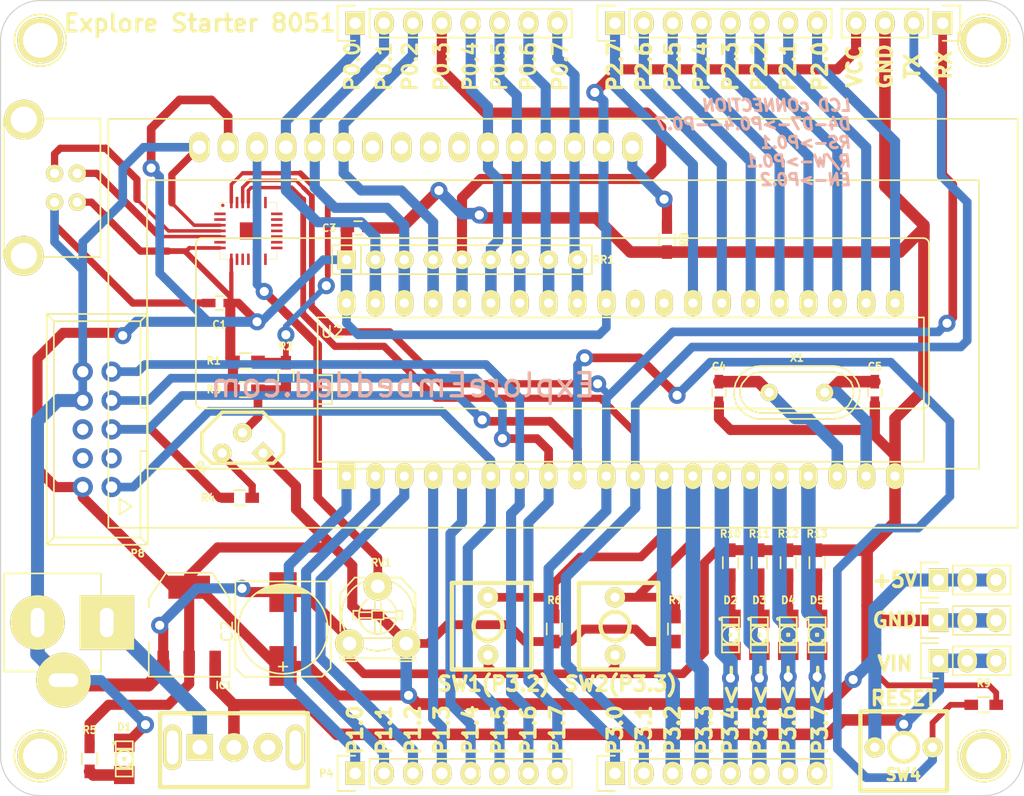
<source format=kicad_pcb>
(kicad_pcb (version 4) (host pcbnew "(2015-01-16 BZR 5376)-product")

  (general
    (links 141)
    (no_connects 0)
    (area 27.712891 31.868999 126.489634 102.1658)
    (thickness 1.6)
    (drawings 58)
    (tracks 639)
    (zones 0)
    (modules 50)
    (nets 80)
  )

  (page A4)
  (layers
    (0 F.Cu signal)
    (31 B.Cu signal)
    (32 B.Adhes user)
    (33 F.Adhes user)
    (34 B.Paste user)
    (35 F.Paste user)
    (36 B.SilkS user)
    (37 F.SilkS user)
    (38 B.Mask user)
    (39 F.Mask user)
    (40 Dwgs.User user)
    (41 Cmts.User user)
    (42 Eco1.User user)
    (43 Eco2.User user)
    (44 Edge.Cuts user)
    (45 Margin user)
    (46 B.CrtYd user)
    (47 F.CrtYd user)
    (48 B.Fab user)
    (49 F.Fab user)
  )

  (setup
    (last_trace_width 0.254)
    (user_trace_width 0.3048)
    (user_trace_width 0.381)
    (user_trace_width 0.508)
    (user_trace_width 0.635)
    (user_trace_width 0.762)
    (user_trace_width 0.889)
    (user_trace_width 1.016)
    (user_trace_width 1.143)
    (user_trace_width 1.27)
    (trace_clearance 0.1778)
    (zone_clearance 0.508)
    (zone_45_only no)
    (trace_min 0.254)
    (segment_width 0.2)
    (edge_width 0.1)
    (via_size 0.889)
    (via_drill 0.635)
    (via_min_size 0.889)
    (via_min_drill 0.508)
    (user_via 1 0.55)
    (user_via 1.5 0.8)
    (uvia_size 0.508)
    (uvia_drill 0.127)
    (uvias_allowed no)
    (uvia_min_size 0.508)
    (uvia_min_drill 0.127)
    (pcb_text_width 0.3)
    (pcb_text_size 1.5 1.5)
    (mod_edge_width 0.15)
    (mod_text_size 1 1)
    (mod_text_width 0.15)
    (pad_size 4.064 4.064)
    (pad_drill 3.048)
    (pad_to_mask_clearance 0)
    (aux_axis_origin 0 0)
    (visible_elements 7FFEFFFF)
    (pcbplotparams
      (layerselection 0x00020_00000000)
      (usegerberextensions false)
      (excludeedgelayer false)
      (linewidth 0.100000)
      (plotframeref false)
      (viasonmask false)
      (mode 1)
      (useauxorigin false)
      (hpglpennumber 1)
      (hpglpenspeed 20)
      (hpglpendiameter 15)
      (hpglpenoverlay 2)
      (psnegative false)
      (psa4output false)
      (plotreference true)
      (plotvalue true)
      (plotinvisibletext false)
      (padsonsilk false)
      (subtractmaskfromsilk false)
      (outputformat 5)
      (mirror false)
      (drillshape 0)
      (scaleselection 1)
      (outputdirectory ""))
  )

  (net 0 "")
  (net 1 VCC)
  (net 2 "Net-(C4-Pad1)")
  (net 3 "Net-(C5-Pad1)")
  (net 4 "Net-(CON1-Pad1)")
  (net 5 "Net-(CON2-Pad2)")
  (net 6 "Net-(CON2-Pad3)")
  (net 7 "Net-(D1-Pad1)")
  (net 8 "Net-(D2-Pad2)")
  (net 9 /L1)
  (net 10 "Net-(D3-Pad2)")
  (net 11 /L2)
  (net 12 "Net-(D4-Pad2)")
  (net 13 /L3)
  (net 14 "Net-(D5-Pad2)")
  (net 15 /L4)
  (net 16 "Net-(DS1-Pad3)")
  (net 17 /RS)
  (net 18 /R/W)
  (net 19 /E)
  (net 20 "Net-(DS1-Pad7)")
  (net 21 "Net-(DS1-Pad8)")
  (net 22 "Net-(DS1-Pad9)")
  (net 23 "Net-(DS1-Pad10)")
  (net 24 /D4)
  (net 25 /D5)
  (net 26 /D6)
  (net 27 /D7)
  (net 28 "Net-(DS1-Pad16)")
  (net 29 /Vin)
  (net 30 "Net-(P4-Pad1)")
  (net 31 "Net-(P4-Pad2)")
  (net 32 "Net-(P4-Pad3)")
  (net 33 "Net-(P4-Pad4)")
  (net 34 "Net-(P4-Pad5)")
  (net 35 /MOSI)
  (net 36 /MISO)
  (net 37 /SCK)
  (net 38 /RX)
  (net 39 /TX)
  (net 40 /SW1)
  (net 41 /SW2)
  (net 42 "Net-(P6-Pad5)")
  (net 43 "Net-(P7-Pad4)")
  (net 44 "Net-(P8-Pad3)")
  (net 45 "Net-(P8-Pad4)")
  (net 46 /RST)
  (net 47 "Net-(P8-Pad6)")
  (net 48 "Net-(Q1-Pad2)")
  (net 49 /DTR)
  (net 50 "Net-(U1-Pad6)")
  (net 51 "Net-(U1-Pad2)")
  (net 52 "Net-(U1-Pad1)")
  (net 53 "Net-(U1-Pad27)")
  (net 54 "Net-(U1-Pad24)")
  (net 55 "Net-(U1-Pad23)")
  (net 56 "Net-(U1-Pad22)")
  (net 57 "Net-(U1-Pad21)")
  (net 58 "Net-(U1-Pad20)")
  (net 59 "Net-(U1-Pad18)")
  (net 60 "Net-(U1-Pad17)")
  (net 61 "Net-(U1-Pad16)")
  (net 62 "Net-(U1-Pad15)")
  (net 63 "Net-(U1-Pad14)")
  (net 64 "Net-(U1-Pad13)")
  (net 65 "Net-(U1-Pad12)")
  (net 66 "Net-(U1-Pad11)")
  (net 67 "Net-(U1-Pad10)")
  (net 68 "Net-(U1-Pad9)")
  (net 69 "Net-(U2-Pad29)")
  (net 70 "Net-(U2-Pad30)")
  (net 71 GND)
  (net 72 "Net-(P6-Pad1)")
  (net 73 "Net-(P6-Pad2)")
  (net 74 "Net-(P6-Pad3)")
  (net 75 "Net-(P6-Pad4)")
  (net 76 "Net-(P6-Pad6)")
  (net 77 "Net-(P6-Pad7)")
  (net 78 "Net-(P6-Pad8)")
  (net 79 "Net-(Q1-Pad3)")

  (net_class Default "This is the default net class."
    (clearance 0.1778)
    (trace_width 0.254)
    (via_dia 0.889)
    (via_drill 0.635)
    (uvia_dia 0.508)
    (uvia_drill 0.127)
    (add_net /D4)
    (add_net /D5)
    (add_net /D6)
    (add_net /D7)
    (add_net /DTR)
    (add_net /E)
    (add_net /L1)
    (add_net /L2)
    (add_net /L3)
    (add_net /L4)
    (add_net /MISO)
    (add_net /MOSI)
    (add_net /R/W)
    (add_net /RS)
    (add_net /RST)
    (add_net /RX)
    (add_net /SCK)
    (add_net /SW1)
    (add_net /SW2)
    (add_net /TX)
    (add_net /Vin)
    (add_net GND)
    (add_net "Net-(C4-Pad1)")
    (add_net "Net-(C5-Pad1)")
    (add_net "Net-(CON1-Pad1)")
    (add_net "Net-(CON2-Pad2)")
    (add_net "Net-(CON2-Pad3)")
    (add_net "Net-(D1-Pad1)")
    (add_net "Net-(D2-Pad2)")
    (add_net "Net-(D3-Pad2)")
    (add_net "Net-(D4-Pad2)")
    (add_net "Net-(D5-Pad2)")
    (add_net "Net-(DS1-Pad10)")
    (add_net "Net-(DS1-Pad16)")
    (add_net "Net-(DS1-Pad3)")
    (add_net "Net-(DS1-Pad7)")
    (add_net "Net-(DS1-Pad8)")
    (add_net "Net-(DS1-Pad9)")
    (add_net "Net-(P4-Pad1)")
    (add_net "Net-(P4-Pad2)")
    (add_net "Net-(P4-Pad3)")
    (add_net "Net-(P4-Pad4)")
    (add_net "Net-(P4-Pad5)")
    (add_net "Net-(P6-Pad1)")
    (add_net "Net-(P6-Pad2)")
    (add_net "Net-(P6-Pad3)")
    (add_net "Net-(P6-Pad4)")
    (add_net "Net-(P6-Pad5)")
    (add_net "Net-(P6-Pad6)")
    (add_net "Net-(P6-Pad7)")
    (add_net "Net-(P6-Pad8)")
    (add_net "Net-(P7-Pad4)")
    (add_net "Net-(P8-Pad3)")
    (add_net "Net-(P8-Pad4)")
    (add_net "Net-(P8-Pad6)")
    (add_net "Net-(Q1-Pad2)")
    (add_net "Net-(Q1-Pad3)")
    (add_net "Net-(U1-Pad1)")
    (add_net "Net-(U1-Pad10)")
    (add_net "Net-(U1-Pad11)")
    (add_net "Net-(U1-Pad12)")
    (add_net "Net-(U1-Pad13)")
    (add_net "Net-(U1-Pad14)")
    (add_net "Net-(U1-Pad15)")
    (add_net "Net-(U1-Pad16)")
    (add_net "Net-(U1-Pad17)")
    (add_net "Net-(U1-Pad18)")
    (add_net "Net-(U1-Pad2)")
    (add_net "Net-(U1-Pad20)")
    (add_net "Net-(U1-Pad21)")
    (add_net "Net-(U1-Pad22)")
    (add_net "Net-(U1-Pad23)")
    (add_net "Net-(U1-Pad24)")
    (add_net "Net-(U1-Pad27)")
    (add_net "Net-(U1-Pad6)")
    (add_net "Net-(U1-Pad9)")
    (add_net "Net-(U2-Pad29)")
    (add_net "Net-(U2-Pad30)")
    (add_net VCC)
  )

  (module Connect:VASCH5x2 (layer F.Cu) (tedit 56BB66A2) (tstamp 563746C6)
    (at 43.4035 69.669 90)
    (descr CONNECTOR)
    (tags CONNECTOR)
    (path /563761DC)
    (attr virtual)
    (fp_text reference P8 (at -10.922 3.556 180) (layer F.SilkS)
      (effects (font (size 0.635 0.635) (thickness 0.15)))
    )
    (fp_text value CONN_02X05 (at 1.27 6.35 90) (layer F.Fab) hide
      (effects (font (size 1 1) (thickness 0.15)))
    )
    (fp_line (start -9.525 -3.81) (end -10.16 -4.445) (layer F.SilkS) (width 0.15))
    (fp_line (start -9.525 3.81) (end -10.16 4.445) (layer F.SilkS) (width 0.15))
    (fp_line (start 9.525 3.81) (end 10.16 4.445) (layer F.SilkS) (width 0.15))
    (fp_line (start 9.525 -3.81) (end 10.16 -4.445) (layer F.SilkS) (width 0.15))
    (fp_line (start 1.905 4.445) (end 1.905 3.81) (layer F.SilkS) (width 0.15))
    (fp_line (start 1.905 3.81) (end 9.525 3.81) (layer F.SilkS) (width 0.15))
    (fp_line (start 9.525 3.81) (end 9.525 -3.81) (layer F.SilkS) (width 0.15))
    (fp_line (start 9.525 -3.81) (end -9.525 -3.81) (layer F.SilkS) (width 0.15))
    (fp_line (start -9.525 -3.81) (end -9.525 3.81) (layer F.SilkS) (width 0.15))
    (fp_line (start -9.525 3.81) (end -1.905 3.81) (layer F.SilkS) (width 0.15))
    (fp_line (start -1.905 3.81) (end -1.905 4.445) (layer F.SilkS) (width 0.15))
    (fp_line (start -10.16 4.445) (end 10.16 4.445) (layer F.SilkS) (width 0.15))
    (fp_line (start 10.16 -4.445) (end -10.16 -4.445) (layer F.SilkS) (width 0.15))
    (fp_line (start -10.16 -4.445) (end -10.16 4.445) (layer F.SilkS) (width 0.15))
    (fp_line (start 10.16 -4.445) (end 10.16 4.445) (layer F.SilkS) (width 0.15))
    (fp_line (start -7.49808 1.9685) (end -6.79958 3.03784) (layer F.SilkS) (width 0.15))
    (fp_line (start -6.79958 3.03784) (end -6.09854 1.9685) (layer F.SilkS) (width 0.15))
    (fp_line (start -6.09854 1.9685) (end -7.49808 1.9685) (layer F.SilkS) (width 0.15))
    (pad 1 thru_hole circle (at -5.08 1.27 90) (size 1.778 1.778) (drill 0.99822) (layers *.Cu *.Mask)
      (net 35 /MOSI))
    (pad 2 thru_hole circle (at -5.08 -1.27 90) (size 1.778 1.778) (drill 0.99822) (layers *.Cu *.Mask)
      (net 1 VCC))
    (pad 3 thru_hole circle (at -2.54 1.27 90) (size 1.778 1.778) (drill 0.99822) (layers *.Cu *.Mask)
      (net 44 "Net-(P8-Pad3)"))
    (pad 4 thru_hole circle (at -2.54 -1.27 90) (size 1.778 1.778) (drill 0.99822) (layers *.Cu *.Mask)
      (net 45 "Net-(P8-Pad4)"))
    (pad 5 thru_hole circle (at 0 1.27 90) (size 1.778 1.778) (drill 0.99822) (layers *.Cu *.Mask)
      (net 46 /RST))
    (pad 6 thru_hole circle (at 0 -1.27 90) (size 1.778 1.778) (drill 0.99822) (layers *.Cu *.Mask)
      (net 47 "Net-(P8-Pad6)"))
    (pad 7 thru_hole circle (at 2.54 1.27 90) (size 1.778 1.778) (drill 0.99822) (layers *.Cu *.Mask)
      (net 37 /SCK))
    (pad 8 thru_hole circle (at 2.54 -1.27 90) (size 1.778 1.778) (drill 0.99822) (layers *.Cu *.Mask)
      (net 71 GND))
    (pad 9 thru_hole circle (at 5.08 1.27 90) (size 1.778 1.778) (drill 0.99822) (layers *.Cu *.Mask)
      (net 36 /MISO))
    (pad 10 thru_hole circle (at 5.08 -1.27 90) (size 1.778 1.778) (drill 0.99822) (layers *.Cu *.Mask)
      (net 71 GND))
  )

  (module Connect:USB_B (layer F.Cu) (tedit 56BB6521) (tstamp 56B87C3C)
    (at 41.6535 49.669 180)
    (descr "USB B connector")
    (tags "USB_B USB_DEV")
    (path /563744FB)
    (fp_text reference CON2 (at 5.522 1.536 270) (layer F.SilkS) hide
      (effects (font (size 1 1) (thickness 0.15)))
    )
    (fp_text value USB-MINI-B (at 4.699 1.27 270) (layer F.Fab)
      (effects (font (size 1 1) (thickness 0.15)))
    )
    (fp_line (start 6.477 -4.826) (end 6.477 7.366) (layer F.SilkS) (width 0.15))
    (fp_line (start -2.032 7.366) (end 3.048 7.366) (layer F.SilkS) (width 0.15))
    (fp_line (start -2.032 -4.826) (end 3.048 -4.826) (layer F.SilkS) (width 0.15))
    (fp_line (start -2.032 7.366) (end -2.032 -4.826) (layer F.SilkS) (width 0.15))
    (pad 2 thru_hole circle (at 0 2.54 90) (size 1.524 1.524) (drill 0.8128) (layers *.Cu *.Mask F.SilkS)
      (net 5 "Net-(CON2-Pad2)"))
    (pad 1 thru_hole circle (at 0 0 90) (size 1.524 1.524) (drill 0.8128) (layers *.Cu *.Mask F.SilkS)
      (net 1 VCC))
    (pad 4 thru_hole circle (at 1.99898 0 90) (size 1.524 1.524) (drill 0.8128) (layers *.Cu *.Mask F.SilkS)
      (net 71 GND))
    (pad 3 thru_hole circle (at 1.99898 2.54 90) (size 1.524 1.524) (drill 0.8128) (layers *.Cu *.Mask F.SilkS)
      (net 6 "Net-(CON2-Pad3)"))
    (pad "" thru_hole circle (at 4.699 7.26948 90) (size 3.5 3.5) (drill 2.30124) (layers *.Cu *.Mask F.SilkS))
    (pad "" thru_hole circle (at 4.699 -4.72948 90) (size 3.5 3.5) (drill 2.30124) (layers *.Cu *.Mask F.SilkS))
    (model Connect.3dshapes/USB_B.wrl
      (at (xyz 0.185 -0.05 0.001))
      (scale (xyz 0.3937 0.3937 0.3937))
      (rotate (xyz 0 0 -90))
    )
  )

  (module EE:JACK_ALIM (layer F.Cu) (tedit 56BB2E11) (tstamp 563744ED)
    (at 38.1535 86.669)
    (descr "module 1 pin (ou trou mecanique de percage)")
    (tags "CONN JACK")
    (path /56376CF3)
    (fp_text reference CON1 (at 0.254 -5.588) (layer F.SilkS) hide
      (effects (font (size 1.016 1.016) (thickness 0.254)))
    )
    (fp_text value BARREL_JACK (at -5.08 5.588) (layer F.SilkS) hide
      (effects (font (size 1.016 1.016) (thickness 0.254)))
    )
    (fp_line (start 5.588 -4.318) (end 5.588 -2.413) (layer F.SilkS) (width 0.15))
    (fp_line (start 5.588 4.318) (end 5.588 2.413) (layer F.SilkS) (width 0.15))
    (fp_line (start 5.588 4.318) (end 4.572 4.318) (layer F.SilkS) (width 0.15))
    (fp_line (start -2.921 4.318) (end -0.127 4.318) (layer F.SilkS) (width 0.15))
    (fp_line (start 5.588 -4.318) (end -2.921 -4.318) (layer F.SilkS) (width 0.15))
    (fp_line (start -2.921 -4.318) (end -2.921 4.318) (layer F.SilkS) (width 0.15))
    (pad 2 thru_hole circle (at 0 0) (size 4.8006 4.8006) (drill oval 1.2 2.6) (layers *.Cu *.Mask F.SilkS)
      (net 71 GND))
    (pad 1 thru_hole rect (at 6.096 0) (size 4.8006 4.8006) (drill oval 1.2 2.6) (layers *.Cu *.Mask F.SilkS)
      (net 4 "Net-(CON1-Pad1)"))
    (pad 3 thru_hole circle (at 2.286 5.08) (size 4.8006 4.8006) (drill oval 2.6 1.2) (layers *.Cu *.Mask F.SilkS)
      (net 71 GND))
    (model connectors/POWER_21.wrl
      (at (xyz 0 0 0))
      (scale (xyz 0.8 0.8 0.8))
      (rotate (xyz 0 0 0))
    )
  )

  (module Display:WC1602A (layer F.Cu) (tedit 567CC22D) (tstamp 56374604)
    (at 52.3875 44.831)
    (descr http://www.kamami.pl/dl/wc1602a0.pdf)
    (tags "LCD 16x2 Alphanumeric 16pin")
    (path /5637B7FE)
    (fp_text reference DS1 (at -3.048 -3.556) (layer F.SilkS) hide
      (effects (font (size 1 1) (thickness 0.15)))
    )
    (fp_text value LCD-016N002L (at 31.99892 15.49908) (layer F.Fab) hide
      (effects (font (size 1 1) (thickness 0.15)))
    )
    (fp_line (start 0.20066 8.001) (end 63.70066 8.001) (layer F.SilkS) (width 0.15))
    (fp_line (start -0.29972 22.49932) (end -0.29972 8.49884) (layer F.SilkS) (width 0.15))
    (fp_line (start 63.70066 22.9997) (end 0.20066 22.9997) (layer F.SilkS) (width 0.15))
    (fp_line (start 64.20104 8.49884) (end 64.20104 22.49932) (layer F.SilkS) (width 0.15))
    (fp_arc (start 63.70066 8.49884) (end 63.70066 8.001) (angle 90) (layer F.SilkS) (width 0.15))
    (fp_arc (start 63.70066 22.49932) (end 64.20104 22.49932) (angle 90) (layer F.SilkS) (width 0.15))
    (fp_arc (start 0.20066 22.49932) (end 0.20066 22.9997) (angle 90) (layer F.SilkS) (width 0.15))
    (fp_arc (start 0.20066 8.49884) (end -0.29972 8.49884) (angle 90) (layer F.SilkS) (width 0.15))
    (fp_line (start -4.59994 2.90068) (end 68.60032 2.90068) (layer F.SilkS) (width 0.15))
    (fp_line (start 68.60032 2.90068) (end 68.60032 28.30068) (layer F.SilkS) (width 0.15))
    (fp_line (start 68.60032 28.30068) (end -4.59994 28.30068) (layer F.SilkS) (width 0.15))
    (fp_line (start -4.59994 28.30068) (end -4.59994 2.90068) (layer F.SilkS) (width 0.15))
    (fp_line (start -8.001 -2.49936) (end 71.99884 -2.49936) (layer F.SilkS) (width 0.15))
    (fp_line (start 71.99884 -2.49936) (end 71.99884 33.50006) (layer F.SilkS) (width 0.15))
    (fp_line (start 71.99884 33.50006) (end -8.001 33.50006) (layer F.SilkS) (width 0.15))
    (fp_line (start -8.001 33.50006) (end -8.001 -2.49936) (layer F.SilkS) (width 0.15))
    (pad 1 thru_hole oval (at 0 0) (size 1.8 2.6) (drill 1.2) (layers *.Cu *.Mask F.SilkS)
      (net 71 GND))
    (pad 2 thru_hole oval (at 2.54 0) (size 1.8 2.6) (drill 1.2) (layers *.Cu *.Mask F.SilkS)
      (net 1 VCC))
    (pad 3 thru_hole oval (at 5.08 0) (size 1.8 2.6) (drill 1.2) (layers *.Cu *.Mask F.SilkS)
      (net 16 "Net-(DS1-Pad3)"))
    (pad 4 thru_hole oval (at 7.62 0) (size 1.8 2.6) (drill 1.2) (layers *.Cu *.Mask F.SilkS)
      (net 17 /RS))
    (pad 5 thru_hole oval (at 10.16 0) (size 1.8 2.6) (drill 1.2) (layers *.Cu *.Mask F.SilkS)
      (net 18 /R/W))
    (pad 6 thru_hole oval (at 12.7 0) (size 1.8 2.6) (drill 1.2) (layers *.Cu *.Mask F.SilkS)
      (net 19 /E))
    (pad 7 thru_hole oval (at 15.24 0) (size 1.8 2.6) (drill 1.2) (layers *.Cu *.Mask F.SilkS)
      (net 20 "Net-(DS1-Pad7)"))
    (pad 8 thru_hole oval (at 17.78 0) (size 1.8 2.6) (drill 1.2) (layers *.Cu *.Mask F.SilkS)
      (net 21 "Net-(DS1-Pad8)"))
    (pad 9 thru_hole oval (at 20.32 0) (size 1.8 2.6) (drill 1.2) (layers *.Cu *.Mask F.SilkS)
      (net 22 "Net-(DS1-Pad9)"))
    (pad 10 thru_hole oval (at 22.86 0) (size 1.8 2.6) (drill 1.2) (layers *.Cu *.Mask F.SilkS)
      (net 23 "Net-(DS1-Pad10)"))
    (pad 11 thru_hole oval (at 25.4 0) (size 1.8 2.6) (drill 1.2) (layers *.Cu *.Mask F.SilkS)
      (net 24 /D4))
    (pad 12 thru_hole oval (at 27.94 0) (size 1.8 2.6) (drill 1.2) (layers *.Cu *.Mask F.SilkS)
      (net 25 /D5))
    (pad 13 thru_hole oval (at 30.48 0) (size 1.8 2.6) (drill 1.2) (layers *.Cu *.Mask F.SilkS)
      (net 26 /D6))
    (pad 14 thru_hole oval (at 33.02 0) (size 1.8 2.6) (drill 1.2) (layers *.Cu *.Mask F.SilkS)
      (net 27 /D7))
    (pad 15 thru_hole oval (at 35.56 0) (size 1.8 2.6) (drill 1.2) (layers *.Cu *.Mask F.SilkS)
      (net 1 VCC))
    (pad 16 thru_hole oval (at 38.1 0) (size 1.8 2.6) (drill 1.2) (layers *.Cu *.Mask F.SilkS)
      (net 28 "Net-(DS1-Pad16)"))
  )

  (module Capacitors_SMD:c_elec_8x10.5 (layer F.Cu) (tedit 567CD061) (tstamp 563744BB)
    (at 59.7535 87.249 270)
    (descr "SMT capacitor, aluminium electrolytic, 8x10.5")
    (path /563770A9)
    (attr smd)
    (fp_text reference C2 (at 0.2 4.932 270) (layer F.SilkS)
      (effects (font (size 1 1) (thickness 0.15)))
    )
    (fp_text value 100uF,25v (at 0 5.08 270) (layer F.Fab) hide
      (effects (font (size 1 1) (thickness 0.15)))
    )
    (fp_line (start -5.35 -4.55) (end 5.35 -4.55) (layer F.CrtYd) (width 0.05))
    (fp_line (start 5.35 -4.55) (end 5.35 4.55) (layer F.CrtYd) (width 0.05))
    (fp_line (start 5.35 4.55) (end -5.35 4.55) (layer F.CrtYd) (width 0.05))
    (fp_line (start -5.35 4.55) (end -5.35 -4.55) (layer F.CrtYd) (width 0.05))
    (fp_line (start -3.81 -1.016) (end -3.81 1.016) (layer F.SilkS) (width 0.15))
    (fp_line (start -3.683 1.397) (end -3.683 -1.397) (layer F.SilkS) (width 0.15))
    (fp_line (start -3.556 -1.651) (end -3.556 1.651) (layer F.SilkS) (width 0.15))
    (fp_line (start -3.429 1.905) (end -3.429 -1.905) (layer F.SilkS) (width 0.15))
    (fp_line (start -3.302 2.032) (end -3.302 -2.032) (layer F.SilkS) (width 0.15))
    (fp_line (start -3.175 -2.286) (end -3.175 2.286) (layer F.SilkS) (width 0.15))
    (fp_line (start -4.191 -4.191) (end -4.191 4.191) (layer F.SilkS) (width 0.15))
    (fp_line (start -4.191 4.191) (end 3.429 4.191) (layer F.SilkS) (width 0.15))
    (fp_line (start 3.429 4.191) (end 4.191 3.429) (layer F.SilkS) (width 0.15))
    (fp_line (start 4.191 3.429) (end 4.191 -3.429) (layer F.SilkS) (width 0.15))
    (fp_line (start 4.191 -3.429) (end 3.429 -4.191) (layer F.SilkS) (width 0.15))
    (fp_line (start 3.429 -4.191) (end -4.191 -4.191) (layer F.SilkS) (width 0.15))
    (fp_line (start 3.683 0) (end 2.921 0) (layer F.SilkS) (width 0.15))
    (fp_line (start 3.302 -0.381) (end 3.302 0.381) (layer F.SilkS) (width 0.15))
    (fp_circle (center 0 0) (end 3.937 0) (layer F.SilkS) (width 0.15))
    (pad 1 smd rect (at 3.2512 0 270) (size 3.50012 2.4003) (layers F.Cu F.Paste F.Mask)
      (net 1 VCC))
    (pad 2 smd rect (at -3.2512 0 270) (size 3.50012 2.4003) (layers F.Cu F.Paste F.Mask)
      (net 71 GND))
    (model Capacitors_SMD.3dshapes/c_elec_8x10.5.wrl
      (at (xyz 0 0 0))
      (scale (xyz 1 1 1))
      (rotate (xyz 0 0 0))
    )
  )

  (module EE:LED-1206_NEW (layer F.Cu) (tedit 563DC1D3) (tstamp 5637452C)
    (at 45.7835 98.679 90)
    (descr "LED 1206 smd package")
    (tags "LED1206 SMD")
    (path /56377230)
    (attr smd)
    (fp_text reference D1 (at 2.794 0 180) (layer F.SilkS)
      (effects (font (size 0.635 0.635) (thickness 0.15)))
    )
    (fp_text value LED (at 0 1.65 90) (layer F.Fab) hide
      (effects (font (size 1 1) (thickness 0.15)))
    )
    (fp_circle (center 1.4 -0.9) (end 1.4 -1) (layer F.SilkS) (width 0.15))
    (fp_line (start 0.09906 0.09906) (end -0.09906 0.09906) (layer F.SilkS) (width 0.15))
    (fp_line (start -0.09906 0.09906) (end -0.09906 -0.09906) (layer F.SilkS) (width 0.15))
    (fp_line (start 0.09906 -0.09906) (end -0.09906 -0.09906) (layer F.SilkS) (width 0.15))
    (fp_line (start 0.09906 0.09906) (end 0.09906 -0.09906) (layer F.SilkS) (width 0.15))
    (fp_line (start -0.44958 0.6985) (end -0.79756 0.6985) (layer F.SilkS) (width 0.15))
    (fp_line (start -0.79756 0.6985) (end -0.79756 0.44958) (layer F.SilkS) (width 0.15))
    (fp_line (start -0.44958 0.44958) (end -0.79756 0.44958) (layer F.SilkS) (width 0.15))
    (fp_line (start -0.44958 0.6985) (end -0.44958 0.44958) (layer F.SilkS) (width 0.15))
    (fp_line (start -0.79756 0.6985) (end -0.89916 0.6985) (layer F.SilkS) (width 0.15))
    (fp_line (start -0.89916 0.6985) (end -0.89916 -0.49784) (layer F.SilkS) (width 0.15))
    (fp_line (start -0.79756 -0.49784) (end -0.89916 -0.49784) (layer F.SilkS) (width 0.15))
    (fp_line (start -0.79756 0.6985) (end -0.79756 -0.49784) (layer F.SilkS) (width 0.15))
    (fp_line (start -0.79756 -0.54864) (end -0.89916 -0.54864) (layer F.SilkS) (width 0.15))
    (fp_line (start -0.89916 -0.54864) (end -0.89916 -0.6985) (layer F.SilkS) (width 0.15))
    (fp_line (start -0.79756 -0.6985) (end -0.89916 -0.6985) (layer F.SilkS) (width 0.15))
    (fp_line (start -0.79756 -0.54864) (end -0.79756 -0.6985) (layer F.SilkS) (width 0.15))
    (fp_line (start 0.89916 0.6985) (end 0.79756 0.6985) (layer F.SilkS) (width 0.15))
    (fp_line (start 0.79756 0.6985) (end 0.79756 -0.49784) (layer F.SilkS) (width 0.15))
    (fp_line (start 0.89916 -0.49784) (end 0.79756 -0.49784) (layer F.SilkS) (width 0.15))
    (fp_line (start 0.89916 0.6985) (end 0.89916 -0.49784) (layer F.SilkS) (width 0.15))
    (fp_line (start 0.89916 -0.54864) (end 0.79756 -0.54864) (layer F.SilkS) (width 0.15))
    (fp_line (start 0.79756 -0.54864) (end 0.79756 -0.6985) (layer F.SilkS) (width 0.15))
    (fp_line (start 0.89916 -0.6985) (end 0.79756 -0.6985) (layer F.SilkS) (width 0.15))
    (fp_line (start 0.89916 -0.54864) (end 0.89916 -0.6985) (layer F.SilkS) (width 0.15))
    (fp_line (start -0.44958 0.6985) (end -0.59944 0.6985) (layer F.SilkS) (width 0.15))
    (fp_line (start -0.59944 0.6985) (end -0.59944 0.44958) (layer F.SilkS) (width 0.15))
    (fp_line (start -0.44958 0.44958) (end -0.59944 0.44958) (layer F.SilkS) (width 0.15))
    (fp_line (start -0.44958 0.6985) (end -0.44958 0.44958) (layer F.SilkS) (width 0.15))
    (fp_line (start -1.5494 0.7493) (end 1.5494 0.7493) (layer F.SilkS) (width 0.15))
    (fp_line (start 1.5494 0.7493) (end 1.5494 -0.7493) (layer F.SilkS) (width 0.15))
    (fp_line (start 1.5494 -0.7493) (end -1.5494 -0.7493) (layer F.SilkS) (width 0.15))
    (fp_line (start -1.5494 -0.7493) (end -1.5494 0.7493) (layer F.SilkS) (width 0.15))
    (fp_arc (start 0 0) (end -0.54864 0.49784) (angle -95.4) (layer F.SilkS) (width 0.15))
    (fp_arc (start 0 0) (end 0.54864 0.49784) (angle -84.5) (layer F.SilkS) (width 0.15))
    (fp_arc (start 0 0) (end 0.54864 -0.49784) (angle -95.4) (layer F.SilkS) (width 0.15))
    (fp_arc (start 0 0) (end -0.54864 -0.49784) (angle -84.5) (layer F.SilkS) (width 0.15))
    (pad 2 smd rect (at 1.41986 0 270) (size 1.59766 1.80086) (layers F.Cu F.Paste F.Mask)
      (net 71 GND))
    (pad 1 smd rect (at -1.41986 0 270) (size 1.59766 1.80086) (layers F.Cu F.Paste F.Mask)
      (net 7 "Net-(D1-Pad1)"))
  )

  (module EE:LED-1206_NEW (layer F.Cu) (tedit 563DAFE8) (tstamp 56374557)
    (at 99.1235 87.757 90)
    (descr "LED 1206 smd package")
    (tags "LED1206 SMD")
    (path /5637A4B8)
    (attr smd)
    (fp_text reference D2 (at 3.048 0 180) (layer F.SilkS)
      (effects (font (size 0.635 0.635) (thickness 0.15)))
    )
    (fp_text value LED (at 0 1.65 90) (layer F.Fab) hide
      (effects (font (size 1 1) (thickness 0.15)))
    )
    (fp_circle (center 1.4 -0.9) (end 1.4 -1) (layer F.SilkS) (width 0.15))
    (fp_line (start 0.09906 0.09906) (end -0.09906 0.09906) (layer F.SilkS) (width 0.15))
    (fp_line (start -0.09906 0.09906) (end -0.09906 -0.09906) (layer F.SilkS) (width 0.15))
    (fp_line (start 0.09906 -0.09906) (end -0.09906 -0.09906) (layer F.SilkS) (width 0.15))
    (fp_line (start 0.09906 0.09906) (end 0.09906 -0.09906) (layer F.SilkS) (width 0.15))
    (fp_line (start -0.44958 0.6985) (end -0.79756 0.6985) (layer F.SilkS) (width 0.15))
    (fp_line (start -0.79756 0.6985) (end -0.79756 0.44958) (layer F.SilkS) (width 0.15))
    (fp_line (start -0.44958 0.44958) (end -0.79756 0.44958) (layer F.SilkS) (width 0.15))
    (fp_line (start -0.44958 0.6985) (end -0.44958 0.44958) (layer F.SilkS) (width 0.15))
    (fp_line (start -0.79756 0.6985) (end -0.89916 0.6985) (layer F.SilkS) (width 0.15))
    (fp_line (start -0.89916 0.6985) (end -0.89916 -0.49784) (layer F.SilkS) (width 0.15))
    (fp_line (start -0.79756 -0.49784) (end -0.89916 -0.49784) (layer F.SilkS) (width 0.15))
    (fp_line (start -0.79756 0.6985) (end -0.79756 -0.49784) (layer F.SilkS) (width 0.15))
    (fp_line (start -0.79756 -0.54864) (end -0.89916 -0.54864) (layer F.SilkS) (width 0.15))
    (fp_line (start -0.89916 -0.54864) (end -0.89916 -0.6985) (layer F.SilkS) (width 0.15))
    (fp_line (start -0.79756 -0.6985) (end -0.89916 -0.6985) (layer F.SilkS) (width 0.15))
    (fp_line (start -0.79756 -0.54864) (end -0.79756 -0.6985) (layer F.SilkS) (width 0.15))
    (fp_line (start 0.89916 0.6985) (end 0.79756 0.6985) (layer F.SilkS) (width 0.15))
    (fp_line (start 0.79756 0.6985) (end 0.79756 -0.49784) (layer F.SilkS) (width 0.15))
    (fp_line (start 0.89916 -0.49784) (end 0.79756 -0.49784) (layer F.SilkS) (width 0.15))
    (fp_line (start 0.89916 0.6985) (end 0.89916 -0.49784) (layer F.SilkS) (width 0.15))
    (fp_line (start 0.89916 -0.54864) (end 0.79756 -0.54864) (layer F.SilkS) (width 0.15))
    (fp_line (start 0.79756 -0.54864) (end 0.79756 -0.6985) (layer F.SilkS) (width 0.15))
    (fp_line (start 0.89916 -0.6985) (end 0.79756 -0.6985) (layer F.SilkS) (width 0.15))
    (fp_line (start 0.89916 -0.54864) (end 0.89916 -0.6985) (layer F.SilkS) (width 0.15))
    (fp_line (start -0.44958 0.6985) (end -0.59944 0.6985) (layer F.SilkS) (width 0.15))
    (fp_line (start -0.59944 0.6985) (end -0.59944 0.44958) (layer F.SilkS) (width 0.15))
    (fp_line (start -0.44958 0.44958) (end -0.59944 0.44958) (layer F.SilkS) (width 0.15))
    (fp_line (start -0.44958 0.6985) (end -0.44958 0.44958) (layer F.SilkS) (width 0.15))
    (fp_line (start -1.5494 0.7493) (end 1.5494 0.7493) (layer F.SilkS) (width 0.15))
    (fp_line (start 1.5494 0.7493) (end 1.5494 -0.7493) (layer F.SilkS) (width 0.15))
    (fp_line (start 1.5494 -0.7493) (end -1.5494 -0.7493) (layer F.SilkS) (width 0.15))
    (fp_line (start -1.5494 -0.7493) (end -1.5494 0.7493) (layer F.SilkS) (width 0.15))
    (fp_arc (start 0 0) (end -0.54864 0.49784) (angle -95.4) (layer F.SilkS) (width 0.15))
    (fp_arc (start 0 0) (end 0.54864 0.49784) (angle -84.5) (layer F.SilkS) (width 0.15))
    (fp_arc (start 0 0) (end 0.54864 -0.49784) (angle -95.4) (layer F.SilkS) (width 0.15))
    (fp_arc (start 0 0) (end -0.54864 -0.49784) (angle -84.5) (layer F.SilkS) (width 0.15))
    (pad 2 smd rect (at 1.41986 0 270) (size 1.59766 1.80086) (layers F.Cu F.Paste F.Mask)
      (net 8 "Net-(D2-Pad2)"))
    (pad 1 smd rect (at -1.41986 0 270) (size 1.59766 1.80086) (layers F.Cu F.Paste F.Mask)
      (net 9 /L1))
  )

  (module EE:LED-1206_NEW (layer F.Cu) (tedit 563DAFEA) (tstamp 56374582)
    (at 101.6635 87.757 90)
    (descr "LED 1206 smd package")
    (tags "LED1206 SMD")
    (path /5637A59E)
    (attr smd)
    (fp_text reference D3 (at 3.048 0 180) (layer F.SilkS)
      (effects (font (size 0.635 0.635) (thickness 0.15)))
    )
    (fp_text value LED (at 0 1.65 90) (layer F.Fab) hide
      (effects (font (size 1 1) (thickness 0.15)))
    )
    (fp_circle (center 1.4 -0.9) (end 1.4 -1) (layer F.SilkS) (width 0.15))
    (fp_line (start 0.09906 0.09906) (end -0.09906 0.09906) (layer F.SilkS) (width 0.15))
    (fp_line (start -0.09906 0.09906) (end -0.09906 -0.09906) (layer F.SilkS) (width 0.15))
    (fp_line (start 0.09906 -0.09906) (end -0.09906 -0.09906) (layer F.SilkS) (width 0.15))
    (fp_line (start 0.09906 0.09906) (end 0.09906 -0.09906) (layer F.SilkS) (width 0.15))
    (fp_line (start -0.44958 0.6985) (end -0.79756 0.6985) (layer F.SilkS) (width 0.15))
    (fp_line (start -0.79756 0.6985) (end -0.79756 0.44958) (layer F.SilkS) (width 0.15))
    (fp_line (start -0.44958 0.44958) (end -0.79756 0.44958) (layer F.SilkS) (width 0.15))
    (fp_line (start -0.44958 0.6985) (end -0.44958 0.44958) (layer F.SilkS) (width 0.15))
    (fp_line (start -0.79756 0.6985) (end -0.89916 0.6985) (layer F.SilkS) (width 0.15))
    (fp_line (start -0.89916 0.6985) (end -0.89916 -0.49784) (layer F.SilkS) (width 0.15))
    (fp_line (start -0.79756 -0.49784) (end -0.89916 -0.49784) (layer F.SilkS) (width 0.15))
    (fp_line (start -0.79756 0.6985) (end -0.79756 -0.49784) (layer F.SilkS) (width 0.15))
    (fp_line (start -0.79756 -0.54864) (end -0.89916 -0.54864) (layer F.SilkS) (width 0.15))
    (fp_line (start -0.89916 -0.54864) (end -0.89916 -0.6985) (layer F.SilkS) (width 0.15))
    (fp_line (start -0.79756 -0.6985) (end -0.89916 -0.6985) (layer F.SilkS) (width 0.15))
    (fp_line (start -0.79756 -0.54864) (end -0.79756 -0.6985) (layer F.SilkS) (width 0.15))
    (fp_line (start 0.89916 0.6985) (end 0.79756 0.6985) (layer F.SilkS) (width 0.15))
    (fp_line (start 0.79756 0.6985) (end 0.79756 -0.49784) (layer F.SilkS) (width 0.15))
    (fp_line (start 0.89916 -0.49784) (end 0.79756 -0.49784) (layer F.SilkS) (width 0.15))
    (fp_line (start 0.89916 0.6985) (end 0.89916 -0.49784) (layer F.SilkS) (width 0.15))
    (fp_line (start 0.89916 -0.54864) (end 0.79756 -0.54864) (layer F.SilkS) (width 0.15))
    (fp_line (start 0.79756 -0.54864) (end 0.79756 -0.6985) (layer F.SilkS) (width 0.15))
    (fp_line (start 0.89916 -0.6985) (end 0.79756 -0.6985) (layer F.SilkS) (width 0.15))
    (fp_line (start 0.89916 -0.54864) (end 0.89916 -0.6985) (layer F.SilkS) (width 0.15))
    (fp_line (start -0.44958 0.6985) (end -0.59944 0.6985) (layer F.SilkS) (width 0.15))
    (fp_line (start -0.59944 0.6985) (end -0.59944 0.44958) (layer F.SilkS) (width 0.15))
    (fp_line (start -0.44958 0.44958) (end -0.59944 0.44958) (layer F.SilkS) (width 0.15))
    (fp_line (start -0.44958 0.6985) (end -0.44958 0.44958) (layer F.SilkS) (width 0.15))
    (fp_line (start -1.5494 0.7493) (end 1.5494 0.7493) (layer F.SilkS) (width 0.15))
    (fp_line (start 1.5494 0.7493) (end 1.5494 -0.7493) (layer F.SilkS) (width 0.15))
    (fp_line (start 1.5494 -0.7493) (end -1.5494 -0.7493) (layer F.SilkS) (width 0.15))
    (fp_line (start -1.5494 -0.7493) (end -1.5494 0.7493) (layer F.SilkS) (width 0.15))
    (fp_arc (start 0 0) (end -0.54864 0.49784) (angle -95.4) (layer F.SilkS) (width 0.15))
    (fp_arc (start 0 0) (end 0.54864 0.49784) (angle -84.5) (layer F.SilkS) (width 0.15))
    (fp_arc (start 0 0) (end 0.54864 -0.49784) (angle -95.4) (layer F.SilkS) (width 0.15))
    (fp_arc (start 0 0) (end -0.54864 -0.49784) (angle -84.5) (layer F.SilkS) (width 0.15))
    (pad 2 smd rect (at 1.41986 0 270) (size 1.59766 1.80086) (layers F.Cu F.Paste F.Mask)
      (net 10 "Net-(D3-Pad2)"))
    (pad 1 smd rect (at -1.41986 0 270) (size 1.59766 1.80086) (layers F.Cu F.Paste F.Mask)
      (net 11 /L2))
  )

  (module EE:LED-1206_NEW (layer F.Cu) (tedit 563DAFEB) (tstamp 563745AD)
    (at 104.2035 87.757 90)
    (descr "LED 1206 smd package")
    (tags "LED1206 SMD")
    (path /5637A5DB)
    (attr smd)
    (fp_text reference D4 (at 3.048 0 180) (layer F.SilkS)
      (effects (font (size 0.635 0.635) (thickness 0.15)))
    )
    (fp_text value LED (at 0 1.65 90) (layer F.Fab) hide
      (effects (font (size 1 1) (thickness 0.15)))
    )
    (fp_circle (center 1.4 -0.9) (end 1.4 -1) (layer F.SilkS) (width 0.15))
    (fp_line (start 0.09906 0.09906) (end -0.09906 0.09906) (layer F.SilkS) (width 0.15))
    (fp_line (start -0.09906 0.09906) (end -0.09906 -0.09906) (layer F.SilkS) (width 0.15))
    (fp_line (start 0.09906 -0.09906) (end -0.09906 -0.09906) (layer F.SilkS) (width 0.15))
    (fp_line (start 0.09906 0.09906) (end 0.09906 -0.09906) (layer F.SilkS) (width 0.15))
    (fp_line (start -0.44958 0.6985) (end -0.79756 0.6985) (layer F.SilkS) (width 0.15))
    (fp_line (start -0.79756 0.6985) (end -0.79756 0.44958) (layer F.SilkS) (width 0.15))
    (fp_line (start -0.44958 0.44958) (end -0.79756 0.44958) (layer F.SilkS) (width 0.15))
    (fp_line (start -0.44958 0.6985) (end -0.44958 0.44958) (layer F.SilkS) (width 0.15))
    (fp_line (start -0.79756 0.6985) (end -0.89916 0.6985) (layer F.SilkS) (width 0.15))
    (fp_line (start -0.89916 0.6985) (end -0.89916 -0.49784) (layer F.SilkS) (width 0.15))
    (fp_line (start -0.79756 -0.49784) (end -0.89916 -0.49784) (layer F.SilkS) (width 0.15))
    (fp_line (start -0.79756 0.6985) (end -0.79756 -0.49784) (layer F.SilkS) (width 0.15))
    (fp_line (start -0.79756 -0.54864) (end -0.89916 -0.54864) (layer F.SilkS) (width 0.15))
    (fp_line (start -0.89916 -0.54864) (end -0.89916 -0.6985) (layer F.SilkS) (width 0.15))
    (fp_line (start -0.79756 -0.6985) (end -0.89916 -0.6985) (layer F.SilkS) (width 0.15))
    (fp_line (start -0.79756 -0.54864) (end -0.79756 -0.6985) (layer F.SilkS) (width 0.15))
    (fp_line (start 0.89916 0.6985) (end 0.79756 0.6985) (layer F.SilkS) (width 0.15))
    (fp_line (start 0.79756 0.6985) (end 0.79756 -0.49784) (layer F.SilkS) (width 0.15))
    (fp_line (start 0.89916 -0.49784) (end 0.79756 -0.49784) (layer F.SilkS) (width 0.15))
    (fp_line (start 0.89916 0.6985) (end 0.89916 -0.49784) (layer F.SilkS) (width 0.15))
    (fp_line (start 0.89916 -0.54864) (end 0.79756 -0.54864) (layer F.SilkS) (width 0.15))
    (fp_line (start 0.79756 -0.54864) (end 0.79756 -0.6985) (layer F.SilkS) (width 0.15))
    (fp_line (start 0.89916 -0.6985) (end 0.79756 -0.6985) (layer F.SilkS) (width 0.15))
    (fp_line (start 0.89916 -0.54864) (end 0.89916 -0.6985) (layer F.SilkS) (width 0.15))
    (fp_line (start -0.44958 0.6985) (end -0.59944 0.6985) (layer F.SilkS) (width 0.15))
    (fp_line (start -0.59944 0.6985) (end -0.59944 0.44958) (layer F.SilkS) (width 0.15))
    (fp_line (start -0.44958 0.44958) (end -0.59944 0.44958) (layer F.SilkS) (width 0.15))
    (fp_line (start -0.44958 0.6985) (end -0.44958 0.44958) (layer F.SilkS) (width 0.15))
    (fp_line (start -1.5494 0.7493) (end 1.5494 0.7493) (layer F.SilkS) (width 0.15))
    (fp_line (start 1.5494 0.7493) (end 1.5494 -0.7493) (layer F.SilkS) (width 0.15))
    (fp_line (start 1.5494 -0.7493) (end -1.5494 -0.7493) (layer F.SilkS) (width 0.15))
    (fp_line (start -1.5494 -0.7493) (end -1.5494 0.7493) (layer F.SilkS) (width 0.15))
    (fp_arc (start 0 0) (end -0.54864 0.49784) (angle -95.4) (layer F.SilkS) (width 0.15))
    (fp_arc (start 0 0) (end 0.54864 0.49784) (angle -84.5) (layer F.SilkS) (width 0.15))
    (fp_arc (start 0 0) (end 0.54864 -0.49784) (angle -95.4) (layer F.SilkS) (width 0.15))
    (fp_arc (start 0 0) (end -0.54864 -0.49784) (angle -84.5) (layer F.SilkS) (width 0.15))
    (pad 2 smd rect (at 1.41986 0 270) (size 1.59766 1.80086) (layers F.Cu F.Paste F.Mask)
      (net 12 "Net-(D4-Pad2)"))
    (pad 1 smd rect (at -1.41986 0 270) (size 1.59766 1.80086) (layers F.Cu F.Paste F.Mask)
      (net 13 /L3))
  )

  (module EE:LED-1206_NEW (layer F.Cu) (tedit 567CC2DD) (tstamp 563745D8)
    (at 106.7435 87.757 90)
    (descr "LED 1206 smd package")
    (tags "LED1206 SMD")
    (path /5637A61F)
    (attr smd)
    (fp_text reference D5 (at 3.048 0 180) (layer F.SilkS)
      (effects (font (size 0.635 0.653796) (thickness 0.15)))
    )
    (fp_text value LED (at 0 1.65 90) (layer F.Fab) hide
      (effects (font (size 1 1) (thickness 0.15)))
    )
    (fp_circle (center 1.4 -0.9) (end 1.4 -1) (layer F.SilkS) (width 0.15))
    (fp_line (start 0.09906 0.09906) (end -0.09906 0.09906) (layer F.SilkS) (width 0.15))
    (fp_line (start -0.09906 0.09906) (end -0.09906 -0.09906) (layer F.SilkS) (width 0.15))
    (fp_line (start 0.09906 -0.09906) (end -0.09906 -0.09906) (layer F.SilkS) (width 0.15))
    (fp_line (start 0.09906 0.09906) (end 0.09906 -0.09906) (layer F.SilkS) (width 0.15))
    (fp_line (start -0.44958 0.6985) (end -0.79756 0.6985) (layer F.SilkS) (width 0.15))
    (fp_line (start -0.79756 0.6985) (end -0.79756 0.44958) (layer F.SilkS) (width 0.15))
    (fp_line (start -0.44958 0.44958) (end -0.79756 0.44958) (layer F.SilkS) (width 0.15))
    (fp_line (start -0.44958 0.6985) (end -0.44958 0.44958) (layer F.SilkS) (width 0.15))
    (fp_line (start -0.79756 0.6985) (end -0.89916 0.6985) (layer F.SilkS) (width 0.15))
    (fp_line (start -0.89916 0.6985) (end -0.89916 -0.49784) (layer F.SilkS) (width 0.15))
    (fp_line (start -0.79756 -0.49784) (end -0.89916 -0.49784) (layer F.SilkS) (width 0.15))
    (fp_line (start -0.79756 0.6985) (end -0.79756 -0.49784) (layer F.SilkS) (width 0.15))
    (fp_line (start -0.79756 -0.54864) (end -0.89916 -0.54864) (layer F.SilkS) (width 0.15))
    (fp_line (start -0.89916 -0.54864) (end -0.89916 -0.6985) (layer F.SilkS) (width 0.15))
    (fp_line (start -0.79756 -0.6985) (end -0.89916 -0.6985) (layer F.SilkS) (width 0.15))
    (fp_line (start -0.79756 -0.54864) (end -0.79756 -0.6985) (layer F.SilkS) (width 0.15))
    (fp_line (start 0.89916 0.6985) (end 0.79756 0.6985) (layer F.SilkS) (width 0.15))
    (fp_line (start 0.79756 0.6985) (end 0.79756 -0.49784) (layer F.SilkS) (width 0.15))
    (fp_line (start 0.89916 -0.49784) (end 0.79756 -0.49784) (layer F.SilkS) (width 0.15))
    (fp_line (start 0.89916 0.6985) (end 0.89916 -0.49784) (layer F.SilkS) (width 0.15))
    (fp_line (start 0.89916 -0.54864) (end 0.79756 -0.54864) (layer F.SilkS) (width 0.15))
    (fp_line (start 0.79756 -0.54864) (end 0.79756 -0.6985) (layer F.SilkS) (width 0.15))
    (fp_line (start 0.89916 -0.6985) (end 0.79756 -0.6985) (layer F.SilkS) (width 0.15))
    (fp_line (start 0.89916 -0.54864) (end 0.89916 -0.6985) (layer F.SilkS) (width 0.15))
    (fp_line (start -0.44958 0.6985) (end -0.59944 0.6985) (layer F.SilkS) (width 0.15))
    (fp_line (start -0.59944 0.6985) (end -0.59944 0.44958) (layer F.SilkS) (width 0.15))
    (fp_line (start -0.44958 0.44958) (end -0.59944 0.44958) (layer F.SilkS) (width 0.15))
    (fp_line (start -0.44958 0.6985) (end -0.44958 0.44958) (layer F.SilkS) (width 0.15))
    (fp_line (start -1.5494 0.7493) (end 1.5494 0.7493) (layer F.SilkS) (width 0.15))
    (fp_line (start 1.5494 0.7493) (end 1.5494 -0.7493) (layer F.SilkS) (width 0.15))
    (fp_line (start 1.5494 -0.7493) (end -1.5494 -0.7493) (layer F.SilkS) (width 0.15))
    (fp_line (start -1.5494 -0.7493) (end -1.5494 0.7493) (layer F.SilkS) (width 0.15))
    (fp_arc (start 0 0) (end -0.54864 0.49784) (angle -95.4) (layer F.SilkS) (width 0.15))
    (fp_arc (start 0 0) (end 0.54864 0.49784) (angle -84.5) (layer F.SilkS) (width 0.15))
    (fp_arc (start 0 0) (end 0.54864 -0.49784) (angle -95.4) (layer F.SilkS) (width 0.15))
    (fp_arc (start 0 0) (end -0.54864 -0.49784) (angle -84.5) (layer F.SilkS) (width 0.15))
    (pad 2 smd rect (at 1.41986 0 270) (size 1.59766 1.80086) (layers F.Cu F.Paste F.Mask)
      (net 14 "Net-(D5-Pad2)"))
    (pad 1 smd rect (at -1.41986 0 270) (size 1.59766 1.80086) (layers F.Cu F.Paste F.Mask)
      (net 15 /L4))
  )

  (module EE:LM_1117 (layer F.Cu) (tedit 563DB63A) (tstamp 56374614)
    (at 51.4985 86.868)
    (descr "module CMS SOT223 4 pins")
    (tags "CMS SOT")
    (path /56377005)
    (attr smd)
    (fp_text reference IC1 (at 3.048 5.334 180) (layer F.SilkS)
      (effects (font (size 0.6 0.6) (thickness 0.15)))
    )
    (fp_text value LM1117 (at 0 0) (layer F.SilkS) hide
      (effects (font (size 1 1) (thickness 0.15)))
    )
    (fp_line (start -3.556 1.524) (end -3.556 4.572) (layer F.SilkS) (width 0.15))
    (fp_line (start -3.556 4.572) (end 3.556 4.572) (layer F.SilkS) (width 0.15))
    (fp_line (start 3.556 4.572) (end 3.556 1.524) (layer F.SilkS) (width 0.15))
    (fp_line (start -3.556 -1.524) (end -3.556 -2.286) (layer F.SilkS) (width 0.15))
    (fp_line (start -3.556 -2.286) (end -2.032 -4.572) (layer F.SilkS) (width 0.15))
    (fp_line (start -2.032 -4.572) (end 2.032 -4.572) (layer F.SilkS) (width 0.15))
    (fp_line (start 2.032 -4.572) (end 3.556 -2.286) (layer F.SilkS) (width 0.15))
    (fp_line (start 3.556 -2.286) (end 3.556 -1.524) (layer F.SilkS) (width 0.15))
    (pad 4 smd rect (at 0 -3.302) (size 3.6576 2.032) (layers F.Cu F.Paste F.Mask)
      (net 1 VCC))
    (pad 2 smd rect (at 0 3.302) (size 1.016 2.032) (layers F.Cu F.Paste F.Mask)
      (net 1 VCC))
    (pad 3 smd rect (at 2.286 3.302) (size 1.016 2.032) (layers F.Cu F.Paste F.Mask)
      (net 29 /Vin))
    (pad 1 smd rect (at -2.286 3.302) (size 1.016 2.032) (layers F.Cu F.Paste F.Mask)
      (net 71 GND))
    (model SMD_Packages.3dshapes/SOT-223.wrl
      (at (xyz 0 0 0))
      (scale (xyz 0.4 0.4 0.4))
      (rotate (xyz 0 0 0))
    )
  )

  (module Pin_Headers:Pin_Header_Straight_1x03 (layer F.Cu) (tedit 563D9555) (tstamp 56374626)
    (at 117.4115 90.043 90)
    (descr "Through hole pin header")
    (tags "pin header")
    (path /56377FFA)
    (fp_text reference P1 (at 0 -2.794 90) (layer F.SilkS) hide
      (effects (font (size 1 1) (thickness 0.15)))
    )
    (fp_text value CONN_01X03 (at 0 -3.1 90) (layer F.Fab) hide
      (effects (font (size 1 1) (thickness 0.15)))
    )
    (fp_line (start -1.75 -1.75) (end -1.75 6.85) (layer F.CrtYd) (width 0.05))
    (fp_line (start 1.75 -1.75) (end 1.75 6.85) (layer F.CrtYd) (width 0.05))
    (fp_line (start -1.75 -1.75) (end 1.75 -1.75) (layer F.CrtYd) (width 0.05))
    (fp_line (start -1.75 6.85) (end 1.75 6.85) (layer F.CrtYd) (width 0.05))
    (fp_line (start -1.27 1.27) (end -1.27 6.35) (layer F.SilkS) (width 0.15))
    (fp_line (start -1.27 6.35) (end 1.27 6.35) (layer F.SilkS) (width 0.15))
    (fp_line (start 1.27 6.35) (end 1.27 1.27) (layer F.SilkS) (width 0.15))
    (fp_line (start 1.55 -1.55) (end 1.55 0) (layer F.SilkS) (width 0.15))
    (fp_line (start 1.27 1.27) (end -1.27 1.27) (layer F.SilkS) (width 0.15))
    (fp_line (start -1.55 0) (end -1.55 -1.55) (layer F.SilkS) (width 0.15))
    (fp_line (start -1.55 -1.55) (end 1.55 -1.55) (layer F.SilkS) (width 0.15))
    (pad 1 thru_hole rect (at 0 0 90) (size 2.032 1.7272) (drill 1.016) (layers *.Cu *.Mask F.SilkS)
      (net 29 /Vin))
    (pad 2 thru_hole oval (at 0 2.54 90) (size 2.032 1.7272) (drill 1.016) (layers *.Cu *.Mask F.SilkS)
      (net 29 /Vin))
    (pad 3 thru_hole oval (at 0 5.08 90) (size 2.032 1.7272) (drill 1.016) (layers *.Cu *.Mask F.SilkS)
      (net 29 /Vin))
    (model Pin_Headers.3dshapes/Pin_Header_Straight_1x03.wrl
      (at (xyz 0 -0.1 0))
      (scale (xyz 1 1 1))
      (rotate (xyz 0 0 90))
    )
  )

  (module Pin_Headers:Pin_Header_Straight_1x03 (layer F.Cu) (tedit 567CC240) (tstamp 56374638)
    (at 117.4115 86.487 90)
    (descr "Through hole pin header")
    (tags "pin header")
    (path /563780A4)
    (fp_text reference P2 (at 0 -2.794 90) (layer F.SilkS) hide
      (effects (font (size 1 1) (thickness 0.15)))
    )
    (fp_text value CONN_01X03 (at 0 -3.1 90) (layer F.Fab) hide
      (effects (font (size 1 1) (thickness 0.15)))
    )
    (fp_line (start -1.75 -1.75) (end -1.75 6.85) (layer F.CrtYd) (width 0.05))
    (fp_line (start 1.75 -1.75) (end 1.75 6.85) (layer F.CrtYd) (width 0.05))
    (fp_line (start -1.75 -1.75) (end 1.75 -1.75) (layer F.CrtYd) (width 0.05))
    (fp_line (start -1.75 6.85) (end 1.75 6.85) (layer F.CrtYd) (width 0.05))
    (fp_line (start -1.27 1.27) (end -1.27 6.35) (layer F.SilkS) (width 0.15))
    (fp_line (start -1.27 6.35) (end 1.27 6.35) (layer F.SilkS) (width 0.15))
    (fp_line (start 1.27 6.35) (end 1.27 1.27) (layer F.SilkS) (width 0.15))
    (fp_line (start 1.55 -1.55) (end 1.55 0) (layer F.SilkS) (width 0.15))
    (fp_line (start 1.27 1.27) (end -1.27 1.27) (layer F.SilkS) (width 0.15))
    (fp_line (start -1.55 0) (end -1.55 -1.55) (layer F.SilkS) (width 0.15))
    (fp_line (start -1.55 -1.55) (end 1.55 -1.55) (layer F.SilkS) (width 0.15))
    (pad 1 thru_hole rect (at 0 0 90) (size 2.032 1.7272) (drill 1.016) (layers *.Cu *.Mask F.SilkS)
      (net 71 GND))
    (pad 2 thru_hole oval (at 0 2.54 90) (size 2.032 1.7272) (drill 1.016) (layers *.Cu *.Mask F.SilkS)
      (net 71 GND))
    (pad 3 thru_hole oval (at 0 5.08 90) (size 2.032 1.7272) (drill 1.016) (layers *.Cu *.Mask F.SilkS)
      (net 71 GND))
    (model Pin_Headers.3dshapes/Pin_Header_Straight_1x03.wrl
      (at (xyz 0 -0.1 0))
      (scale (xyz 1 1 1))
      (rotate (xyz 0 0 90))
    )
  )

  (module Pin_Headers:Pin_Header_Straight_1x03 (layer F.Cu) (tedit 567CC23D) (tstamp 5637464A)
    (at 117.4115 82.931 90)
    (descr "Through hole pin header")
    (tags "pin header")
    (path /563780E2)
    (fp_text reference P3 (at 0 -2.54 90) (layer F.SilkS) hide
      (effects (font (size 1 1) (thickness 0.15)))
    )
    (fp_text value CONN_01X03 (at 0 -3.1 90) (layer F.Fab) hide
      (effects (font (size 1 1) (thickness 0.15)))
    )
    (fp_line (start -1.75 -1.75) (end -1.75 6.85) (layer F.CrtYd) (width 0.05))
    (fp_line (start 1.75 -1.75) (end 1.75 6.85) (layer F.CrtYd) (width 0.05))
    (fp_line (start -1.75 -1.75) (end 1.75 -1.75) (layer F.CrtYd) (width 0.05))
    (fp_line (start -1.75 6.85) (end 1.75 6.85) (layer F.CrtYd) (width 0.05))
    (fp_line (start -1.27 1.27) (end -1.27 6.35) (layer F.SilkS) (width 0.15))
    (fp_line (start -1.27 6.35) (end 1.27 6.35) (layer F.SilkS) (width 0.15))
    (fp_line (start 1.27 6.35) (end 1.27 1.27) (layer F.SilkS) (width 0.15))
    (fp_line (start 1.55 -1.55) (end 1.55 0) (layer F.SilkS) (width 0.15))
    (fp_line (start 1.27 1.27) (end -1.27 1.27) (layer F.SilkS) (width 0.15))
    (fp_line (start -1.55 0) (end -1.55 -1.55) (layer F.SilkS) (width 0.15))
    (fp_line (start -1.55 -1.55) (end 1.55 -1.55) (layer F.SilkS) (width 0.15))
    (pad 1 thru_hole rect (at 0 0 90) (size 2.032 1.7272) (drill 1.016) (layers *.Cu *.Mask F.SilkS)
      (net 1 VCC))
    (pad 2 thru_hole oval (at 0 2.54 90) (size 2.032 1.7272) (drill 1.016) (layers *.Cu *.Mask F.SilkS)
      (net 1 VCC))
    (pad 3 thru_hole oval (at 0 5.08 90) (size 2.032 1.7272) (drill 1.016) (layers *.Cu *.Mask F.SilkS)
      (net 1 VCC))
    (model Pin_Headers.3dshapes/Pin_Header_Straight_1x03.wrl
      (at (xyz 0 -0.1 0))
      (scale (xyz 1 1 1))
      (rotate (xyz 0 0 90))
    )
  )

  (module Pin_Headers:Pin_Header_Straight_1x08 (layer F.Cu) (tedit 563D95BD) (tstamp 56374661)
    (at 66.1035 99.949 90)
    (descr "Through hole pin header")
    (tags "pin header")
    (path /5637330D)
    (fp_text reference P4 (at 0 -2.54 180) (layer F.SilkS)
      (effects (font (size 0.635 0.635) (thickness 0.15)))
    )
    (fp_text value CONN_01X08 (at 0 -3.1 90) (layer F.Fab) hide
      (effects (font (size 1 1) (thickness 0.15)))
    )
    (fp_line (start -1.75 -1.75) (end -1.75 19.55) (layer F.CrtYd) (width 0.05))
    (fp_line (start 1.75 -1.75) (end 1.75 19.55) (layer F.CrtYd) (width 0.05))
    (fp_line (start -1.75 -1.75) (end 1.75 -1.75) (layer F.CrtYd) (width 0.05))
    (fp_line (start -1.75 19.55) (end 1.75 19.55) (layer F.CrtYd) (width 0.05))
    (fp_line (start 1.27 1.27) (end 1.27 19.05) (layer F.SilkS) (width 0.15))
    (fp_line (start 1.27 19.05) (end -1.27 19.05) (layer F.SilkS) (width 0.15))
    (fp_line (start -1.27 19.05) (end -1.27 1.27) (layer F.SilkS) (width 0.15))
    (fp_line (start 1.55 -1.55) (end 1.55 0) (layer F.SilkS) (width 0.15))
    (fp_line (start 1.27 1.27) (end -1.27 1.27) (layer F.SilkS) (width 0.15))
    (fp_line (start -1.55 0) (end -1.55 -1.55) (layer F.SilkS) (width 0.15))
    (fp_line (start -1.55 -1.55) (end 1.55 -1.55) (layer F.SilkS) (width 0.15))
    (pad 1 thru_hole rect (at 0 0 90) (size 2.032 1.7272) (drill 1.016) (layers *.Cu *.Mask F.SilkS)
      (net 30 "Net-(P4-Pad1)"))
    (pad 2 thru_hole oval (at 0 2.54 90) (size 2.032 1.7272) (drill 1.016) (layers *.Cu *.Mask F.SilkS)
      (net 31 "Net-(P4-Pad2)"))
    (pad 3 thru_hole oval (at 0 5.08 90) (size 2.032 1.7272) (drill 1.016) (layers *.Cu *.Mask F.SilkS)
      (net 32 "Net-(P4-Pad3)"))
    (pad 4 thru_hole oval (at 0 7.62 90) (size 2.032 1.7272) (drill 1.016) (layers *.Cu *.Mask F.SilkS)
      (net 33 "Net-(P4-Pad4)"))
    (pad 5 thru_hole oval (at 0 10.16 90) (size 2.032 1.7272) (drill 1.016) (layers *.Cu *.Mask F.SilkS)
      (net 34 "Net-(P4-Pad5)"))
    (pad 6 thru_hole oval (at 0 12.7 90) (size 2.032 1.7272) (drill 1.016) (layers *.Cu *.Mask F.SilkS)
      (net 35 /MOSI))
    (pad 7 thru_hole oval (at 0 15.24 90) (size 2.032 1.7272) (drill 1.016) (layers *.Cu *.Mask F.SilkS)
      (net 36 /MISO))
    (pad 8 thru_hole oval (at 0 17.78 90) (size 2.032 1.7272) (drill 1.016) (layers *.Cu *.Mask F.SilkS)
      (net 37 /SCK))
    (model Pin_Headers.3dshapes/Pin_Header_Straight_1x08.wrl
      (at (xyz 0 -0.35 0))
      (scale (xyz 1 1 1))
      (rotate (xyz 0 0 90))
    )
  )

  (module Pin_Headers:Pin_Header_Straight_1x08 (layer F.Cu) (tedit 56BB336F) (tstamp 56374678)
    (at 88.9635 99.949 90)
    (descr "Through hole pin header")
    (tags "pin header")
    (path /56373378)
    (fp_text reference P5 (at 0 -5.1 90) (layer F.SilkS) hide
      (effects (font (size 1 1) (thickness 0.15)))
    )
    (fp_text value CONN_01X08 (at 0 -3.1 90) (layer F.Fab) hide
      (effects (font (size 1 1) (thickness 0.15)))
    )
    (fp_line (start -1.75 -1.75) (end -1.75 19.55) (layer F.CrtYd) (width 0.05))
    (fp_line (start 1.75 -1.75) (end 1.75 19.55) (layer F.CrtYd) (width 0.05))
    (fp_line (start -1.75 -1.75) (end 1.75 -1.75) (layer F.CrtYd) (width 0.05))
    (fp_line (start -1.75 19.55) (end 1.75 19.55) (layer F.CrtYd) (width 0.05))
    (fp_line (start 1.27 1.27) (end 1.27 19.05) (layer F.SilkS) (width 0.15))
    (fp_line (start 1.27 19.05) (end -1.27 19.05) (layer F.SilkS) (width 0.15))
    (fp_line (start -1.27 19.05) (end -1.27 1.27) (layer F.SilkS) (width 0.15))
    (fp_line (start 1.55 -1.55) (end 1.55 0) (layer F.SilkS) (width 0.15))
    (fp_line (start 1.27 1.27) (end -1.27 1.27) (layer F.SilkS) (width 0.15))
    (fp_line (start -1.55 0) (end -1.55 -1.55) (layer F.SilkS) (width 0.15))
    (fp_line (start -1.55 -1.55) (end 1.55 -1.55) (layer F.SilkS) (width 0.15))
    (pad 1 thru_hole rect (at 0 0 90) (size 2.032 1.7272) (drill 1.016) (layers *.Cu *.Mask F.SilkS)
      (net 38 /RX))
    (pad 2 thru_hole oval (at 0 2.54 90) (size 2.032 1.7272) (drill 1.016) (layers *.Cu *.Mask F.SilkS)
      (net 39 /TX))
    (pad 3 thru_hole oval (at 0 5.08 90) (size 2.032 1.7272) (drill 1.016) (layers *.Cu *.Mask F.SilkS)
      (net 40 /SW1))
    (pad 4 thru_hole oval (at 0 7.62 90) (size 2.032 1.7272) (drill 1.016) (layers *.Cu *.Mask F.SilkS)
      (net 41 /SW2))
    (pad 5 thru_hole oval (at 0 10.16 90) (size 2.032 1.7272) (drill 1.016) (layers *.Cu *.Mask F.SilkS)
      (net 9 /L1))
    (pad 6 thru_hole oval (at 0 12.7 90) (size 2.032 1.7272) (drill 1.016) (layers *.Cu *.Mask F.SilkS)
      (net 11 /L2))
    (pad 7 thru_hole oval (at 0 15.24 90) (size 2.032 1.7272) (drill 1.016) (layers *.Cu *.Mask F.SilkS)
      (net 13 /L3))
    (pad 8 thru_hole oval (at 0 17.78 90) (size 2.032 1.7272) (drill 1.016) (layers *.Cu *.Mask F.SilkS)
      (net 15 /L4))
    (model Pin_Headers.3dshapes/Pin_Header_Straight_1x08.wrl
      (at (xyz 0 -0.35 0))
      (scale (xyz 1 1 1))
      (rotate (xyz 0 0 90))
    )
  )

  (module Pin_Headers:Pin_Header_Straight_1x08 (layer F.Cu) (tedit 56BB3367) (tstamp 5637468F)
    (at 88.9635 33.909 90)
    (descr "Through hole pin header")
    (tags "pin header")
    (path /563733DB)
    (fp_text reference P6 (at 0 -5.1 90) (layer F.SilkS) hide
      (effects (font (size 1 1) (thickness 0.15)))
    )
    (fp_text value CONN_01X08 (at 0 -3.1 90) (layer F.Fab) hide
      (effects (font (size 1 1) (thickness 0.15)))
    )
    (fp_line (start -1.75 -1.75) (end -1.75 19.55) (layer F.CrtYd) (width 0.05))
    (fp_line (start 1.75 -1.75) (end 1.75 19.55) (layer F.CrtYd) (width 0.05))
    (fp_line (start -1.75 -1.75) (end 1.75 -1.75) (layer F.CrtYd) (width 0.05))
    (fp_line (start -1.75 19.55) (end 1.75 19.55) (layer F.CrtYd) (width 0.05))
    (fp_line (start 1.27 1.27) (end 1.27 19.05) (layer F.SilkS) (width 0.15))
    (fp_line (start 1.27 19.05) (end -1.27 19.05) (layer F.SilkS) (width 0.15))
    (fp_line (start -1.27 19.05) (end -1.27 1.27) (layer F.SilkS) (width 0.15))
    (fp_line (start 1.55 -1.55) (end 1.55 0) (layer F.SilkS) (width 0.15))
    (fp_line (start 1.27 1.27) (end -1.27 1.27) (layer F.SilkS) (width 0.15))
    (fp_line (start -1.55 0) (end -1.55 -1.55) (layer F.SilkS) (width 0.15))
    (fp_line (start -1.55 -1.55) (end 1.55 -1.55) (layer F.SilkS) (width 0.15))
    (pad 1 thru_hole rect (at 0 0 90) (size 2.032 1.7272) (drill 1.016) (layers *.Cu *.Mask F.SilkS)
      (net 72 "Net-(P6-Pad1)"))
    (pad 2 thru_hole oval (at 0 2.54 90) (size 2.032 1.7272) (drill 1.016) (layers *.Cu *.Mask F.SilkS)
      (net 73 "Net-(P6-Pad2)"))
    (pad 3 thru_hole oval (at 0 5.08 90) (size 2.032 1.7272) (drill 1.016) (layers *.Cu *.Mask F.SilkS)
      (net 74 "Net-(P6-Pad3)"))
    (pad 4 thru_hole oval (at 0 7.62 90) (size 2.032 1.7272) (drill 1.016) (layers *.Cu *.Mask F.SilkS)
      (net 75 "Net-(P6-Pad4)"))
    (pad 5 thru_hole oval (at 0 10.16 90) (size 2.032 1.7272) (drill 1.016) (layers *.Cu *.Mask F.SilkS)
      (net 42 "Net-(P6-Pad5)"))
    (pad 6 thru_hole oval (at 0 12.7 90) (size 2.032 1.7272) (drill 1.016) (layers *.Cu *.Mask F.SilkS)
      (net 76 "Net-(P6-Pad6)"))
    (pad 7 thru_hole oval (at 0 15.24 90) (size 2.032 1.7272) (drill 1.016) (layers *.Cu *.Mask F.SilkS)
      (net 77 "Net-(P6-Pad7)"))
    (pad 8 thru_hole oval (at 0 17.78 90) (size 2.032 1.7272) (drill 1.016) (layers *.Cu *.Mask F.SilkS)
      (net 78 "Net-(P6-Pad8)"))
    (model Pin_Headers.3dshapes/Pin_Header_Straight_1x08.wrl
      (at (xyz 0 -0.35 0))
      (scale (xyz 1 1 1))
      (rotate (xyz 0 0 90))
    )
  )

  (module Pin_Headers:Pin_Header_Straight_1x08 (layer F.Cu) (tedit 567CC228) (tstamp 563746A6)
    (at 66.1035 33.909 90)
    (descr "Through hole pin header")
    (tags "pin header")
    (path /5637339B)
    (fp_text reference P7 (at 0 -2.54 180) (layer F.SilkS) hide
      (effects (font (size 0.635 0.635) (thickness 0.15)))
    )
    (fp_text value CONN_01X08 (at 0 -3.1 90) (layer F.Fab) hide
      (effects (font (size 1 1) (thickness 0.15)))
    )
    (fp_line (start -1.75 -1.75) (end -1.75 19.55) (layer F.CrtYd) (width 0.05))
    (fp_line (start 1.75 -1.75) (end 1.75 19.55) (layer F.CrtYd) (width 0.05))
    (fp_line (start -1.75 -1.75) (end 1.75 -1.75) (layer F.CrtYd) (width 0.05))
    (fp_line (start -1.75 19.55) (end 1.75 19.55) (layer F.CrtYd) (width 0.05))
    (fp_line (start 1.27 1.27) (end 1.27 19.05) (layer F.SilkS) (width 0.15))
    (fp_line (start 1.27 19.05) (end -1.27 19.05) (layer F.SilkS) (width 0.15))
    (fp_line (start -1.27 19.05) (end -1.27 1.27) (layer F.SilkS) (width 0.15))
    (fp_line (start 1.55 -1.55) (end 1.55 0) (layer F.SilkS) (width 0.15))
    (fp_line (start 1.27 1.27) (end -1.27 1.27) (layer F.SilkS) (width 0.15))
    (fp_line (start -1.55 0) (end -1.55 -1.55) (layer F.SilkS) (width 0.15))
    (fp_line (start -1.55 -1.55) (end 1.55 -1.55) (layer F.SilkS) (width 0.15))
    (pad 1 thru_hole rect (at 0 0 90) (size 2.032 1.7272) (drill 1.016) (layers *.Cu *.Mask F.SilkS)
      (net 17 /RS))
    (pad 2 thru_hole oval (at 0 2.54 90) (size 2.032 1.7272) (drill 1.016) (layers *.Cu *.Mask F.SilkS)
      (net 18 /R/W))
    (pad 3 thru_hole oval (at 0 5.08 90) (size 2.032 1.7272) (drill 1.016) (layers *.Cu *.Mask F.SilkS)
      (net 19 /E))
    (pad 4 thru_hole oval (at 0 7.62 90) (size 2.032 1.7272) (drill 1.016) (layers *.Cu *.Mask F.SilkS)
      (net 43 "Net-(P7-Pad4)"))
    (pad 5 thru_hole oval (at 0 10.16 90) (size 2.032 1.7272) (drill 1.016) (layers *.Cu *.Mask F.SilkS)
      (net 24 /D4))
    (pad 6 thru_hole oval (at 0 12.7 90) (size 2.032 1.7272) (drill 1.016) (layers *.Cu *.Mask F.SilkS)
      (net 25 /D5))
    (pad 7 thru_hole oval (at 0 15.24 90) (size 2.032 1.7272) (drill 1.016) (layers *.Cu *.Mask F.SilkS)
      (net 26 /D6))
    (pad 8 thru_hole oval (at 0 17.78 90) (size 2.032 1.7272) (drill 1.016) (layers *.Cu *.Mask F.SilkS)
      (net 27 /D7))
    (model Pin_Headers.3dshapes/Pin_Header_Straight_1x08.wrl
      (at (xyz 0 -0.35 0))
      (scale (xyz 1 1 1))
      (rotate (xyz 0 0 90))
    )
  )

  (module EE:BC557 (layer F.Cu) (tedit 567CC64F) (tstamp 563746D5)
    (at 56.1975 71.755 315)
    (descr "Transistor TO92 brochage type BC237")
    (tags "TR TO92")
    (path /5640B6F4)
    (fp_text reference Q1 (at -1.616446 3.412497 315) (layer F.SilkS)
      (effects (font (size 0.635 0.635) (thickness 0.15875)))
    )
    (fp_text value PNP (at -1.27 -5.08 315) (layer F.SilkS) hide
      (effects (font (size 1.016 1.016) (thickness 0.2032)))
    )
    (fp_line (start -1.27 2.54) (end 2.54 -1.27) (layer F.SilkS) (width 0.3048))
    (fp_line (start 2.54 -1.27) (end 2.54 -2.54) (layer F.SilkS) (width 0.3048))
    (fp_line (start 2.54 -2.54) (end 1.27 -3.81) (layer F.SilkS) (width 0.3048))
    (fp_line (start 1.27 -3.81) (end -1.27 -3.81) (layer F.SilkS) (width 0.3048))
    (fp_line (start -1.27 -3.81) (end -3.81 -1.27) (layer F.SilkS) (width 0.3048))
    (fp_line (start -3.81 -1.27) (end -3.81 1.27) (layer F.SilkS) (width 0.3048))
    (fp_line (start -3.81 1.27) (end -2.54 2.54) (layer F.SilkS) (width 0.3048))
    (fp_line (start -2.54 2.54) (end -1.27 2.54) (layer F.SilkS) (width 0.3048))
    (pad 1 thru_hole rect (at 1.27 -1.27 315) (size 1.397 1.397) (drill 0.8128) (layers *.Cu *.Mask F.SilkS)
      (net 1 VCC))
    (pad 2 thru_hole circle (at -1.27 -1.27 315) (size 1.651 1.651) (drill 0.8128) (layers *.Cu *.Mask F.SilkS)
      (net 48 "Net-(Q1-Pad2)"))
    (pad 3 thru_hole circle (at -1.27 1.27 315) (size 1.651 1.651) (drill 0.8128) (layers *.Cu *.Mask F.SilkS)
      (net 79 "Net-(Q1-Pad3)"))
    (model discret/to98.wrl
      (at (xyz 0 0 0))
      (scale (xyz 1 1 1))
      (rotate (xyz 0 0 0))
    )
  )

  (module Resistors_ThroughHole:Resistor_Array_SIP8 (layer F.Cu) (tedit 56BB65B8) (tstamp 56374783)
    (at 75.5015 54.737)
    (descr "8 R pack")
    (tags R)
    (path /56373463)
    (fp_text reference RR1 (at 12.446 0) (layer F.SilkS)
      (effects (font (size 0.635 0.635) (thickness 0.15)))
    )
    (fp_text value RR8 (at 0 2.032) (layer F.Fab) hide
      (effects (font (size 1 1) (thickness 0.15)))
    )
    (fp_line (start 11.43 -1.27) (end 11.43 1.27) (layer F.SilkS) (width 0.15))
    (fp_line (start 11.43 1.27) (end -11.43 1.27) (layer F.SilkS) (width 0.15))
    (fp_line (start -11.43 1.27) (end -11.43 -1.27) (layer F.SilkS) (width 0.15))
    (fp_line (start 11.43 -1.27) (end -11.43 -1.27) (layer F.SilkS) (width 0.15))
    (fp_line (start -8.89 -1.27) (end -8.89 1.27) (layer F.SilkS) (width 0.15))
    (pad 1 thru_hole rect (at -10.16 0) (size 1.651 1.651) (drill 0.8128) (layers *.Cu *.Mask F.SilkS)
      (net 1 VCC))
    (pad 2 thru_hole circle (at -7.62 0) (size 1.651 1.651) (drill 0.8128) (layers *.Cu *.Mask F.SilkS)
      (net 17 /RS))
    (pad 3 thru_hole circle (at -5.08 0) (size 1.651 1.651) (drill 0.8128) (layers *.Cu *.Mask F.SilkS)
      (net 18 /R/W))
    (pad 4 thru_hole circle (at -2.54 0) (size 1.651 1.651) (drill 0.8128) (layers *.Cu *.Mask F.SilkS)
      (net 19 /E))
    (pad 5 thru_hole circle (at 0 0) (size 1.651 1.651) (drill 0.8128) (layers *.Cu *.Mask F.SilkS)
      (net 43 "Net-(P7-Pad4)"))
    (pad 6 thru_hole circle (at 2.54 0) (size 1.651 1.651) (drill 0.8128) (layers *.Cu *.Mask F.SilkS)
      (net 24 /D4))
    (pad 7 thru_hole circle (at 5.08 0) (size 1.651 1.651) (drill 0.8128) (layers *.Cu *.Mask F.SilkS)
      (net 25 /D5))
    (pad 8 thru_hole circle (at 7.62 0) (size 1.651 1.651) (drill 0.8128) (layers *.Cu *.Mask F.SilkS)
      (net 26 /D6))
    (pad 9 thru_hole circle (at 10.16 0) (size 1.651 1.651) (drill 0.8128) (layers *.Cu *.Mask F.SilkS)
      (net 27 /D7))
    (model Resistors_ThroughHole.3dshapes/Resistor_Array_SIP8.wrl
      (at (xyz 0 0 0))
      (scale (xyz 1 1 1))
      (rotate (xyz 0 0 0))
    )
  )

  (module Potentiometers:Potentiometer_Triwood_RM-065 (layer F.Cu) (tedit 567CC657) (tstamp 563747B8)
    (at 65.5955 88.519)
    (descr "Potentiometer, Trimmer, RM-065")
    (tags "Potentiometer, Trimmer, RM-065")
    (path /5637B986)
    (fp_text reference RV1 (at 2.794 -7.112) (layer F.SilkS)
      (effects (font (size 0.635 0.635) (thickness 0.15)))
    )
    (fp_text value POT (at 2.49936 2.58064) (layer F.Fab) hide
      (effects (font (size 1 1) (thickness 0.15)))
    )
    (fp_line (start 2.24536 -2.88036) (end 2.24536 -3.64236) (layer F.SilkS) (width 0.15))
    (fp_line (start 2.75336 -2.88036) (end 2.75336 -3.64236) (layer F.SilkS) (width 0.15))
    (fp_arc (start 2.49936 -2.49936) (end 4.15036 -2.24536) (angle 90) (layer F.SilkS) (width 0.15))
    (fp_arc (start 2.49936 -2.49936) (end 2.62636 -0.84836) (angle 90) (layer F.SilkS) (width 0.15))
    (fp_arc (start 2.49936 -2.49936) (end 3.38836 -3.89636) (angle 90) (layer F.SilkS) (width 0.15))
    (fp_arc (start 2.49936 -2.49936) (end 1.10236 -1.61036) (angle 90) (layer F.SilkS) (width 0.15))
    (fp_line (start -0.80264 1.31064) (end -0.80264 1.18364) (layer F.SilkS) (width 0.15))
    (fp_line (start -0.80264 -2.49936) (end -0.80264 -1.10236) (layer F.SilkS) (width 0.15))
    (fp_line (start 5.80136 1.31064) (end 5.80136 1.18364) (layer F.SilkS) (width 0.15))
    (fp_line (start 5.80136 -2.49936) (end 5.80136 -1.10236) (layer F.SilkS) (width 0.15))
    (fp_line (start 1.35636 0.42164) (end 1.73736 0.54864) (layer F.SilkS) (width 0.15))
    (fp_line (start 1.73736 0.54864) (end 2.49936 0.67564) (layer F.SilkS) (width 0.15))
    (fp_line (start 2.49936 0.67564) (end 3.26136 0.54864) (layer F.SilkS) (width 0.15))
    (fp_line (start 3.26136 0.54864) (end 3.64236 0.42164) (layer F.SilkS) (width 0.15))
    (fp_line (start 1.22936 -0.46736) (end 3.76936 -0.46736) (layer F.SilkS) (width 0.15))
    (fp_arc (start 2.49936 -2.49936) (end 3.76936 -5.42036) (angle 90) (layer F.SilkS) (width 0.15))
    (fp_arc (start 2.49936 -2.49936) (end -0.42164 -1.22936) (angle 90) (layer F.SilkS) (width 0.15))
    (fp_line (start 4.53136 -5.80136) (end 3.64236 -5.80136) (layer F.SilkS) (width 0.15))
    (fp_line (start 1.35636 -5.80136) (end 0.46736 -5.80136) (layer F.SilkS) (width 0.15))
    (fp_line (start 4.15036 -2.88036) (end 4.65836 -2.88036) (layer F.SilkS) (width 0.15))
    (fp_line (start 4.65836 -2.88036) (end 4.65836 -2.11836) (layer F.SilkS) (width 0.15))
    (fp_line (start 4.65836 -2.11836) (end 4.15036 -2.11836) (layer F.SilkS) (width 0.15))
    (fp_line (start 0.84836 -2.88036) (end 0.34036 -2.88036) (layer F.SilkS) (width 0.15))
    (fp_line (start 0.34036 -2.88036) (end 0.34036 -2.11836) (layer F.SilkS) (width 0.15))
    (fp_line (start 0.34036 -2.11836) (end 0.84836 -2.11836) (layer F.SilkS) (width 0.15))
    (fp_line (start 3.00736 -2.24536) (end 4.15036 -2.24536) (layer F.SilkS) (width 0.15))
    (fp_line (start 3.00736 -2.75336) (end 4.15036 -2.75336) (layer F.SilkS) (width 0.15))
    (fp_line (start 1.99136 -2.24536) (end 0.84836 -2.24536) (layer F.SilkS) (width 0.15))
    (fp_line (start 1.99136 -2.75336) (end 0.84836 -2.75336) (layer F.SilkS) (width 0.15))
    (fp_line (start 2.75336 -2.11836) (end 2.75336 -0.84836) (layer F.SilkS) (width 0.15))
    (fp_line (start 2.24536 -2.11836) (end 2.24536 -0.84836) (layer F.SilkS) (width 0.15))
    (fp_line (start 1.99136 -2.88036) (end 1.99136 -2.11836) (layer F.SilkS) (width 0.15))
    (fp_line (start 1.99136 -2.11836) (end 3.00736 -2.11836) (layer F.SilkS) (width 0.15))
    (fp_line (start 3.00736 -2.11836) (end 3.00736 -2.88036) (layer F.SilkS) (width 0.15))
    (fp_line (start 3.00736 -2.88036) (end 1.99136 -2.88036) (layer F.SilkS) (width 0.15))
    (fp_line (start 0.46736 -5.80136) (end -0.80264 -4.40436) (layer F.SilkS) (width 0.15))
    (fp_line (start -0.80264 -4.40436) (end -0.80264 -2.49936) (layer F.SilkS) (width 0.15))
    (fp_line (start 4.53136 -5.80136) (end 5.80136 -4.40436) (layer F.SilkS) (width 0.15))
    (fp_line (start 5.80136 -4.40436) (end 5.80136 -2.49936) (layer F.SilkS) (width 0.15))
    (fp_line (start 5.54736 1.31064) (end 5.54736 1.56464) (layer F.SilkS) (width 0.15))
    (fp_line (start 5.54736 1.56464) (end 4.40436 1.56464) (layer F.SilkS) (width 0.15))
    (fp_line (start 4.40436 1.56464) (end 4.40436 1.31064) (layer F.SilkS) (width 0.15))
    (fp_line (start -0.54864 1.31064) (end -0.54864 1.56464) (layer F.SilkS) (width 0.15))
    (fp_line (start -0.54864 1.56464) (end 0.59436 1.56464) (layer F.SilkS) (width 0.15))
    (fp_line (start 0.59436 1.56464) (end 0.59436 1.31064) (layer F.SilkS) (width 0.15))
    (fp_line (start -0.80264 1.31064) (end 5.80136 1.31064) (layer F.SilkS) (width 0.15))
    (pad 2 thru_hole circle (at 2.49936 -5.03936) (size 2.49936 2.49936) (drill 1.19888) (layers *.Cu *.Mask F.SilkS)
      (net 16 "Net-(DS1-Pad3)"))
    (pad 3 thru_hole circle (at 4.99872 0) (size 2.49936 2.49936) (drill 1.19888) (layers *.Cu *.Mask F.SilkS)
      (net 1 VCC))
    (pad 1 thru_hole circle (at 0 0) (size 2.49936 2.49936) (drill 1.19888) (layers *.Cu *.Mask F.SilkS)
      (net 71 GND))
    (model Potentiometers.3dshapes/Potentiometer_Triwood_RM-065.wrl
      (at (xyz 0 0 0))
      (scale (xyz 4 4 4))
      (rotate (xyz 0 0 0))
    )
  )

  (module EE:SPSPT_XL_NEW (layer F.Cu) (tedit 567CC276) (tstamp 563747C6)
    (at 55.4355 97.663)
    (descr "Connecteur 3 pins")
    (tags SWITCH)
    (path /56376EB9)
    (fp_text reference SW1 (at 0 -2.54) (layer F.SilkS) hide
      (effects (font (size 1.7907 1.07696) (thickness 0.26924)))
    )
    (fp_text value SW_PUSH (at 0 -2.54) (layer F.SilkS) hide
      (effects (font (size 1.524 1.016) (thickness 0.254)))
    )
    (fp_line (start 6.49986 0) (end 6.49986 -2.99974) (layer F.SilkS) (width 0.381))
    (fp_line (start 6.49986 -2.99974) (end -6.49986 -2.99974) (layer F.SilkS) (width 0.381))
    (fp_line (start -6.49986 -2.99974) (end -6.49986 3.50012) (layer F.SilkS) (width 0.381))
    (fp_line (start -6.49986 3.50012) (end 6.49986 3.50012) (layer F.SilkS) (width 0.381))
    (fp_line (start 6.49986 3.50012) (end 6.49986 0) (layer F.SilkS) (width 0.381))
    (pad 1 thru_hole rect (at -3 0) (size 2.3 2.3) (drill 1.3) (layers *.Cu *.Mask F.SilkS)
      (net 4 "Net-(CON1-Pad1)"))
    (pad 2 thru_hole circle (at 0 0) (size 2.5 2.5) (drill 1.3) (layers *.Cu *.Mask F.SilkS)
      (net 29 /Vin))
    (pad 3 thru_hole circle (at 3 0) (size 2.5 2.5) (drill 1.3) (layers *.Cu *.Mask F.SilkS))
    (pad "" thru_hole oval (at 5.40004 0) (size 1.651 4) (drill oval 1.016 3) (layers *.Cu *.Mask F.SilkS))
    (pad "" thru_hole oval (at -5.40004 0) (size 1.651 4) (drill oval 1.016 3) (layers *.Cu *.Mask F.SilkS))
    (model device/switch_slide_straight_terminal.wrl
      (at (xyz 0 0 0))
      (scale (xyz 0.6 0.8 0.8))
      (rotate (xyz 0 0 0))
    )
  )

  (module EE:SW_PUSH_SMALL_2pin_3D_xl (layer F.Cu) (tedit 56BB66F0) (tstamp 563747D2)
    (at 77.7875 86.995 270)
    (path /56379094)
    (fp_text reference SW2 (at 0.04572 -2.40284 270) (layer F.SilkS) hide
      (effects (font (size 1.016 1.016) (thickness 0.254)))
    )
    (fp_text value SW_PUSH (at -1.00076 1.00076 270) (layer F.SilkS) hide
      (effects (font (size 1.016 1.016) (thickness 0.254)))
    )
    (fp_line (start 0 -3.81) (end 3.81 -3.81) (layer F.SilkS) (width 0.381))
    (fp_line (start 3.81 -3.81) (end 3.81 3.175) (layer F.SilkS) (width 0.381))
    (fp_line (start 3.81 3.175) (end -3.81 3.175) (layer F.SilkS) (width 0.381))
    (fp_line (start -3.81 3.175) (end -3.81 -3.81) (layer F.SilkS) (width 0.381))
    (fp_line (start -3.81 -3.81) (end 0 -3.81) (layer F.SilkS) (width 0.381))
    (fp_circle (center 0 0) (end 1.27 0) (layer F.SilkS) (width 0.381))
    (pad 1 thru_hole circle (at -2.54 0 270) (size 1.778 1.778) (drill 0.8128) (layers *.Cu *.Mask F.SilkS)
      (net 40 /SW1))
    (pad 2 thru_hole circle (at 2.54 0 270) (size 1.778 1.778) (drill 0.8128) (layers *.Cu *.Mask F.SilkS)
      (net 71 GND))
    (model discret\push_butt_shape1_blue.wrl
      (at (xyz 0 0 0))
      (scale (xyz 0.6 0.6 0.6))
      (rotate (xyz 0 0 0))
    )
  )

  (module EE:SW_PUSH_SMALL_2pin_3D_xl (layer F.Cu) (tedit 56BB66E5) (tstamp 563747DE)
    (at 88.9635 86.995 270)
    (path /56379102)
    (fp_text reference SW3 (at 0.04572 -2.40284 270) (layer F.SilkS) hide
      (effects (font (size 1.016 1.016) (thickness 0.254)))
    )
    (fp_text value SW_PUSH (at -1.00076 1.00076 270) (layer F.SilkS) hide
      (effects (font (size 1.016 1.016) (thickness 0.254)))
    )
    (fp_line (start 0 -3.81) (end 3.81 -3.81) (layer F.SilkS) (width 0.381))
    (fp_line (start 3.81 -3.81) (end 3.81 3.175) (layer F.SilkS) (width 0.381))
    (fp_line (start 3.81 3.175) (end -3.81 3.175) (layer F.SilkS) (width 0.381))
    (fp_line (start -3.81 3.175) (end -3.81 -3.81) (layer F.SilkS) (width 0.381))
    (fp_line (start -3.81 -3.81) (end 0 -3.81) (layer F.SilkS) (width 0.381))
    (fp_circle (center 0 0) (end 1.27 0) (layer F.SilkS) (width 0.381))
    (pad 1 thru_hole circle (at -2.54 0 270) (size 1.778 1.778) (drill 0.8128) (layers *.Cu *.Mask F.SilkS)
      (net 41 /SW2))
    (pad 2 thru_hole circle (at 2.54 0 270) (size 1.778 1.778) (drill 0.8128) (layers *.Cu *.Mask F.SilkS)
      (net 71 GND))
    (model discret\push_butt_shape1_blue.wrl
      (at (xyz 0 0 0))
      (scale (xyz 0.6 0.6 0.6))
      (rotate (xyz 0 0 0))
    )
  )

  (module EE:SW_PUSH_SMALL_2pin_3D_xl (layer F.Cu) (tedit 56BB655B) (tstamp 563747EA)
    (at 114.3635 97.663 180)
    (path /56373DE0)
    (fp_text reference SW4 (at 0.04572 -2.40284 180) (layer F.SilkS)
      (effects (font (size 1.016 1.016) (thickness 0.254)))
    )
    (fp_text value SW_PUSH (at -1.00076 1.00076 180) (layer F.SilkS) hide
      (effects (font (size 1.016 1.016) (thickness 0.254)))
    )
    (fp_line (start 0 -3.81) (end 3.81 -3.81) (layer F.SilkS) (width 0.381))
    (fp_line (start 3.81 -3.81) (end 3.81 3.175) (layer F.SilkS) (width 0.381))
    (fp_line (start 3.81 3.175) (end -3.81 3.175) (layer F.SilkS) (width 0.381))
    (fp_line (start -3.81 3.175) (end -3.81 -3.81) (layer F.SilkS) (width 0.381))
    (fp_line (start -3.81 -3.81) (end 0 -3.81) (layer F.SilkS) (width 0.381))
    (fp_circle (center 0 0) (end 1.27 0) (layer F.SilkS) (width 0.381))
    (pad 1 thru_hole circle (at -2.54 0 180) (size 1.778 1.778) (drill 0.8128) (layers *.Cu *.Mask F.SilkS)
      (net 46 /RST))
    (pad 2 thru_hole circle (at 2.54 0 180) (size 1.778 1.778) (drill 0.8128) (layers *.Cu *.Mask F.SilkS)
      (net 1 VCC))
    (model discret\push_butt_shape1_blue.wrl
      (at (xyz 0 0 0))
      (scale (xyz 0.6 0.6 0.6))
      (rotate (xyz 0 0 0))
    )
  )

  (module EE:cp2102_xl2 (layer F.Cu) (tedit 532B0A5D) (tstamp 56374814)
    (at 56.7055 52.197)
    (path /5637445E)
    (fp_text reference U1 (at -0.24892 -6.49986) (layer F.SilkS) hide
      (effects (font (thickness 0.3048)))
    )
    (fp_text value CP2102 (at 0.24892 6.49986) (layer F.SilkS) hide
      (effects (font (thickness 0.3048)))
    )
    (fp_line (start -2.49936 -1.75006) (end -2.49936 -2.49936) (layer F.SilkS) (width 0.0508))
    (fp_line (start -2.49936 -2.49936) (end -1.75006 -2.49936) (layer F.SilkS) (width 0.0508))
    (fp_line (start 1.75006 -2.49936) (end 2.49936 -2.49936) (layer F.SilkS) (width 0.0508))
    (fp_line (start 2.49936 -2.49936) (end 2.49936 -1.75006) (layer F.SilkS) (width 0.0508))
    (fp_line (start -1.75006 2.49936) (end -2.49936 2.49936) (layer F.SilkS) (width 0.0508))
    (fp_line (start -2.49936 2.49936) (end -2.49936 1.75006) (layer F.SilkS) (width 0.0508))
    (fp_line (start 1.75006 2.49936) (end 2.49936 2.49936) (layer F.SilkS) (width 0.0508))
    (fp_line (start 2.49936 2.49936) (end 2.49936 1.75006) (layer F.SilkS) (width 0.0508))
    (pad 7 smd rect (at -2.49936 1.50114) (size 1.00076 0.23114) (layers F.Cu F.Paste F.Mask)
      (net 1 VCC))
    (pad 6 smd rect (at -2.49936 1.00076) (size 1.00076 0.23114) (layers F.Cu F.Paste F.Mask)
      (net 50 "Net-(U1-Pad6)"))
    (pad 5 smd rect (at -2.49936 0.50038) (size 1.00076 0.23114) (layers F.Cu F.Paste F.Mask)
      (net 5 "Net-(CON2-Pad2)"))
    (pad 4 smd rect (at -2.49936 0) (size 1.00076 0.23114) (layers F.Cu F.Paste F.Mask)
      (net 6 "Net-(CON2-Pad3)"))
    (pad 3 smd rect (at -2.49936 -0.50038) (size 1.00076 0.23114) (layers F.Cu F.Paste F.Mask)
      (net 71 GND))
    (pad 2 smd rect (at -2.49936 -1.00076) (size 1.00076 0.23114) (layers F.Cu F.Paste F.Mask)
      (net 51 "Net-(U1-Pad2)"))
    (pad 1 smd rect (at -2.49936 -1.50114) (size 1.00076 0.23114) (layers F.Cu F.Paste F.Mask)
      (net 52 "Net-(U1-Pad1)"))
    (pad 28 smd rect (at -1.50114 -2.49936) (size 0.23114 1.00076) (layers F.Cu F.Paste F.Mask)
      (net 49 /DTR))
    (pad 27 smd rect (at -1.00076 -2.49936) (size 0.23114 1.00076) (layers F.Cu F.Paste F.Mask)
      (net 53 "Net-(U1-Pad27)"))
    (pad 26 smd rect (at -0.50038 -2.49936) (size 0.23114 1.00076) (layers F.Cu F.Paste F.Mask)
      (net 38 /RX))
    (pad 25 smd rect (at 0 -2.49936) (size 0.23114 1.00076) (layers F.Cu F.Paste F.Mask)
      (net 39 /TX))
    (pad 24 smd rect (at 0.50038 -2.49936) (size 0.23114 1.00076) (layers F.Cu F.Paste F.Mask)
      (net 54 "Net-(U1-Pad24)"))
    (pad 23 smd rect (at 1.00076 -2.49936) (size 0.23114 1.00076) (layers F.Cu F.Paste F.Mask)
      (net 55 "Net-(U1-Pad23)"))
    (pad 22 smd rect (at 1.50114 -2.49936) (size 0.23114 1.00076) (layers F.Cu F.Paste F.Mask)
      (net 56 "Net-(U1-Pad22)"))
    (pad 21 smd rect (at 2.49936 -1.50114) (size 1.00076 0.23114) (layers F.Cu F.Paste F.Mask)
      (net 57 "Net-(U1-Pad21)"))
    (pad 20 smd rect (at 2.49936 -1.00076) (size 1.00076 0.23114) (layers F.Cu F.Paste F.Mask)
      (net 58 "Net-(U1-Pad20)"))
    (pad 19 smd rect (at 2.49936 -0.50038) (size 1.00076 0.23114) (layers F.Cu F.Paste F.Mask))
    (pad 18 smd rect (at 2.49936 0) (size 1.00076 0.23114) (layers F.Cu F.Paste F.Mask)
      (net 59 "Net-(U1-Pad18)"))
    (pad 17 smd rect (at 2.49936 0.50038) (size 1.00076 0.23114) (layers F.Cu F.Paste F.Mask)
      (net 60 "Net-(U1-Pad17)"))
    (pad 16 smd rect (at 2.49936 1.00076) (size 1.00076 0.23114) (layers F.Cu F.Paste F.Mask)
      (net 61 "Net-(U1-Pad16)"))
    (pad 15 smd rect (at 2.49936 1.50114) (size 1.00076 0.23114) (layers F.Cu F.Paste F.Mask)
      (net 62 "Net-(U1-Pad15)"))
    (pad 14 smd rect (at 1.50114 2.49936) (size 0.23114 1.00076) (layers F.Cu F.Paste F.Mask)
      (net 63 "Net-(U1-Pad14)"))
    (pad 13 smd rect (at 1.00076 2.49936) (size 0.23114 1.00076) (layers F.Cu F.Paste F.Mask)
      (net 64 "Net-(U1-Pad13)"))
    (pad 12 smd rect (at 0.50038 2.49936) (size 0.23114 1.00076) (layers F.Cu F.Paste F.Mask)
      (net 65 "Net-(U1-Pad12)"))
    (pad 11 smd rect (at 0 2.49936) (size 0.23114 1.00076) (layers F.Cu F.Paste F.Mask)
      (net 66 "Net-(U1-Pad11)"))
    (pad 10 smd rect (at -0.50038 2.49936) (size 0.23114 1.00076) (layers F.Cu F.Paste F.Mask)
      (net 67 "Net-(U1-Pad10)"))
    (pad 9 smd rect (at -1.00076 2.49936) (size 0.23114 1.00076) (layers F.Cu F.Paste F.Mask)
      (net 68 "Net-(U1-Pad9)"))
    (pad 8 smd rect (at -1.50114 2.49936) (size 0.23114 1.00076) (layers F.Cu F.Paste F.Mask)
      (net 1 VCC))
    (pad 29 smd rect (at 0 0) (size 1.50114 1.50114) (layers F.Cu F.Paste F.Mask))
    (pad "" smd circle (at -2.25044 -2.25044) (size 0.29972 0.29972) (layers F.Cu F.Paste F.Mask))
  )

  (module Sockets_DIP:DIP-40__600_ELL (layer F.Cu) (tedit 563D93BC) (tstamp 56374847)
    (at 89.4715 66.167)
    (descr "Module Dil 40 pins, pads elliptiques, e=600 mils")
    (tags DIL)
    (path /563732E9)
    (fp_text reference U2 (at -25.4 -5.08) (layer F.SilkS)
      (effects (font (size 1 1) (thickness 0.15)))
    )
    (fp_text value AT89S52 (at 0 2.54) (layer F.Fab) hide
      (effects (font (size 1 1) (thickness 0.15)))
    )
    (fp_line (start -26.67 -1.27) (end -25.4 -1.27) (layer F.SilkS) (width 0.15))
    (fp_line (start -25.4 -1.27) (end -25.4 1.27) (layer F.SilkS) (width 0.15))
    (fp_line (start -25.4 1.27) (end -26.67 1.27) (layer F.SilkS) (width 0.15))
    (fp_line (start -26.67 -6.35) (end 26.67 -6.35) (layer F.SilkS) (width 0.15))
    (fp_line (start 26.67 -6.35) (end 26.67 6.35) (layer F.SilkS) (width 0.15))
    (fp_line (start 26.67 6.35) (end -26.67 6.35) (layer F.SilkS) (width 0.15))
    (fp_line (start -26.67 6.35) (end -26.67 -6.35) (layer F.SilkS) (width 0.15))
    (pad 1 thru_hole rect (at -24.13 7.62) (size 1.5748 2.286) (drill 0.8128) (layers *.Cu *.Mask F.SilkS)
      (net 30 "Net-(P4-Pad1)"))
    (pad 2 thru_hole oval (at -21.59 7.62) (size 1.5748 2.286) (drill 0.8128) (layers *.Cu *.Mask F.SilkS)
      (net 31 "Net-(P4-Pad2)"))
    (pad 3 thru_hole oval (at -19.05 7.62) (size 1.5748 2.286) (drill 0.8128) (layers *.Cu *.Mask F.SilkS)
      (net 32 "Net-(P4-Pad3)"))
    (pad 4 thru_hole oval (at -16.51 7.62) (size 1.5748 2.286) (drill 0.8128) (layers *.Cu *.Mask F.SilkS)
      (net 33 "Net-(P4-Pad4)"))
    (pad 5 thru_hole oval (at -13.97 7.62) (size 1.5748 2.286) (drill 0.8128) (layers *.Cu *.Mask F.SilkS)
      (net 34 "Net-(P4-Pad5)"))
    (pad 6 thru_hole oval (at -11.43 7.62) (size 1.5748 2.286) (drill 0.8128) (layers *.Cu *.Mask F.SilkS)
      (net 35 /MOSI))
    (pad 7 thru_hole oval (at -8.89 7.62) (size 1.5748 2.286) (drill 0.8128) (layers *.Cu *.Mask F.SilkS)
      (net 36 /MISO))
    (pad 8 thru_hole oval (at -6.35 7.62) (size 1.5748 2.286) (drill 0.8128) (layers *.Cu *.Mask F.SilkS)
      (net 37 /SCK))
    (pad 9 thru_hole oval (at -3.81 7.62) (size 1.5748 2.286) (drill 0.8128) (layers *.Cu *.Mask F.SilkS)
      (net 46 /RST))
    (pad 10 thru_hole oval (at -1.27 7.62) (size 1.5748 2.286) (drill 0.8128) (layers *.Cu *.Mask F.SilkS)
      (net 38 /RX))
    (pad 11 thru_hole oval (at 1.27 7.62) (size 1.5748 2.286) (drill 0.8128) (layers *.Cu *.Mask F.SilkS)
      (net 39 /TX))
    (pad 12 thru_hole oval (at 3.81 7.62) (size 1.5748 2.286) (drill 0.8128) (layers *.Cu *.Mask F.SilkS)
      (net 40 /SW1))
    (pad 13 thru_hole oval (at 6.35 7.62) (size 1.5748 2.286) (drill 0.8128) (layers *.Cu *.Mask F.SilkS)
      (net 41 /SW2))
    (pad 14 thru_hole oval (at 8.89 7.62) (size 1.5748 2.286) (drill 0.8128) (layers *.Cu *.Mask F.SilkS)
      (net 9 /L1))
    (pad 15 thru_hole oval (at 11.43 7.62) (size 1.5748 2.286) (drill 0.8128) (layers *.Cu *.Mask F.SilkS)
      (net 11 /L2))
    (pad 16 thru_hole oval (at 13.97 7.62) (size 1.5748 2.286) (drill 0.8128) (layers *.Cu *.Mask F.SilkS)
      (net 13 /L3))
    (pad 17 thru_hole oval (at 16.51 7.62) (size 1.5748 2.286) (drill 0.8128) (layers *.Cu *.Mask F.SilkS)
      (net 15 /L4))
    (pad 18 thru_hole oval (at 19.05 7.62) (size 1.5748 2.286) (drill 0.8128) (layers *.Cu *.Mask F.SilkS)
      (net 2 "Net-(C4-Pad1)"))
    (pad 19 thru_hole oval (at 21.59 7.62) (size 1.5748 2.286) (drill 0.8128) (layers *.Cu *.Mask F.SilkS)
      (net 3 "Net-(C5-Pad1)"))
    (pad 20 thru_hole oval (at 24.13 7.62) (size 1.5748 2.286) (drill 0.8128) (layers *.Cu *.Mask F.SilkS)
      (net 71 GND))
    (pad 21 thru_hole oval (at 24.13 -7.62) (size 1.5748 2.286) (drill 0.8128) (layers *.Cu *.Mask F.SilkS)
      (net 78 "Net-(P6-Pad8)"))
    (pad 22 thru_hole oval (at 21.59 -7.62) (size 1.5748 2.286) (drill 0.8128) (layers *.Cu *.Mask F.SilkS)
      (net 77 "Net-(P6-Pad7)"))
    (pad 23 thru_hole oval (at 19.05 -7.62) (size 1.5748 2.286) (drill 0.8128) (layers *.Cu *.Mask F.SilkS)
      (net 76 "Net-(P6-Pad6)"))
    (pad 24 thru_hole oval (at 16.51 -7.62) (size 1.5748 2.286) (drill 0.8128) (layers *.Cu *.Mask F.SilkS)
      (net 42 "Net-(P6-Pad5)"))
    (pad 25 thru_hole oval (at 13.97 -7.62) (size 1.5748 2.286) (drill 0.8128) (layers *.Cu *.Mask F.SilkS)
      (net 75 "Net-(P6-Pad4)"))
    (pad 26 thru_hole oval (at 11.43 -7.62) (size 1.5748 2.286) (drill 0.8128) (layers *.Cu *.Mask F.SilkS)
      (net 74 "Net-(P6-Pad3)"))
    (pad 27 thru_hole oval (at 8.89 -7.62) (size 1.5748 2.286) (drill 0.8128) (layers *.Cu *.Mask F.SilkS)
      (net 73 "Net-(P6-Pad2)"))
    (pad 28 thru_hole oval (at 6.35 -7.62) (size 1.5748 2.286) (drill 0.8128) (layers *.Cu *.Mask F.SilkS)
      (net 72 "Net-(P6-Pad1)"))
    (pad 29 thru_hole oval (at 3.81 -7.62) (size 1.5748 2.286) (drill 0.8128) (layers *.Cu *.Mask F.SilkS)
      (net 69 "Net-(U2-Pad29)"))
    (pad 30 thru_hole oval (at 1.27 -7.62) (size 1.5748 2.286) (drill 0.8128) (layers *.Cu *.Mask F.SilkS)
      (net 70 "Net-(U2-Pad30)"))
    (pad 31 thru_hole oval (at -1.27 -7.62) (size 1.5748 2.286) (drill 0.8128) (layers *.Cu *.Mask F.SilkS)
      (net 1 VCC))
    (pad 32 thru_hole oval (at -3.81 -7.62) (size 1.5748 2.286) (drill 0.8128) (layers *.Cu *.Mask F.SilkS)
      (net 27 /D7))
    (pad 33 thru_hole oval (at -6.35 -7.62) (size 1.5748 2.286) (drill 0.8128) (layers *.Cu *.Mask F.SilkS)
      (net 26 /D6))
    (pad 34 thru_hole oval (at -8.89 -7.62) (size 1.5748 2.286) (drill 0.8128) (layers *.Cu *.Mask F.SilkS)
      (net 25 /D5))
    (pad 35 thru_hole oval (at -11.43 -7.62) (size 1.5748 2.286) (drill 0.8128) (layers *.Cu *.Mask F.SilkS)
      (net 24 /D4))
    (pad 36 thru_hole oval (at -13.97 -7.62) (size 1.5748 2.286) (drill 0.8128) (layers *.Cu *.Mask F.SilkS)
      (net 43 "Net-(P7-Pad4)"))
    (pad 37 thru_hole oval (at -16.51 -7.62) (size 1.5748 2.286) (drill 0.8128) (layers *.Cu *.Mask F.SilkS)
      (net 19 /E))
    (pad 38 thru_hole oval (at -19.05 -7.62) (size 1.5748 2.286) (drill 0.8128) (layers *.Cu *.Mask F.SilkS)
      (net 18 /R/W))
    (pad 39 thru_hole oval (at -21.59 -7.62) (size 1.5748 2.286) (drill 0.8128) (layers *.Cu *.Mask F.SilkS)
      (net 17 /RS))
    (pad 40 thru_hole oval (at -24.13 -7.62) (size 1.5748 2.286) (drill 0.8128) (layers *.Cu *.Mask F.SilkS)
      (net 1 VCC))
    (model Sockets_DIP.3dshapes/DIP-40__600_ELL.wrl
      (at (xyz 0 0 0))
      (scale (xyz 1 1 1))
      (rotate (xyz 0 0 0))
    )
  )

  (module Crystals:Crystal_HC49-U_Vertical (layer F.Cu) (tedit 56BB656E) (tstamp 56374880)
    (at 104.9655 66.421)
    (descr "Crystal, Quarz, HC49/U, vertical, stehend,")
    (tags "Crystal, Quarz, HC49/U, vertical, stehend,")
    (path /563737E7)
    (fp_text reference X1 (at 0 -3.048) (layer F.SilkS)
      (effects (font (size 0.635 0.635) (thickness 0.15)))
    )
    (fp_text value CRYSTAL (at 0 3.81) (layer F.Fab) hide
      (effects (font (size 1 1) (thickness 0.15)))
    )
    (fp_line (start 4.699 -1.00076) (end 4.89966 -0.59944) (layer F.SilkS) (width 0.15))
    (fp_line (start 4.89966 -0.59944) (end 5.00126 0) (layer F.SilkS) (width 0.15))
    (fp_line (start 5.00126 0) (end 4.89966 0.50038) (layer F.SilkS) (width 0.15))
    (fp_line (start 4.89966 0.50038) (end 4.50088 1.19888) (layer F.SilkS) (width 0.15))
    (fp_line (start 4.50088 1.19888) (end 3.8989 1.6002) (layer F.SilkS) (width 0.15))
    (fp_line (start 3.8989 1.6002) (end 3.29946 1.80086) (layer F.SilkS) (width 0.15))
    (fp_line (start 3.29946 1.80086) (end -3.29946 1.80086) (layer F.SilkS) (width 0.15))
    (fp_line (start -3.29946 1.80086) (end -4.0005 1.6002) (layer F.SilkS) (width 0.15))
    (fp_line (start -4.0005 1.6002) (end -4.39928 1.30048) (layer F.SilkS) (width 0.15))
    (fp_line (start -4.39928 1.30048) (end -4.8006 0.8001) (layer F.SilkS) (width 0.15))
    (fp_line (start -4.8006 0.8001) (end -5.00126 0.20066) (layer F.SilkS) (width 0.15))
    (fp_line (start -5.00126 0.20066) (end -5.00126 -0.29972) (layer F.SilkS) (width 0.15))
    (fp_line (start -5.00126 -0.29972) (end -4.8006 -0.8001) (layer F.SilkS) (width 0.15))
    (fp_line (start -4.8006 -0.8001) (end -4.30022 -1.39954) (layer F.SilkS) (width 0.15))
    (fp_line (start -4.30022 -1.39954) (end -3.79984 -1.69926) (layer F.SilkS) (width 0.15))
    (fp_line (start -3.79984 -1.69926) (end -3.29946 -1.80086) (layer F.SilkS) (width 0.15))
    (fp_line (start -3.2004 -1.80086) (end 3.40106 -1.80086) (layer F.SilkS) (width 0.15))
    (fp_line (start 3.40106 -1.80086) (end 3.79984 -1.69926) (layer F.SilkS) (width 0.15))
    (fp_line (start 3.79984 -1.69926) (end 4.30022 -1.39954) (layer F.SilkS) (width 0.15))
    (fp_line (start 4.30022 -1.39954) (end 4.8006 -0.89916) (layer F.SilkS) (width 0.15))
    (fp_line (start -3.19024 -2.32918) (end -3.64998 -2.28092) (layer F.SilkS) (width 0.15))
    (fp_line (start -3.64998 -2.28092) (end -4.04876 -2.16916) (layer F.SilkS) (width 0.15))
    (fp_line (start -4.04876 -2.16916) (end -4.48056 -1.95072) (layer F.SilkS) (width 0.15))
    (fp_line (start -4.48056 -1.95072) (end -4.77012 -1.71958) (layer F.SilkS) (width 0.15))
    (fp_line (start -4.77012 -1.71958) (end -5.10032 -1.36906) (layer F.SilkS) (width 0.15))
    (fp_line (start -5.10032 -1.36906) (end -5.38988 -0.83058) (layer F.SilkS) (width 0.15))
    (fp_line (start -5.38988 -0.83058) (end -5.51942 -0.23114) (layer F.SilkS) (width 0.15))
    (fp_line (start -5.51942 -0.23114) (end -5.51942 0.2794) (layer F.SilkS) (width 0.15))
    (fp_line (start -5.51942 0.2794) (end -5.34924 0.98044) (layer F.SilkS) (width 0.15))
    (fp_line (start -5.34924 0.98044) (end -4.95046 1.56972) (layer F.SilkS) (width 0.15))
    (fp_line (start -4.95046 1.56972) (end -4.49072 1.94056) (layer F.SilkS) (width 0.15))
    (fp_line (start -4.49072 1.94056) (end -4.06908 2.14884) (layer F.SilkS) (width 0.15))
    (fp_line (start -4.06908 2.14884) (end -3.6195 2.30886) (layer F.SilkS) (width 0.15))
    (fp_line (start -3.6195 2.30886) (end -3.18008 2.33934) (layer F.SilkS) (width 0.15))
    (fp_line (start 4.16052 2.1209) (end 4.53898 1.89992) (layer F.SilkS) (width 0.15))
    (fp_line (start 4.53898 1.89992) (end 4.85902 1.62052) (layer F.SilkS) (width 0.15))
    (fp_line (start 4.85902 1.62052) (end 5.11048 1.29032) (layer F.SilkS) (width 0.15))
    (fp_line (start 5.11048 1.29032) (end 5.4102 0.73914) (layer F.SilkS) (width 0.15))
    (fp_line (start 5.4102 0.73914) (end 5.51942 0.26924) (layer F.SilkS) (width 0.15))
    (fp_line (start 5.51942 0.26924) (end 5.53974 -0.1905) (layer F.SilkS) (width 0.15))
    (fp_line (start 5.53974 -0.1905) (end 5.45084 -0.65024) (layer F.SilkS) (width 0.15))
    (fp_line (start 5.45084 -0.65024) (end 5.26034 -1.09982) (layer F.SilkS) (width 0.15))
    (fp_line (start 5.26034 -1.09982) (end 4.89966 -1.56972) (layer F.SilkS) (width 0.15))
    (fp_line (start 4.89966 -1.56972) (end 4.54914 -1.88976) (layer F.SilkS) (width 0.15))
    (fp_line (start 4.54914 -1.88976) (end 4.16052 -2.1209) (layer F.SilkS) (width 0.15))
    (fp_line (start 4.16052 -2.1209) (end 3.73126 -2.2606) (layer F.SilkS) (width 0.15))
    (fp_line (start 3.73126 -2.2606) (end 3.2893 -2.32918) (layer F.SilkS) (width 0.15))
    (fp_line (start -3.2004 2.32918) (end 3.2512 2.32918) (layer F.SilkS) (width 0.15))
    (fp_line (start 3.2512 2.32918) (end 3.6703 2.29108) (layer F.SilkS) (width 0.15))
    (fp_line (start 3.6703 2.29108) (end 4.16052 2.1209) (layer F.SilkS) (width 0.15))
    (fp_line (start -3.2004 -2.32918) (end 3.2512 -2.32918) (layer F.SilkS) (width 0.15))
    (pad 1 thru_hole circle (at -2.44094 0) (size 1.524 1.524) (drill 0.8001) (layers *.Cu *.Mask F.SilkS)
      (net 2 "Net-(C4-Pad1)"))
    (pad 2 thru_hole circle (at 2.44094 0) (size 1.524 1.524) (drill 0.8001) (layers *.Cu *.Mask F.SilkS)
      (net 3 "Net-(C5-Pad1)"))
  )

  (module Connect:1pin (layer F.Cu) (tedit 56BB682C) (tstamp 563D7BD0)
    (at 38.4035 98.419)
    (descr "module 1 pin (ou trou mecanique de percage)")
    (tags DEV)
    (path /563D8C8C)
    (fp_text reference P9 (at 0 -3.048) (layer F.SilkS) hide
      (effects (font (size 1 1) (thickness 0.15)))
    )
    (fp_text value CONN_01X01 (at 0 2.794) (layer F.Fab) hide
      (effects (font (size 1 1) (thickness 0.15)))
    )
    (fp_circle (center 0 0) (end 0 -2.286) (layer F.SilkS) (width 0.15))
    (pad "" np_thru_hole circle (at 0 0) (size 4.064 4.064) (drill 3.048) (layers *.Cu *.Mask F.SilkS))
  )

  (module Connect:1pin (layer F.Cu) (tedit 56BB6825) (tstamp 563D7BD6)
    (at 121.4035 98.419)
    (descr "module 1 pin (ou trou mecanique de percage)")
    (tags DEV)
    (path /563D90B9)
    (fp_text reference P10 (at 0 -3.048) (layer F.SilkS) hide
      (effects (font (size 1 1) (thickness 0.15)))
    )
    (fp_text value CONN_01X01 (at 0 2.794) (layer F.Fab) hide
      (effects (font (size 1 1) (thickness 0.15)))
    )
    (fp_circle (center 0 0) (end 0 -2.286) (layer F.SilkS) (width 0.15))
    (pad "" np_thru_hole circle (at 0 0) (size 4.064 4.064) (drill 3.048) (layers *.Cu *.Mask F.SilkS))
  )

  (module Connect:1pin (layer F.Cu) (tedit 56BB6818) (tstamp 563D7BDC)
    (at 38.4035 35.419)
    (descr "module 1 pin (ou trou mecanique de percage)")
    (tags DEV)
    (path /563D9108)
    (fp_text reference P11 (at 0 3) (layer F.SilkS) hide
      (effects (font (size 1 1) (thickness 0.15)))
    )
    (fp_text value CONN_01X01 (at 0 2.794) (layer F.Fab) hide
      (effects (font (size 1 1) (thickness 0.15)))
    )
    (fp_circle (center 0 0) (end 0 -2.286) (layer F.SilkS) (width 0.15))
    (pad "" np_thru_hole circle (at 0 0) (size 4.064 4.064) (drill 3.048) (layers *.Cu *.Mask F.SilkS))
  )

  (module Connect:1pin (layer F.Cu) (tedit 56BB681E) (tstamp 563D7BE2)
    (at 121.4035 35.419)
    (descr "module 1 pin (ou trou mecanique de percage)")
    (tags DEV)
    (path /563D915A)
    (fp_text reference P12 (at 0 3) (layer F.SilkS) hide
      (effects (font (size 1 1) (thickness 0.15)))
    )
    (fp_text value CONN_01X01 (at 0 2.794) (layer F.Fab) hide
      (effects (font (size 1 1) (thickness 0.15)))
    )
    (fp_circle (center 0 0) (end 0 -2.286) (layer F.SilkS) (width 0.15))
    (pad "" np_thru_hole circle (at 0 0) (size 4.064 4.064) (drill 3.048) (layers *.Cu *.Mask F.SilkS))
  )

  (module Capacitors_SMD:C_0603_HandSoldering (layer F.Cu) (tedit 563D940E) (tstamp 563D917A)
    (at 54.1655 58.547 180)
    (descr "Capacitor SMD 0603, hand soldering")
    (tags "capacitor 0603")
    (path /5637483C)
    (attr smd)
    (fp_text reference C1 (at 0 -1.9 180) (layer F.SilkS)
      (effects (font (size 0.635 0.635) (thickness 0.15)))
    )
    (fp_text value 0.1uF (at 0 1.9 180) (layer F.Fab) hide
      (effects (font (size 1 1) (thickness 0.15)))
    )
    (fp_line (start -1.85 -0.75) (end 1.85 -0.75) (layer F.CrtYd) (width 0.05))
    (fp_line (start -1.85 0.75) (end 1.85 0.75) (layer F.CrtYd) (width 0.05))
    (fp_line (start -1.85 -0.75) (end -1.85 0.75) (layer F.CrtYd) (width 0.05))
    (fp_line (start 1.85 -0.75) (end 1.85 0.75) (layer F.CrtYd) (width 0.05))
    (fp_line (start -0.35 -0.6) (end 0.35 -0.6) (layer F.SilkS) (width 0.15))
    (fp_line (start 0.35 0.6) (end -0.35 0.6) (layer F.SilkS) (width 0.15))
    (pad 1 smd rect (at -0.95 0 180) (size 1.2 0.75) (layers F.Cu F.Paste F.Mask)
      (net 1 VCC))
    (pad 2 smd rect (at 0.95 0 180) (size 1.2 0.75) (layers F.Cu F.Paste F.Mask)
      (net 71 GND))
    (model Capacitors_SMD.3dshapes/C_0603_HandSoldering.wrl
      (at (xyz 0 0 0))
      (scale (xyz 1 1 1))
      (rotate (xyz 0 0 0))
    )
  )

  (module Capacitors_SMD:C_0603_HandSoldering (layer F.Cu) (tedit 563D93D8) (tstamp 563D9185)
    (at 66.3575 51.943)
    (descr "Capacitor SMD 0603, hand soldering")
    (tags "capacitor 0603")
    (path /563819BB)
    (attr smd)
    (fp_text reference C3 (at -2.54 0) (layer F.SilkS)
      (effects (font (size 0.635 0.635) (thickness 0.127)))
    )
    (fp_text value 0.1uF (at 0 1.9) (layer F.Fab) hide
      (effects (font (size 1 1) (thickness 0.15)))
    )
    (fp_line (start -1.85 -0.75) (end 1.85 -0.75) (layer F.CrtYd) (width 0.05))
    (fp_line (start -1.85 0.75) (end 1.85 0.75) (layer F.CrtYd) (width 0.05))
    (fp_line (start -1.85 -0.75) (end -1.85 0.75) (layer F.CrtYd) (width 0.05))
    (fp_line (start 1.85 -0.75) (end 1.85 0.75) (layer F.CrtYd) (width 0.05))
    (fp_line (start -0.35 -0.6) (end 0.35 -0.6) (layer F.SilkS) (width 0.15))
    (fp_line (start 0.35 0.6) (end -0.35 0.6) (layer F.SilkS) (width 0.15))
    (pad 1 smd rect (at -0.95 0) (size 1.2 0.75) (layers F.Cu F.Paste F.Mask)
      (net 1 VCC))
    (pad 2 smd rect (at 0.95 0) (size 1.2 0.75) (layers F.Cu F.Paste F.Mask)
      (net 71 GND))
    (model Capacitors_SMD.3dshapes/C_0603_HandSoldering.wrl
      (at (xyz 0 0 0))
      (scale (xyz 1 1 1))
      (rotate (xyz 0 0 0))
    )
  )

  (module Capacitors_SMD:C_0603_HandSoldering (layer F.Cu) (tedit 563DC063) (tstamp 563D9190)
    (at 98.1075 66.421 270)
    (descr "Capacitor SMD 0603, hand soldering")
    (tags "capacitor 0603")
    (path /56373863)
    (attr smd)
    (fp_text reference C4 (at -2.286 0 360) (layer F.SilkS)
      (effects (font (size 0.635 0.635) (thickness 0.15)))
    )
    (fp_text value 22pF (at 0 1.9 270) (layer F.Fab) hide
      (effects (font (size 1 1) (thickness 0.15)))
    )
    (fp_line (start -1.85 -0.75) (end 1.85 -0.75) (layer F.CrtYd) (width 0.05))
    (fp_line (start -1.85 0.75) (end 1.85 0.75) (layer F.CrtYd) (width 0.05))
    (fp_line (start -1.85 -0.75) (end -1.85 0.75) (layer F.CrtYd) (width 0.05))
    (fp_line (start 1.85 -0.75) (end 1.85 0.75) (layer F.CrtYd) (width 0.05))
    (fp_line (start -0.35 -0.6) (end 0.35 -0.6) (layer F.SilkS) (width 0.15))
    (fp_line (start 0.35 0.6) (end -0.35 0.6) (layer F.SilkS) (width 0.15))
    (pad 1 smd rect (at -0.95 0 270) (size 1.2 0.75) (layers F.Cu F.Paste F.Mask)
      (net 2 "Net-(C4-Pad1)"))
    (pad 2 smd rect (at 0.95 0 270) (size 1.2 0.75) (layers F.Cu F.Paste F.Mask)
      (net 71 GND))
    (model Capacitors_SMD.3dshapes/C_0603_HandSoldering.wrl
      (at (xyz 0 0 0))
      (scale (xyz 1 1 1))
      (rotate (xyz 0 0 0))
    )
  )

  (module Capacitors_SMD:C_0603_HandSoldering (layer F.Cu) (tedit 563DC06B) (tstamp 563D919B)
    (at 111.8235 66.421 270)
    (descr "Capacitor SMD 0603, hand soldering")
    (tags "capacitor 0603")
    (path /563738A2)
    (attr smd)
    (fp_text reference C5 (at -2.286 0 360) (layer F.SilkS)
      (effects (font (size 0.635 0.635) (thickness 0.15)))
    )
    (fp_text value 22Pf (at 0 1.9 270) (layer F.Fab) hide
      (effects (font (size 1 1) (thickness 0.15)))
    )
    (fp_line (start -1.85 -0.75) (end 1.85 -0.75) (layer F.CrtYd) (width 0.05))
    (fp_line (start -1.85 0.75) (end 1.85 0.75) (layer F.CrtYd) (width 0.05))
    (fp_line (start -1.85 -0.75) (end -1.85 0.75) (layer F.CrtYd) (width 0.05))
    (fp_line (start 1.85 -0.75) (end 1.85 0.75) (layer F.CrtYd) (width 0.05))
    (fp_line (start -0.35 -0.6) (end 0.35 -0.6) (layer F.SilkS) (width 0.15))
    (fp_line (start 0.35 0.6) (end -0.35 0.6) (layer F.SilkS) (width 0.15))
    (pad 1 smd rect (at -0.95 0 270) (size 1.2 0.75) (layers F.Cu F.Paste F.Mask)
      (net 3 "Net-(C5-Pad1)"))
    (pad 2 smd rect (at 0.95 0 270) (size 1.2 0.75) (layers F.Cu F.Paste F.Mask)
      (net 71 GND))
    (model Capacitors_SMD.3dshapes/C_0603_HandSoldering.wrl
      (at (xyz 0 0 0))
      (scale (xyz 1 1 1))
      (rotate (xyz 0 0 0))
    )
  )

  (module Resistors_SMD:R_0603_HandSoldering (layer F.Cu) (tedit 563DC04D) (tstamp 563D91A6)
    (at 56.4515 63.627 180)
    (descr "Resistor SMD 0603, hand soldering")
    (tags "resistor 0603")
    (path /56374D32)
    (attr smd)
    (fp_text reference R1 (at 2.794 0 360) (layer F.SilkS)
      (effects (font (size 0.635 0.635) (thickness 0.15)))
    )
    (fp_text value 1k (at 0 1.9 180) (layer F.Fab) hide
      (effects (font (size 1 1) (thickness 0.15)))
    )
    (fp_line (start -2 -0.8) (end 2 -0.8) (layer F.CrtYd) (width 0.05))
    (fp_line (start -2 0.8) (end 2 0.8) (layer F.CrtYd) (width 0.05))
    (fp_line (start -2 -0.8) (end -2 0.8) (layer F.CrtYd) (width 0.05))
    (fp_line (start 2 -0.8) (end 2 0.8) (layer F.CrtYd) (width 0.05))
    (fp_line (start 0.5 0.675) (end -0.5 0.675) (layer F.SilkS) (width 0.15))
    (fp_line (start -0.5 -0.675) (end 0.5 -0.675) (layer F.SilkS) (width 0.15))
    (pad 1 smd rect (at -1.1 0 180) (size 1.2 0.9) (layers F.Cu F.Paste F.Mask)
      (net 49 /DTR))
    (pad 2 smd rect (at 1.1 0 180) (size 1.2 0.9) (layers F.Cu F.Paste F.Mask)
      (net 1 VCC))
    (model Resistors_SMD.3dshapes/R_0603_HandSoldering.wrl
      (at (xyz 0 0 0))
      (scale (xyz 1 1 1))
      (rotate (xyz 0 0 0))
    )
  )

  (module Resistors_SMD:R_0603_HandSoldering (layer F.Cu) (tedit 563D95B2) (tstamp 563D91B1)
    (at 60.0075 64.897 90)
    (descr "Resistor SMD 0603, hand soldering")
    (tags "resistor 0603")
    (path /56374E1C)
    (attr smd)
    (fp_text reference R2 (at 2.54 0 180) (layer F.SilkS)
      (effects (font (size 0.635 0.635) (thickness 0.15)))
    )
    (fp_text value 4.7k (at 0 1.9 90) (layer F.Fab) hide
      (effects (font (size 1 1) (thickness 0.15)))
    )
    (fp_line (start -2 -0.8) (end 2 -0.8) (layer F.CrtYd) (width 0.05))
    (fp_line (start -2 0.8) (end 2 0.8) (layer F.CrtYd) (width 0.05))
    (fp_line (start -2 -0.8) (end -2 0.8) (layer F.CrtYd) (width 0.05))
    (fp_line (start 2 -0.8) (end 2 0.8) (layer F.CrtYd) (width 0.05))
    (fp_line (start 0.5 0.675) (end -0.5 0.675) (layer F.SilkS) (width 0.15))
    (fp_line (start -0.5 -0.675) (end 0.5 -0.675) (layer F.SilkS) (width 0.15))
    (pad 1 smd rect (at -1.1 0 90) (size 1.2 0.9) (layers F.Cu F.Paste F.Mask)
      (net 48 "Net-(Q1-Pad2)"))
    (pad 2 smd rect (at 1.1 0 90) (size 1.2 0.9) (layers F.Cu F.Paste F.Mask)
      (net 49 /DTR))
    (model Resistors_SMD.3dshapes/R_0603_HandSoldering.wrl
      (at (xyz 0 0 0))
      (scale (xyz 1 1 1))
      (rotate (xyz 0 0 0))
    )
  )

  (module Resistors_SMD:R_0603_HandSoldering (layer F.Cu) (tedit 563D95AC) (tstamp 563D91BC)
    (at 56.4515 66.167)
    (descr "Resistor SMD 0603, hand soldering")
    (tags "resistor 0603")
    (path /56374E7C)
    (attr smd)
    (fp_text reference R3 (at -2.794 0) (layer F.SilkS)
      (effects (font (size 0.635 0.635) (thickness 0.15)))
    )
    (fp_text value 1k (at 0 1.9) (layer F.Fab) hide
      (effects (font (size 1 1) (thickness 0.15)))
    )
    (fp_line (start -2 -0.8) (end 2 -0.8) (layer F.CrtYd) (width 0.05))
    (fp_line (start -2 0.8) (end 2 0.8) (layer F.CrtYd) (width 0.05))
    (fp_line (start -2 -0.8) (end -2 0.8) (layer F.CrtYd) (width 0.05))
    (fp_line (start 2 -0.8) (end 2 0.8) (layer F.CrtYd) (width 0.05))
    (fp_line (start 0.5 0.675) (end -0.5 0.675) (layer F.SilkS) (width 0.15))
    (fp_line (start -0.5 -0.675) (end 0.5 -0.675) (layer F.SilkS) (width 0.15))
    (pad 1 smd rect (at -1.1 0) (size 1.2 0.9) (layers F.Cu F.Paste F.Mask)
      (net 1 VCC))
    (pad 2 smd rect (at 1.1 0) (size 1.2 0.9) (layers F.Cu F.Paste F.Mask)
      (net 48 "Net-(Q1-Pad2)"))
    (model Resistors_SMD.3dshapes/R_0603_HandSoldering.wrl
      (at (xyz 0 0 0))
      (scale (xyz 1 1 1))
      (rotate (xyz 0 0 0))
    )
  )

  (module Resistors_SMD:R_0603_HandSoldering (layer F.Cu) (tedit 563DC015) (tstamp 563D91C7)
    (at 55.9435 75.692)
    (descr "Resistor SMD 0603, hand soldering")
    (tags "resistor 0603")
    (path /56375126)
    (attr smd)
    (fp_text reference R4 (at -2.794 0 180) (layer F.SilkS)
      (effects (font (size 0.635 0.635) (thickness 0.15)))
    )
    (fp_text value 100r (at 0 1.9) (layer F.Fab) hide
      (effects (font (size 1 1) (thickness 0.15)))
    )
    (fp_line (start -2 -0.8) (end 2 -0.8) (layer F.CrtYd) (width 0.05))
    (fp_line (start -2 0.8) (end 2 0.8) (layer F.CrtYd) (width 0.05))
    (fp_line (start -2 -0.8) (end -2 0.8) (layer F.CrtYd) (width 0.05))
    (fp_line (start 2 -0.8) (end 2 0.8) (layer F.CrtYd) (width 0.05))
    (fp_line (start 0.5 0.675) (end -0.5 0.675) (layer F.SilkS) (width 0.15))
    (fp_line (start -0.5 -0.675) (end 0.5 -0.675) (layer F.SilkS) (width 0.15))
    (pad 1 smd rect (at -1.1 0) (size 1.2 0.9) (layers F.Cu F.Paste F.Mask)
      (net 46 /RST))
    (pad 2 smd rect (at 1.1 0) (size 1.2 0.9) (layers F.Cu F.Paste F.Mask)
      (net 79 "Net-(Q1-Pad3)"))
    (model Resistors_SMD.3dshapes/R_0603_HandSoldering.wrl
      (at (xyz 0 0 0))
      (scale (xyz 1 1 1))
      (rotate (xyz 0 0 0))
    )
  )

  (module Resistors_SMD:R_0603_HandSoldering (layer F.Cu) (tedit 563DB627) (tstamp 563D91D2)
    (at 42.7355 98.679 90)
    (descr "Resistor SMD 0603, hand soldering")
    (tags "resistor 0603")
    (path /563771B4)
    (attr smd)
    (fp_text reference R5 (at 2.54 0 180) (layer F.SilkS)
      (effects (font (size 0.635 0.635) (thickness 0.15)))
    )
    (fp_text value 470r (at 0 1.9 90) (layer F.Fab) hide
      (effects (font (size 1 1) (thickness 0.15)))
    )
    (fp_line (start -2 -0.8) (end 2 -0.8) (layer F.CrtYd) (width 0.05))
    (fp_line (start -2 0.8) (end 2 0.8) (layer F.CrtYd) (width 0.05))
    (fp_line (start -2 -0.8) (end -2 0.8) (layer F.CrtYd) (width 0.05))
    (fp_line (start 2 -0.8) (end 2 0.8) (layer F.CrtYd) (width 0.05))
    (fp_line (start 0.5 0.675) (end -0.5 0.675) (layer F.SilkS) (width 0.15))
    (fp_line (start -0.5 -0.675) (end 0.5 -0.675) (layer F.SilkS) (width 0.15))
    (pad 1 smd rect (at -1.1 0 90) (size 1.2 0.9) (layers F.Cu F.Paste F.Mask)
      (net 7 "Net-(D1-Pad1)"))
    (pad 2 smd rect (at 1.1 0 90) (size 1.2 0.9) (layers F.Cu F.Paste F.Mask)
      (net 1 VCC))
    (model Resistors_SMD.3dshapes/R_0603_HandSoldering.wrl
      (at (xyz 0 0 0))
      (scale (xyz 1 1 1))
      (rotate (xyz 0 0 0))
    )
  )

  (module Resistors_SMD:R_0603_HandSoldering (layer F.Cu) (tedit 563DB5FF) (tstamp 563D91DD)
    (at 83.6295 87.249 270)
    (descr "Resistor SMD 0603, hand soldering")
    (tags "resistor 0603")
    (path /56379177)
    (attr smd)
    (fp_text reference R6 (at -2.54 0 360) (layer F.SilkS)
      (effects (font (size 0.635 0.635) (thickness 0.15)))
    )
    (fp_text value R (at 0 1.9 270) (layer F.Fab) hide
      (effects (font (size 1 1) (thickness 0.15)))
    )
    (fp_line (start -2 -0.8) (end 2 -0.8) (layer F.CrtYd) (width 0.05))
    (fp_line (start -2 0.8) (end 2 0.8) (layer F.CrtYd) (width 0.05))
    (fp_line (start -2 -0.8) (end -2 0.8) (layer F.CrtYd) (width 0.05))
    (fp_line (start 2 -0.8) (end 2 0.8) (layer F.CrtYd) (width 0.05))
    (fp_line (start 0.5 0.675) (end -0.5 0.675) (layer F.SilkS) (width 0.15))
    (fp_line (start -0.5 -0.675) (end 0.5 -0.675) (layer F.SilkS) (width 0.15))
    (pad 1 smd rect (at -1.1 0 270) (size 1.2 0.9) (layers F.Cu F.Paste F.Mask)
      (net 40 /SW1))
    (pad 2 smd rect (at 1.1 0 270) (size 1.2 0.9) (layers F.Cu F.Paste F.Mask)
      (net 1 VCC))
    (model Resistors_SMD.3dshapes/R_0603_HandSoldering.wrl
      (at (xyz 0 0 0))
      (scale (xyz 1 1 1))
      (rotate (xyz 0 0 0))
    )
  )

  (module Resistors_SMD:R_0603_HandSoldering (layer F.Cu) (tedit 563DB607) (tstamp 563D91E8)
    (at 94.2975 87.249 270)
    (descr "Resistor SMD 0603, hand soldering")
    (tags "resistor 0603")
    (path /56379208)
    (attr smd)
    (fp_text reference R7 (at -2.54 0 360) (layer F.SilkS)
      (effects (font (size 0.635 0.635) (thickness 0.15)))
    )
    (fp_text value R (at 0 1.9 270) (layer F.Fab) hide
      (effects (font (size 1 1) (thickness 0.15)))
    )
    (fp_line (start -2 -0.8) (end 2 -0.8) (layer F.CrtYd) (width 0.05))
    (fp_line (start -2 0.8) (end 2 0.8) (layer F.CrtYd) (width 0.05))
    (fp_line (start -2 -0.8) (end -2 0.8) (layer F.CrtYd) (width 0.05))
    (fp_line (start 2 -0.8) (end 2 0.8) (layer F.CrtYd) (width 0.05))
    (fp_line (start 0.5 0.675) (end -0.5 0.675) (layer F.SilkS) (width 0.15))
    (fp_line (start -0.5 -0.675) (end 0.5 -0.675) (layer F.SilkS) (width 0.15))
    (pad 1 smd rect (at -1.1 0 270) (size 1.2 0.9) (layers F.Cu F.Paste F.Mask)
      (net 41 /SW2))
    (pad 2 smd rect (at 1.1 0 270) (size 1.2 0.9) (layers F.Cu F.Paste F.Mask)
      (net 1 VCC))
    (model Resistors_SMD.3dshapes/R_0603_HandSoldering.wrl
      (at (xyz 0 0 0))
      (scale (xyz 1 1 1))
      (rotate (xyz 0 0 0))
    )
  )

  (module Resistors_SMD:R_0603_HandSoldering (layer F.Cu) (tedit 563DB8F8) (tstamp 563D91F3)
    (at 93.5355 52.959 270)
    (descr "Resistor SMD 0603, hand soldering")
    (tags "resistor 0603")
    (path /5637C7B6)
    (attr smd)
    (fp_text reference R8 (at 0 -1.524 270) (layer F.SilkS)
      (effects (font (size 0.635 0.635) (thickness 0.15)))
    )
    (fp_text value 1k (at 0 1.9 270) (layer F.Fab) hide
      (effects (font (size 1 1) (thickness 0.15)))
    )
    (fp_line (start -2 -0.8) (end 2 -0.8) (layer F.CrtYd) (width 0.05))
    (fp_line (start -2 0.8) (end 2 0.8) (layer F.CrtYd) (width 0.05))
    (fp_line (start -2 -0.8) (end -2 0.8) (layer F.CrtYd) (width 0.05))
    (fp_line (start 2 -0.8) (end 2 0.8) (layer F.CrtYd) (width 0.05))
    (fp_line (start 0.5 0.675) (end -0.5 0.675) (layer F.SilkS) (width 0.15))
    (fp_line (start -0.5 -0.675) (end 0.5 -0.675) (layer F.SilkS) (width 0.15))
    (pad 1 smd rect (at -1.1 0 270) (size 1.2 0.9) (layers F.Cu F.Paste F.Mask)
      (net 28 "Net-(DS1-Pad16)"))
    (pad 2 smd rect (at 1.1 0 270) (size 1.2 0.9) (layers F.Cu F.Paste F.Mask)
      (net 71 GND))
    (model Resistors_SMD.3dshapes/R_0603_HandSoldering.wrl
      (at (xyz 0 0 0))
      (scale (xyz 1 1 1))
      (rotate (xyz 0 0 0))
    )
  )

  (module Resistors_SMD:R_0603_HandSoldering (layer F.Cu) (tedit 563D9541) (tstamp 563D91FE)
    (at 121.4035 93.919)
    (descr "Resistor SMD 0603, hand soldering")
    (tags "resistor 0603")
    (path /56373F6A)
    (attr smd)
    (fp_text reference R9 (at 0 -1.9) (layer F.SilkS)
      (effects (font (size 0.635 0.635) (thickness 0.15)))
    )
    (fp_text value 10k (at 0 1.9) (layer F.Fab) hide
      (effects (font (size 1 1) (thickness 0.15)))
    )
    (fp_line (start -2 -0.8) (end 2 -0.8) (layer F.CrtYd) (width 0.05))
    (fp_line (start -2 0.8) (end 2 0.8) (layer F.CrtYd) (width 0.05))
    (fp_line (start -2 -0.8) (end -2 0.8) (layer F.CrtYd) (width 0.05))
    (fp_line (start 2 -0.8) (end 2 0.8) (layer F.CrtYd) (width 0.05))
    (fp_line (start 0.5 0.675) (end -0.5 0.675) (layer F.SilkS) (width 0.15))
    (fp_line (start -0.5 -0.675) (end 0.5 -0.675) (layer F.SilkS) (width 0.15))
    (pad 1 smd rect (at -1.1 0) (size 1.2 0.9) (layers F.Cu F.Paste F.Mask)
      (net 46 /RST))
    (pad 2 smd rect (at 1.1 0) (size 1.2 0.9) (layers F.Cu F.Paste F.Mask)
      (net 71 GND))
    (model Resistors_SMD.3dshapes/R_0603_HandSoldering.wrl
      (at (xyz 0 0 0))
      (scale (xyz 1 1 1))
      (rotate (xyz 0 0 0))
    )
  )

  (module Resistors_SMD:R_0603_HandSoldering (layer F.Cu) (tedit 563DA4BC) (tstamp 563D9209)
    (at 99.1235 81.407 270)
    (descr "Resistor SMD 0603, hand soldering")
    (tags "resistor 0603")
    (path /5637A662)
    (attr smd)
    (fp_text reference R10 (at -2.54 0 360) (layer F.SilkS)
      (effects (font (size 0.635 0.635) (thickness 0.15)))
    )
    (fp_text value 470r (at 0 1.9 270) (layer F.Fab) hide
      (effects (font (size 1 1) (thickness 0.15)))
    )
    (fp_line (start -2 -0.8) (end 2 -0.8) (layer F.CrtYd) (width 0.05))
    (fp_line (start -2 0.8) (end 2 0.8) (layer F.CrtYd) (width 0.05))
    (fp_line (start -2 -0.8) (end -2 0.8) (layer F.CrtYd) (width 0.05))
    (fp_line (start 2 -0.8) (end 2 0.8) (layer F.CrtYd) (width 0.05))
    (fp_line (start 0.5 0.675) (end -0.5 0.675) (layer F.SilkS) (width 0.15))
    (fp_line (start -0.5 -0.675) (end 0.5 -0.675) (layer F.SilkS) (width 0.15))
    (pad 1 smd rect (at -1.1 0 270) (size 1.2 0.9) (layers F.Cu F.Paste F.Mask)
      (net 71 GND))
    (pad 2 smd rect (at 1.1 0 270) (size 1.2 0.9) (layers F.Cu F.Paste F.Mask)
      (net 8 "Net-(D2-Pad2)"))
    (model Resistors_SMD.3dshapes/R_0603_HandSoldering.wrl
      (at (xyz 0 0 0))
      (scale (xyz 1 1 1))
      (rotate (xyz 0 0 0))
    )
  )

  (module Resistors_SMD:R_0603_HandSoldering (layer F.Cu) (tedit 563DA4BE) (tstamp 563D9214)
    (at 101.6635 81.407 270)
    (descr "Resistor SMD 0603, hand soldering")
    (tags "resistor 0603")
    (path /5637A6B4)
    (attr smd)
    (fp_text reference R11 (at -2.54 0 360) (layer F.SilkS)
      (effects (font (size 0.635 0.635) (thickness 0.15)))
    )
    (fp_text value 470r (at 0 1.9 270) (layer F.Fab) hide
      (effects (font (size 1 1) (thickness 0.15)))
    )
    (fp_line (start -2 -0.8) (end 2 -0.8) (layer F.CrtYd) (width 0.05))
    (fp_line (start -2 0.8) (end 2 0.8) (layer F.CrtYd) (width 0.05))
    (fp_line (start -2 -0.8) (end -2 0.8) (layer F.CrtYd) (width 0.05))
    (fp_line (start 2 -0.8) (end 2 0.8) (layer F.CrtYd) (width 0.05))
    (fp_line (start 0.5 0.675) (end -0.5 0.675) (layer F.SilkS) (width 0.15))
    (fp_line (start -0.5 -0.675) (end 0.5 -0.675) (layer F.SilkS) (width 0.15))
    (pad 1 smd rect (at -1.1 0 270) (size 1.2 0.9) (layers F.Cu F.Paste F.Mask)
      (net 71 GND))
    (pad 2 smd rect (at 1.1 0 270) (size 1.2 0.9) (layers F.Cu F.Paste F.Mask)
      (net 10 "Net-(D3-Pad2)"))
    (model Resistors_SMD.3dshapes/R_0603_HandSoldering.wrl
      (at (xyz 0 0 0))
      (scale (xyz 1 1 1))
      (rotate (xyz 0 0 0))
    )
  )

  (module Resistors_SMD:R_0603_HandSoldering (layer F.Cu) (tedit 563DA4C0) (tstamp 563D921F)
    (at 104.2035 81.407 270)
    (descr "Resistor SMD 0603, hand soldering")
    (tags "resistor 0603")
    (path /5637A6FD)
    (attr smd)
    (fp_text reference R12 (at -2.54 0 360) (layer F.SilkS)
      (effects (font (size 0.635 0.635) (thickness 0.15)))
    )
    (fp_text value 470r (at 0 1.9 270) (layer F.Fab) hide
      (effects (font (size 1 1) (thickness 0.15)))
    )
    (fp_line (start -2 -0.8) (end 2 -0.8) (layer F.CrtYd) (width 0.05))
    (fp_line (start -2 0.8) (end 2 0.8) (layer F.CrtYd) (width 0.05))
    (fp_line (start -2 -0.8) (end -2 0.8) (layer F.CrtYd) (width 0.05))
    (fp_line (start 2 -0.8) (end 2 0.8) (layer F.CrtYd) (width 0.05))
    (fp_line (start 0.5 0.675) (end -0.5 0.675) (layer F.SilkS) (width 0.15))
    (fp_line (start -0.5 -0.675) (end 0.5 -0.675) (layer F.SilkS) (width 0.15))
    (pad 1 smd rect (at -1.1 0 270) (size 1.2 0.9) (layers F.Cu F.Paste F.Mask)
      (net 71 GND))
    (pad 2 smd rect (at 1.1 0 270) (size 1.2 0.9) (layers F.Cu F.Paste F.Mask)
      (net 12 "Net-(D4-Pad2)"))
    (model Resistors_SMD.3dshapes/R_0603_HandSoldering.wrl
      (at (xyz 0 0 0))
      (scale (xyz 1 1 1))
      (rotate (xyz 0 0 0))
    )
  )

  (module Resistors_SMD:R_0603_HandSoldering (layer F.Cu) (tedit 56BB4B13) (tstamp 563D922A)
    (at 106.7435 81.407 270)
    (descr "Resistor SMD 0603, hand soldering")
    (tags "resistor 0603")
    (path /5637A743)
    (attr smd)
    (fp_text reference R13 (at -2.54 0 360) (layer F.SilkS)
      (effects (font (size 0.635 0.635) (thickness 0.15)))
    )
    (fp_text value 470r (at 0 1.9 270) (layer F.Fab) hide
      (effects (font (size 1 1) (thickness 0.15)))
    )
    (fp_line (start -2 -0.8) (end 2 -0.8) (layer F.CrtYd) (width 0.05))
    (fp_line (start -2 0.8) (end 2 0.8) (layer F.CrtYd) (width 0.05))
    (fp_line (start -2 -0.8) (end -2 0.8) (layer F.CrtYd) (width 0.05))
    (fp_line (start 2 -0.8) (end 2 0.8) (layer F.CrtYd) (width 0.05))
    (fp_line (start 0.5 0.675) (end -0.5 0.675) (layer F.SilkS) (width 0.15))
    (fp_line (start -0.5 -0.675) (end 0.5 -0.675) (layer F.SilkS) (width 0.15))
    (pad 1 smd rect (at -1.1 0 270) (size 1.2 0.9) (layers F.Cu F.Paste F.Mask)
      (net 71 GND))
    (pad 2 smd rect (at 1.1 0 270) (size 1.2 0.9) (layers F.Cu F.Paste F.Mask)
      (net 14 "Net-(D5-Pad2)"))
    (model Resistors_SMD.3dshapes/R_0603_HandSoldering.wrl
      (at (xyz 0 0 0))
      (scale (xyz 1 1 1))
      (rotate (xyz 0 0 0))
    )
  )

  (module Pin_Headers:Pin_Header_Straight_1x04 (layer F.Cu) (tedit 567CF475) (tstamp 563D9546)
    (at 117.7925 33.909 270)
    (descr "Through hole pin header")
    (tags "pin header")
    (path /563DE93F)
    (fp_text reference P13 (at 0.174 -2.932 270) (layer F.SilkS) hide
      (effects (font (size 0.635 0.635) (thickness 0.15)))
    )
    (fp_text value CONN_01X04 (at 0 -3.1 270) (layer F.Fab) hide
      (effects (font (size 1 1) (thickness 0.15)))
    )
    (fp_line (start -1.75 -1.75) (end -1.75 9.4) (layer F.CrtYd) (width 0.05))
    (fp_line (start 1.75 -1.75) (end 1.75 9.4) (layer F.CrtYd) (width 0.05))
    (fp_line (start -1.75 -1.75) (end 1.75 -1.75) (layer F.CrtYd) (width 0.05))
    (fp_line (start -1.75 9.4) (end 1.75 9.4) (layer F.CrtYd) (width 0.05))
    (fp_line (start -1.27 1.27) (end -1.27 8.89) (layer F.SilkS) (width 0.15))
    (fp_line (start 1.27 1.27) (end 1.27 8.89) (layer F.SilkS) (width 0.15))
    (fp_line (start 1.55 -1.55) (end 1.55 0) (layer F.SilkS) (width 0.15))
    (fp_line (start -1.27 8.89) (end 1.27 8.89) (layer F.SilkS) (width 0.15))
    (fp_line (start 1.27 1.27) (end -1.27 1.27) (layer F.SilkS) (width 0.15))
    (fp_line (start -1.55 0) (end -1.55 -1.55) (layer F.SilkS) (width 0.15))
    (fp_line (start -1.55 -1.55) (end 1.55 -1.55) (layer F.SilkS) (width 0.15))
    (pad 1 thru_hole rect (at 0 0 270) (size 2.032 1.7272) (drill 1.016) (layers *.Cu *.Mask F.SilkS)
      (net 38 /RX))
    (pad 2 thru_hole oval (at 0 2.54 270) (size 2.032 1.7272) (drill 1.016) (layers *.Cu *.Mask F.SilkS)
      (net 39 /TX))
    (pad 3 thru_hole oval (at 0 5.08 270) (size 2.032 1.7272) (drill 1.016) (layers *.Cu *.Mask F.SilkS)
      (net 71 GND))
    (pad 4 thru_hole oval (at 0 7.62 270) (size 2.032 1.7272) (drill 1.016) (layers *.Cu *.Mask F.SilkS)
      (net 1 VCC))
    (model Pin_Headers.3dshapes/Pin_Header_Straight_1x04.wrl
      (at (xyz 0 -0.15 0))
      (scale (xyz 1 1 1))
      (rotate (xyz 0 0 90))
    )
  )

  (gr_line (start 34.9035 35.419) (end 34.9035 98.419) (angle 90) (layer Edge.Cuts) (width 0.1))
  (gr_line (start 39.4035 31.919) (end 38.4035 31.919) (angle 90) (layer Edge.Cuts) (width 0.1))
  (gr_line (start 121.4035 31.919) (end 39.4035 31.919) (angle 90) (layer Edge.Cuts) (width 0.1))
  (gr_line (start 124.9035 98.419) (end 124.9035 35.419) (angle 90) (layer Edge.Cuts) (width 0.1))
  (gr_line (start 38.4035 101.919) (end 121.4035 101.919) (angle 90) (layer Edge.Cuts) (width 0.1))
  (gr_arc (start 38.4035 98.419) (end 38.4035 101.919) (angle 90) (layer Edge.Cuts) (width 0.1))
  (gr_arc (start 121.4035 98.419) (end 124.9035 98.419) (angle 90) (layer Edge.Cuts) (width 0.1))
  (gr_arc (start 121.4035 35.419) (end 121.4035 31.919) (angle 90) (layer Edge.Cuts) (width 0.1))
  (gr_arc (start 38.4035 35.419) (end 34.9035 35.419) (angle 90) (layer Edge.Cuts) (width 0.1))
  (gr_text -> (at 106.9035 92.119 270) (layer F.SilkS)
    (effects (font (size 1.5 1.5) (thickness 0.3)))
  )
  (gr_text -> (at 104.3035 92.119 270) (layer F.SilkS)
    (effects (font (size 1.5 1.5) (thickness 0.3)))
  )
  (gr_text -> (at 101.9035 92.119 270) (layer F.SilkS)
    (effects (font (size 1.5 1.5) (thickness 0.3)))
  )
  (gr_text -> (at 99.3035 92.119 270) (layer F.SilkS)
    (effects (font (size 1.5 1.5) (thickness 0.3)))
  )
  (gr_text "LCD cONNECTION\nD4-D7->P0.4--P0.7\nRS->P0.1\nR/W->P0.1\nEN->P0.2\n" (at 109.9035 44.419) (layer B.SilkS)
    (effects (font (size 1.016 1.016) (thickness 0.254) italic) (justify left mirror))
  )
  (gr_text ExploreEmbedded.com (at 70.2945 65.786) (layer B.SilkS)
    (effects (font (size 2.032 2.032) (thickness 0.3)) (justify mirror))
  )
  (gr_text RX (at 117.9195 37.592 90) (layer F.SilkS)
    (effects (font (size 1.27 1.27) (thickness 0.3)))
  )
  (gr_text VIN (at 113.6015 90.297) (layer F.SilkS)
    (effects (font (size 1.27 1.27) (thickness 0.3)))
  )
  (gr_text GND (at 113.6015 86.487) (layer F.SilkS)
    (effects (font (size 1.27 1.27) (thickness 0.3)))
  )
  (gr_text +5V (at 113.6015 82.931) (layer F.SilkS)
    (effects (font (size 1.27 1.27) (thickness 0.3)))
  )
  (gr_text "SW2(P3.3)" (at 89.4715 92.075) (layer F.SilkS)
    (effects (font (size 1.27 1.27) (thickness 0.3)))
  )
  (gr_text "SW1(P3.2)" (at 78.2955 92.075) (layer F.SilkS)
    (effects (font (size 1.27 1.27) (thickness 0.3)))
  )
  (gr_text RESET (at 114.3635 93.345) (layer F.SilkS)
    (effects (font (size 1.27 1.27) (thickness 0.3)))
  )
  (gr_text TX (at 115.1255 37.719 90) (layer F.SilkS)
    (effects (font (size 1.27 1.27) (thickness 0.3)))
  )
  (gr_text GND (at 112.7125 37.719 90) (layer F.SilkS)
    (effects (font (size 1.27 1.27) (thickness 0.3)))
  )
  (gr_text VCC (at 110.0455 37.719 90) (layer F.SilkS)
    (effects (font (size 1.27 1.27) (thickness 0.3)))
  )
  (gr_text P3.5 (at 101.6635 96.139 90) (layer F.SilkS)
    (effects (font (size 1.27 1.27) (thickness 0.3)))
  )
  (gr_text P3.7 (at 106.9975 96.139 90) (layer F.SilkS)
    (effects (font (size 1.27 1.27) (thickness 0.3)))
  )
  (gr_text P3.6 (at 104.2035 96.139 90) (layer F.SilkS)
    (effects (font (size 1.27 1.27) (thickness 0.3)))
  )
  (gr_text P3.4 (at 99.1235 96.139 90) (layer F.SilkS)
    (effects (font (size 1.27 1.27) (thickness 0.3)))
  )
  (gr_text P3.3 (at 96.8375 96.139 90) (layer F.SilkS)
    (effects (font (size 1.27 1.27) (thickness 0.3)))
  )
  (gr_text P3.2 (at 94.0435 96.139 90) (layer F.SilkS)
    (effects (font (size 1.27 1.27) (thickness 0.3)))
  )
  (gr_text P3.1 (at 91.5035 96.139 90) (layer F.SilkS)
    (effects (font (size 1.27 1.27) (thickness 0.3)))
  )
  (gr_text P3.0 (at 88.9635 96.139 90) (layer F.SilkS)
    (effects (font (size 1.27 1.27) (thickness 0.3)))
  )
  (gr_text P1.7 (at 83.8835 96.139 90) (layer F.SilkS)
    (effects (font (size 1.27 1.27) (thickness 0.3)))
  )
  (gr_text P1.6 (at 81.3435 96.139 90) (layer F.SilkS)
    (effects (font (size 1.27 1.27) (thickness 0.3)))
  )
  (gr_text P1.5 (at 78.8035 96.139 90) (layer F.SilkS)
    (effects (font (size 1.27 1.27) (thickness 0.3)))
  )
  (gr_text P1.4 (at 76.2635 96.139 90) (layer F.SilkS)
    (effects (font (size 1.27 1.27) (thickness 0.3)))
  )
  (gr_text P1.3 (at 73.7235 96.139 90) (layer F.SilkS)
    (effects (font (size 1.27 1.27) (thickness 0.3)))
  )
  (gr_text P1.2 (at 71.1835 96.139 90) (layer F.SilkS)
    (effects (font (size 1.27 1.27) (thickness 0.3)))
  )
  (gr_text P1.1 (at 68.6435 96.139 90) (layer F.SilkS)
    (effects (font (size 1.27 1.27) (thickness 0.3)))
  )
  (gr_text P1.0 (at 66.1035 96.139 90) (layer F.SilkS)
    (effects (font (size 1.27 1.27) (thickness 0.3)))
  )
  (gr_text P2.0 (at 106.9975 37.719 90) (layer F.SilkS)
    (effects (font (size 1.27 1.27) (thickness 0.3)))
  )
  (gr_text P2.1 (at 104.2035 37.719 90) (layer F.SilkS)
    (effects (font (size 1.27 1.27) (thickness 0.3)))
  )
  (gr_text P2.2 (at 101.6635 37.719 90) (layer F.SilkS)
    (effects (font (size 1.27 1.27) (thickness 0.3)))
  )
  (gr_text P2.3 (at 99.1235 37.719 90) (layer F.SilkS)
    (effects (font (size 1.27 1.27) (thickness 0.3)))
  )
  (gr_text P2.4 (at 96.5835 37.719 90) (layer F.SilkS)
    (effects (font (size 1.27 1.27) (thickness 0.3)))
  )
  (gr_text P2.5 (at 94.0435 37.719 90) (layer F.SilkS)
    (effects (font (size 1.27 1.27) (thickness 0.3)))
  )
  (gr_text P2.7 (at 88.9635 37.719 90) (layer F.SilkS)
    (effects (font (size 1.27 1.27) (thickness 0.3)))
  )
  (gr_text P2.6 (at 91.5035 37.719 90) (layer F.SilkS)
    (effects (font (size 1.27 1.27) (thickness 0.3)))
  )
  (gr_text P0.7 (at 84.1375 37.719 90) (layer F.SilkS)
    (effects (font (size 1.27 1.27) (thickness 0.254)))
  )
  (gr_text P0.6 (at 81.3435 37.719 90) (layer F.SilkS)
    (effects (font (size 1.27 1.27) (thickness 0.254)))
  )
  (gr_text P0.5 (at 78.8035 37.719 90) (layer F.SilkS)
    (effects (font (size 1.27 1.27) (thickness 0.254)))
  )
  (gr_text P0.4 (at 76.2635 37.719 90) (layer F.SilkS)
    (effects (font (size 1.27 1.27) (thickness 0.254)))
  )
  (gr_text P0.3 (at 73.7235 37.719 90) (layer F.SilkS)
    (effects (font (size 1.27 1.27) (thickness 0.254)))
  )
  (gr_text P0.2 (at 70.9295 37.719 90) (layer F.SilkS)
    (effects (font (size 1.27 1.27) (thickness 0.254)))
  )
  (gr_text "P0.1\n" (at 68.6435 37.719 90) (layer F.SilkS)
    (effects (font (size 1.27 1.27) (thickness 0.254)))
  )
  (gr_text P0.0 (at 65.8495 37.719 90) (layer F.SilkS)
    (effects (font (size 1.27 1.27) (thickness 0.254)))
  )
  (gr_text "Explore Starter 8051" (at 52.451 33.909) (layer F.SilkS)
    (effects (font (size 1.5 1.5) (thickness 0.3)))
  )

  (segment (start 57.4675 60.198) (end 46.8745 60.198) (width 0.889) (layer B.Cu) (net 1))
  (segment (start 39.7335 74.749) (end 42.1335 74.749) (width 0.889) (layer F.Cu) (net 1) (tstamp 56B8916A))
  (segment (start 38.1535 73.169) (end 39.7335 74.749) (width 0.889) (layer F.Cu) (net 1) (tstamp 56B89169))
  (segment (start 38.1535 63.419) (end 38.1535 73.169) (width 0.889) (layer F.Cu) (net 1) (tstamp 56B89168))
  (segment (start 40.4035 61.169) (end 38.1535 63.419) (width 0.889) (layer F.Cu) (net 1) (tstamp 56B89167))
  (segment (start 45.4035 61.169) (end 40.4035 61.169) (width 0.889) (layer F.Cu) (net 1) (tstamp 56B89166))
  (segment (start 45.6535 61.419) (end 45.4035 61.169) (width 0.889) (layer F.Cu) (net 1) (tstamp 56B89165))
  (via (at 45.6535 61.419) (size 1.5) (drill 0.8) (layers F.Cu B.Cu) (net 1))
  (segment (start 46.8745 60.198) (end 45.6535 61.419) (width 0.889) (layer B.Cu) (net 1) (tstamp 56B8915E))
  (segment (start 55.3515 63.627) (end 55.3515 66.167) (width 0.889) (layer F.Cu) (net 1))
  (segment (start 55.1155 58.547) (end 55.1155 63.391) (width 0.889) (layer F.Cu) (net 1))
  (segment (start 55.1155 63.391) (end 55.3515 63.627) (width 0.889) (layer F.Cu) (net 1) (tstamp 56806B6E))
  (segment (start 119.9515 82.931) (end 122.4915 82.931) (width 1.143) (layer B.Cu) (net 1))
  (segment (start 117.4115 82.931) (end 119.9515 82.931) (width 1.143) (layer B.Cu) (net 1))
  (segment (start 91.8415 88.349) (end 90.7415 87.249) (width 0.762) (layer F.Cu) (net 1) (tstamp 56806B58))
  (segment (start 90.7415 87.249) (end 86.1695 87.249) (width 0.762) (layer F.Cu) (net 1) (tstamp 56806B59))
  (segment (start 86.1695 87.249) (end 85.0695 88.349) (width 0.762) (layer F.Cu) (net 1) (tstamp 56806B5A))
  (segment (start 85.0695 88.349) (end 83.6295 88.349) (width 0.762) (layer F.Cu) (net 1) (tstamp 56806B5B))
  (segment (start 111.8235 97.663) (end 111.8235 88.519) (width 1.143) (layer B.Cu) (net 1))
  (segment (start 111.8235 88.519) (end 111.8235 85.471) (width 1.143) (layer B.Cu) (net 1))
  (segment (start 111.8235 85.471) (end 114.3635 82.931) (width 1.143) (layer B.Cu) (net 1) (tstamp 564ABC98))
  (segment (start 114.3635 82.931) (end 117.4115 82.931) (width 1.143) (layer B.Cu) (net 1) (tstamp 564ABC9A))
  (segment (start 65.3415 54.737) (end 63.3095 54.737) (width 0.762) (layer B.Cu) (net 1))
  (segment (start 55.8165 58.547) (end 55.1155 58.547) (width 0.762) (layer F.Cu) (net 1) (tstamp 56448FF1))
  (segment (start 57.4675 60.198) (end 55.8165 58.547) (width 0.762) (layer F.Cu) (net 1) (tstamp 56448FF0))
  (via (at 57.4675 60.198) (size 1.5) (drill 0.8) (layers F.Cu B.Cu) (net 1))
  (segment (start 57.8485 60.198) (end 57.4675 60.198) (width 0.762) (layer B.Cu) (net 1) (tstamp 56448FEE))
  (segment (start 63.3095 54.737) (end 57.8485 60.198) (width 0.762) (layer B.Cu) (net 1) (tstamp 56448FED))
  (segment (start 65.3415 58.547) (end 65.3415 54.737) (width 1.016) (layer B.Cu) (net 1))
  (segment (start 91.8415 88.349) (end 90.7415 87.249) (width 0.762) (layer F.Cu) (net 1) (tstamp 56403A6D))
  (segment (start 90.7415 87.249) (end 86.1695 87.249) (width 0.762) (layer F.Cu) (net 1) (tstamp 56403A6E))
  (segment (start 86.1695 87.249) (end 85.0695 88.349) (width 0.762) (layer F.Cu) (net 1) (tstamp 56403A70))
  (segment (start 85.0695 88.349) (end 83.6295 88.349) (width 0.762) (layer F.Cu) (net 1) (tstamp 56403A71))
  (segment (start 111.8235 88.519) (end 111.8235 88.265) (width 1.016) (layer B.Cu) (net 1) (tstamp 564ABC96))
  (segment (start 87.9475 51.689) (end 87.9475 44.831) (width 0.889) (layer B.Cu) (net 1) (tstamp 56403AED))
  (segment (start 88.2015 51.943) (end 87.9475 51.689) (width 0.889) (layer B.Cu) (net 1) (tstamp 56403AEB))
  (segment (start 88.2015 58.547) (end 88.2015 51.943) (width 0.889) (layer B.Cu) (net 1))
  (segment (start 87.9475 40.767) (end 87.1855 40.005) (width 0.889) (layer B.Cu) (net 1) (tstamp 56403D6E))
  (via (at 87.1855 40.005) (size 1.5) (drill 0.8) (layers F.Cu B.Cu) (net 1))
  (segment (start 87.1855 40.005) (end 89.2175 37.973) (width 0.889) (layer F.Cu) (net 1) (tstamp 56403D71))
  (segment (start 89.2175 37.973) (end 108.5215 37.973) (width 0.889) (layer F.Cu) (net 1) (tstamp 56403D72))
  (segment (start 108.5215 37.973) (end 110.1725 36.322) (width 0.889) (layer F.Cu) (net 1) (tstamp 56403D73))
  (segment (start 110.1725 36.322) (end 110.1725 33.909) (width 0.889) (layer F.Cu) (net 1) (tstamp 56403D74))
  (segment (start 87.9475 44.831) (end 87.9475 40.767) (width 0.889) (layer B.Cu) (net 1))
  (segment (start 54.20614 53.69814) (end 51.64836 53.69814) (width 0.3048) (layer F.Cu) (net 1))
  (segment (start 55.20436 54.69636) (end 55.20436 55.98414) (width 0.3048) (layer F.Cu) (net 1))
  (segment (start 55.20436 58.45814) (end 55.1155 58.547) (width 0.3048) (layer F.Cu) (net 1) (tstamp 56404262))
  (segment (start 55.20436 54.69636) (end 55.20436 55.88) (width 0.3048) (layer F.Cu) (net 1))
  (segment (start 52.0065 54.864) (end 51.64836 54.50586) (width 0.381) (layer F.Cu) (net 1) (tstamp 5640A374))
  (segment (start 53.9115 56.769) (end 52.0065 54.864) (width 0.381) (layer F.Cu) (net 1) (tstamp 564041D3))
  (segment (start 55.1155 57.973) (end 53.9115 56.769) (width 0.381) (layer F.Cu) (net 1) (tstamp 5640426B))
  (segment (start 70.59422 88.519) (end 70.59422 88.43772) (width 0.889) (layer F.Cu) (net 1))
  (segment (start 70.59422 88.519) (end 70.59422 87.96528) (width 0.762) (layer F.Cu) (net 1))
  (segment (start 65.3415 60.325) (end 66.3575 61.341) (width 0.762) (layer B.Cu) (net 1) (tstamp 5640647F))
  (segment (start 66.3575 61.341) (end 87.5665 61.341) (width 0.762) (layer B.Cu) (net 1) (tstamp 56406480))
  (segment (start 87.5665 61.341) (end 88.2015 60.706) (width 0.762) (layer B.Cu) (net 1) (tstamp 56406481))
  (segment (start 88.2015 60.706) (end 88.2015 58.547) (width 0.762) (layer B.Cu) (net 1) (tstamp 56406484))
  (segment (start 65.3415 58.547) (end 65.3415 60.325) (width 0.762) (layer B.Cu) (net 1))
  (segment (start 65.3415 52.009) (end 65.4075 51.943) (width 0.762) (layer F.Cu) (net 1) (tstamp 5640648B))
  (segment (start 65.3415 54.737) (end 65.3415 52.009) (width 1.016) (layer F.Cu) (net 1))
  (segment (start 51.181 54.0385) (end 52.0065 54.864) (width 0.508) (layer F.Cu) (net 1) (tstamp 5640A37F))
  (segment (start 49.6535 53.975) (end 51.1175 53.975) (width 0.508) (layer F.Cu) (net 1) (tstamp 56B89090))
  (segment (start 49.3395 53.975) (end 49.6535 53.975) (width 0.508) (layer F.Cu) (net 1) (tstamp 5640A369))
  (segment (start 51.1175 53.975) (end 51.181 54.0385) (width 0.508) (layer F.Cu) (net 1) (tstamp 5640A36E))
  (segment (start 51.52136 53.69814) (end 51.181 54.0385) (width 0.381) (layer F.Cu) (net 1) (tstamp 5640A37B))
  (segment (start 54.20614 53.69814) (end 51.52136 53.69814) (width 0.3048) (layer F.Cu) (net 1))
  (segment (start 55.1155 57.973) (end 52.0065 54.864) (width 0.508) (layer F.Cu) (net 1) (tstamp 5640A38C))
  (segment (start 55.1155 58.547) (end 55.1155 57.973) (width 0.508) (layer F.Cu) (net 1))
  (segment (start 64.2555 80.067) (end 61.7855 77.597) (width 0.889) (layer F.Cu) (net 1) (tstamp 56B88FBD))
  (segment (start 65.8495 81.661) (end 64.2555 80.067) (width 0.889) (layer F.Cu) (net 1) (tstamp 5640596D))
  (segment (start 65.8495 85.217) (end 65.8495 81.661) (width 0.889) (layer F.Cu) (net 1) (tstamp 5640596C))
  (segment (start 66.6115 85.979) (end 65.8495 85.217) (width 0.889) (layer F.Cu) (net 1) (tstamp 5640596B))
  (segment (start 68.1355 85.979) (end 66.6115 85.979) (width 0.889) (layer F.Cu) (net 1) (tstamp 56405969))
  (segment (start 68.1355 85.979) (end 70.59422 88.43772) (width 0.889) (layer F.Cu) (net 1) (tstamp 56405965))
  (segment (start 60.8965 76.708) (end 60.8965 74.657949) (width 0.889) (layer F.Cu) (net 1) (tstamp 564ABABC))
  (segment (start 60.8965 74.657949) (end 57.993551 71.755) (width 0.889) (layer F.Cu) (net 1) (tstamp 564ABAC0))
  (segment (start 61.7855 77.597) (end 60.8965 76.708) (width 0.889) (layer F.Cu) (net 1))
  (segment (start 109.9185 91.694) (end 111.8235 89.789) (width 1.016) (layer B.Cu) (net 1) (tstamp 56406E7B))
  (via (at 70.8025 93.091) (size 1.5) (drill 0.8) (layers F.Cu B.Cu) (net 1))
  (segment (start 70.59422 92.88272) (end 70.8025 93.091) (width 1.016) (layer B.Cu) (net 1) (tstamp 56406E02))
  (segment (start 86.1695 87.249) (end 85.0695 88.349) (width 0.762) (layer F.Cu) (net 1) (tstamp 56806B76))
  (segment (start 90.7415 87.249) (end 86.1695 87.249) (width 0.762) (layer F.Cu) (net 1) (tstamp 56806B75))
  (segment (start 91.8415 88.349) (end 90.7415 87.249) (width 0.762) (layer F.Cu) (net 1) (tstamp 56806B74))
  (segment (start 94.2975 88.349) (end 91.8415 88.349) (width 0.762) (layer F.Cu) (net 1))
  (segment (start 54.9275 42.143) (end 53.9035 41.119) (width 0.762) (layer F.Cu) (net 1) (tstamp 56806E05))
  (segment (start 51.4985 92.074) (end 49.6535 93.919) (width 0.889) (layer F.Cu) (net 1) (tstamp 56B88F4D))
  (segment (start 49.6535 93.919) (end 44.4035 93.919) (width 0.889) (layer F.Cu) (net 1) (tstamp 56B88F4F))
  (segment (start 44.4035 93.919) (end 42.7355 95.587) (width 0.889) (layer F.Cu) (net 1) (tstamp 56B88F50))
  (segment (start 42.7355 95.587) (end 42.7355 97.579) (width 0.889) (layer F.Cu) (net 1) (tstamp 56B88F51))
  (segment (start 51.4985 90.17) (end 51.4985 92.074) (width 0.889) (layer F.Cu) (net 1))
  (segment (start 51.4985 90.17) (end 51.4985 83.566) (width 0.889) (layer F.Cu) (net 1))
  (segment (start 59.2347 90.5002) (end 59.7535 90.5002) (width 0.889) (layer F.Cu) (net 1) (tstamp 56B88F98))
  (segment (start 52.3005 83.566) (end 59.2347 90.5002) (width 0.889) (layer F.Cu) (net 1) (tstamp 56B88F96))
  (segment (start 51.4985 83.566) (end 52.3005 83.566) (width 0.889) (layer F.Cu) (net 1))
  (segment (start 61.9847 90.5002) (end 59.7535 90.5002) (width 0.889) (layer F.Cu) (net 1) (tstamp 56B88F9E))
  (segment (start 64.5755 93.091) (end 61.9847 90.5002) (width 0.889) (layer F.Cu) (net 1) (tstamp 56B88F9C))
  (segment (start 70.8025 93.091) (end 64.5755 93.091) (width 0.889) (layer F.Cu) (net 1))
  (segment (start 42.1335 75.649) (end 42.1335 74.749) (width 0.889) (layer F.Cu) (net 1) (tstamp 56B88FBA))
  (segment (start 50.0505 83.566) (end 42.1335 75.649) (width 0.889) (layer F.Cu) (net 1) (tstamp 56B88FB9))
  (segment (start 51.4985 83.566) (end 50.0505 83.566) (width 0.889) (layer F.Cu) (net 1))
  (segment (start 51.4985 82.574) (end 51.4985 83.566) (width 0.889) (layer F.Cu) (net 1) (tstamp 56B88FC0))
  (segment (start 54.0055 80.067) (end 51.4985 82.574) (width 0.889) (layer F.Cu) (net 1) (tstamp 56B88FBF))
  (segment (start 64.2555 80.067) (end 54.0055 80.067) (width 0.889) (layer F.Cu) (net 1))
  (segment (start 47.2095 53.975) (end 42.9035 49.669) (width 0.635) (layer F.Cu) (net 1) (tstamp 56B89092))
  (segment (start 42.9035 49.669) (end 41.6535 49.669) (width 0.635) (layer F.Cu) (net 1) (tstamp 56B89093))
  (segment (start 49.6535 53.975) (end 47.2095 53.975) (width 0.635) (layer F.Cu) (net 1))
  (segment (start 53.4535 40.669) (end 50.6535 40.669) (width 0.762) (layer F.Cu) (net 1) (tstamp 56B890DE))
  (segment (start 50.6535 40.669) (end 48.1535 43.169) (width 0.762) (layer F.Cu) (net 1) (tstamp 56B890E0))
  (segment (start 48.1535 43.169) (end 48.1535 46.669) (width 0.762) (layer F.Cu) (net 1) (tstamp 56B890E7))
  (via (at 48.1535 46.669) (size 1.5) (drill 0.8) (layers F.Cu B.Cu) (net 1))
  (segment (start 48.1535 46.669) (end 48.9035 47.419) (width 0.762) (layer B.Cu) (net 1) (tstamp 56B890EB))
  (segment (start 48.9035 47.419) (end 48.9035 55.919) (width 0.762) (layer B.Cu) (net 1) (tstamp 56B890EC))
  (segment (start 48.9035 55.919) (end 53.1825 60.198) (width 0.762) (layer B.Cu) (net 1) (tstamp 56B890ED))
  (segment (start 53.1825 60.198) (end 57.4675 60.198) (width 0.762) (layer B.Cu) (net 1) (tstamp 56B890EE))
  (segment (start 54.9275 42.143) (end 53.4535 40.669) (width 0.762) (layer F.Cu) (net 1) (tstamp 56B890D3))
  (segment (start 54.9275 44.831) (end 54.9275 42.143) (width 0.762) (layer F.Cu) (net 1))
  (segment (start 111.8235 85.471) (end 114.3635 82.931) (width 1.016) (layer B.Cu) (net 1) (tstamp 56B89212))
  (segment (start 111.8235 97.663) (end 111.8235 85.471) (width 1.016) (layer B.Cu) (net 1))
  (segment (start 72.5535 88.519) (end 74.2045 86.868) (width 0.762) (layer F.Cu) (net 1) (tstamp 56B8923B))
  (segment (start 74.2045 86.868) (end 79.5655 86.868) (width 0.762) (layer F.Cu) (net 1) (tstamp 56B8923C))
  (segment (start 79.5655 86.868) (end 81.0465 88.349) (width 0.762) (layer F.Cu) (net 1) (tstamp 5640646A))
  (segment (start 81.0465 88.349) (end 79.5655 86.868) (width 0.762) (layer F.Cu) (net 1) (tstamp 56B89243))
  (segment (start 83.6295 88.349) (end 81.0465 88.349) (width 0.762) (layer F.Cu) (net 1))
  (segment (start 91.8415 88.349) (end 94.2975 88.349) (width 0.762) (layer F.Cu) (net 1) (tstamp 56B89252))
  (segment (start 90.7415 87.249) (end 91.8415 88.349) (width 0.762) (layer F.Cu) (net 1) (tstamp 56B8924F))
  (segment (start 86.1695 87.249) (end 90.7415 87.249) (width 0.762) (layer F.Cu) (net 1) (tstamp 56B8924D))
  (segment (start 85.0695 88.349) (end 86.1695 87.249) (width 0.762) (layer F.Cu) (net 1) (tstamp 56B8924B))
  (segment (start 71.5645 93.853) (end 107.7595 93.853) (width 1.016) (layer F.Cu) (net 1) (tstamp 56406E09))
  (segment (start 70.8025 93.091) (end 71.5645 93.853) (width 1.016) (layer F.Cu) (net 1) (tstamp 56406E08))
  (via (at 109.9185 91.694) (size 1.5) (drill 0.8) (layers F.Cu B.Cu) (net 1))
  (segment (start 55.20436 58.45814) (end 55.1155 58.547) (width 0.381) (layer F.Cu) (net 1) (tstamp 56BB2DA1))
  (segment (start 55.20436 55.88) (end 55.20436 58.45814) (width 0.381) (layer F.Cu) (net 1))
  (segment (start 111.8235 89.8525) (end 111.8235 97.663) (width 1.016) (layer B.Cu) (net 1) (tstamp 56BB497B))
  (segment (start 111.8235 85.471) (end 111.8235 89.8525) (width 1.016) (layer B.Cu) (net 1) (tstamp 56BB4974))
  (segment (start 114.3635 82.931) (end 111.8235 85.471) (width 1.016) (layer B.Cu) (net 1) (tstamp 56BB4972))
  (segment (start 117.4115 82.931) (end 114.3635 82.931) (width 1.016) (layer B.Cu) (net 1))
  (segment (start 111.76 89.8525) (end 109.9185 91.694) (width 1.016) (layer B.Cu) (net 1) (tstamp 56BB497D))
  (segment (start 111.8235 89.8525) (end 111.76 89.8525) (width 1.016) (layer B.Cu) (net 1))
  (segment (start 71.5645 93.853) (end 70.8025 93.091) (width 1.016) (layer F.Cu) (net 1) (tstamp 56BB4983))
  (segment (start 107.7595 93.853) (end 71.5645 93.853) (width 1.016) (layer F.Cu) (net 1) (tstamp 56BB4981))
  (segment (start 109.9185 91.694) (end 107.7595 93.853) (width 1.016) (layer F.Cu) (net 1))
  (segment (start 70.59422 92.88272) (end 70.8025 93.091) (width 1.016) (layer B.Cu) (net 1) (tstamp 56BB498D))
  (segment (start 70.59422 88.519) (end 70.59422 92.88272) (width 1.016) (layer B.Cu) (net 1))
  (segment (start 81.0465 88.349) (end 83.6295 88.349) (width 0.762) (layer F.Cu) (net 1) (tstamp 56BB499B))
  (segment (start 79.5655 86.868) (end 81.0465 88.349) (width 0.762) (layer F.Cu) (net 1) (tstamp 56BB499A))
  (segment (start 74.2045 86.868) (end 79.5655 86.868) (width 0.762) (layer F.Cu) (net 1) (tstamp 56BB4999))
  (segment (start 72.5535 88.519) (end 74.2045 86.868) (width 0.762) (layer F.Cu) (net 1) (tstamp 56BB4998))
  (segment (start 70.59422 88.519) (end 72.5535 88.519) (width 0.762) (layer F.Cu) (net 1))
  (segment (start 91.8415 88.349) (end 94.2975 88.349) (width 0.762) (layer F.Cu) (net 1) (tstamp 56BB49AA))
  (segment (start 90.7415 87.249) (end 91.8415 88.349) (width 0.762) (layer F.Cu) (net 1) (tstamp 56BB49A7))
  (segment (start 86.1695 87.249) (end 90.7415 87.249) (width 0.762) (layer F.Cu) (net 1) (tstamp 56BB49A6))
  (segment (start 85.0695 88.349) (end 86.1695 87.249) (width 0.762) (layer F.Cu) (net 1) (tstamp 56BB49A1))
  (segment (start 83.6295 88.349) (end 85.0695 88.349) (width 0.762) (layer F.Cu) (net 1))
  (segment (start 108.5215 71.247) (end 105.9815 68.707) (width 1.016) (layer B.Cu) (net 2) (tstamp 56403969))
  (segment (start 105.9815 68.707) (end 104.81056 68.707) (width 1.016) (layer B.Cu) (net 2) (tstamp 5640396A))
  (segment (start 104.81056 68.707) (end 102.52456 66.421) (width 1.016) (layer B.Cu) (net 2) (tstamp 5640396B))
  (segment (start 108.5215 73.787) (end 108.5215 71.247) (width 1.016) (layer B.Cu) (net 2))
  (segment (start 101.57456 65.471) (end 102.52456 66.421) (width 1.016) (layer F.Cu) (net 2) (tstamp 56403972))
  (segment (start 98.1075 65.471) (end 101.57456 65.471) (width 1.016) (layer F.Cu) (net 2))
  (segment (start 111.0615 68.961) (end 108.5215 66.421) (width 1.016) (layer B.Cu) (net 3) (tstamp 56403963))
  (segment (start 108.5215 66.421) (end 107.40644 66.421) (width 1.016) (layer B.Cu) (net 3) (tstamp 56403964))
  (segment (start 111.0615 73.787) (end 111.0615 68.961) (width 1.016) (layer B.Cu) (net 3))
  (segment (start 108.7095 65.471) (end 111.8235 65.471) (width 1.016) (layer F.Cu) (net 3) (tstamp 5640396F))
  (segment (start 107.7595 66.421) (end 108.7095 65.471) (width 1.016) (layer F.Cu) (net 3) (tstamp 5640396E))
  (segment (start 107.40644 66.421) (end 107.7595 66.421) (width 1.016) (layer F.Cu) (net 3))
  (segment (start 44.4035 86.669) (end 44.2495 86.669) (width 1.27) (layer B.Cu) (net 4) (tstamp 56B88EF8))
  (segment (start 52.4355 94.701) (end 44.4035 86.669) (width 1.27) (layer B.Cu) (net 4) (tstamp 56B88EF5))
  (segment (start 52.4355 97.663) (end 52.4355 94.701) (width 1.27) (layer B.Cu) (net 4))
  (segment (start 48.93188 52.69738) (end 43.3635 47.129) (width 0.635) (layer F.Cu) (net 5) (tstamp 56B8907D))
  (segment (start 43.3635 47.129) (end 41.6535 47.129) (width 0.635) (layer F.Cu) (net 5) (tstamp 56B8907F))
  (segment (start 54.20614 52.69738) (end 48.93188 52.69738) (width 0.3048) (layer F.Cu) (net 5))
  (segment (start 49.6815 52.197) (end 46.9035 49.419) (width 0.3048) (layer F.Cu) (net 6) (tstamp 56B89071))
  (segment (start 46.9035 49.419) (end 46.9035 47.669) (width 0.635) (layer F.Cu) (net 6) (tstamp 56B89073))
  (segment (start 46.9035 47.669) (end 44.1535 44.919) (width 0.635) (layer F.Cu) (net 6) (tstamp 56B89075))
  (segment (start 44.1535 44.919) (end 40.1535 44.919) (width 0.635) (layer F.Cu) (net 6) (tstamp 56B89077))
  (segment (start 40.1535 44.919) (end 39.65452 45.41798) (width 0.635) (layer F.Cu) (net 6) (tstamp 56B89079))
  (segment (start 39.65452 45.41798) (end 39.65452 47.129) (width 0.635) (layer F.Cu) (net 6) (tstamp 56B8907A))
  (segment (start 54.20614 52.197) (end 49.6815 52.197) (width 0.3048) (layer F.Cu) (net 6))
  (segment (start 45.7835 100.09886) (end 43.05536 100.09886) (width 1.016) (layer F.Cu) (net 7))
  (segment (start 43.05536 100.09886) (end 42.7355 99.779) (width 1.016) (layer F.Cu) (net 7) (tstamp 563DC2C9))
  (segment (start 99.1235 82.507) (end 99.1235 86.33714) (width 0.889) (layer F.Cu) (net 8))
  (segment (start 98.3615 73.787) (end 98.3615 89.281) (width 1.27) (layer B.Cu) (net 9))
  (segment (start 99.1235 91.567) (end 99.1235 99.949) (width 1.27) (layer B.Cu) (net 9) (tstamp 56406C74))
  (segment (start 99.1235 90.043) (end 99.1235 91.567) (width 1.27) (layer B.Cu) (net 9) (tstamp 563DC857))
  (segment (start 98.3615 89.281) (end 99.1235 90.043) (width 1.27) (layer B.Cu) (net 9) (tstamp 563DC855))
  (via (at 99.1235 91.567) (size 1.5) (drill 0.8) (layers F.Cu B.Cu) (net 9))
  (segment (start 99.1235 89.17686) (end 99.1235 91.567) (width 1.016) (layer F.Cu) (net 9))
  (segment (start 101.6635 82.507) (end 101.6635 86.33714) (width 0.889) (layer F.Cu) (net 10))
  (segment (start 100.9015 73.787) (end 100.9015 88.265) (width 1.27) (layer B.Cu) (net 11))
  (segment (start 101.6635 91.821) (end 101.6635 99.949) (width 1.27) (layer B.Cu) (net 11) (tstamp 56406C9E))
  (segment (start 101.6635 89.027) (end 101.6635 91.821) (width 1.27) (layer B.Cu) (net 11) (tstamp 563DC84E))
  (segment (start 100.9015 88.265) (end 101.6635 89.027) (width 1.27) (layer B.Cu) (net 11) (tstamp 563DC84C))
  (via (at 101.6635 91.567) (size 1.5) (drill 0.8) (layers F.Cu B.Cu) (net 11))
  (segment (start 101.6635 91.567) (end 101.6635 91.821) (width 1.016) (layer B.Cu) (net 11) (tstamp 56406C9B))
  (segment (start 101.6635 89.17686) (end 101.6635 91.567) (width 1.016) (layer F.Cu) (net 11))
  (segment (start 104.2035 82.507) (end 104.2035 86.33714) (width 0.889) (layer F.Cu) (net 12))
  (segment (start 103.4415 73.787) (end 103.4415 86.233) (width 1.27) (layer B.Cu) (net 13))
  (segment (start 104.2035 89.408) (end 104.2035 99.949) (width 1.27) (layer B.Cu) (net 13) (tstamp 56406CAA))
  (segment (start 104.2035 86.995) (end 104.2035 89.408) (width 1.27) (layer B.Cu) (net 13) (tstamp 563DC800))
  (segment (start 103.4415 86.233) (end 104.2035 86.995) (width 1.27) (layer B.Cu) (net 13) (tstamp 563DC7FF))
  (via (at 104.2035 91.44) (size 1.5) (drill 0.8) (layers F.Cu B.Cu) (net 13))
  (segment (start 104.2035 91.44) (end 104.2035 91.567) (width 1.016) (layer B.Cu) (net 13) (tstamp 56406D0F))
  (segment (start 104.2035 91.567) (end 104.2035 89.408) (width 1.016) (layer B.Cu) (net 13))
  (segment (start 104.2035 89.17686) (end 104.2035 91.44) (width 1.016) (layer F.Cu) (net 13))
  (segment (start 106.7435 82.507) (end 106.7435 86.33714) (width 0.889) (layer F.Cu) (net 14))
  (segment (start 105.9815 73.787) (end 105.9815 85.725) (width 1.27) (layer B.Cu) (net 15))
  (segment (start 106.7435 91.567) (end 106.7435 99.949) (width 1.27) (layer B.Cu) (net 15) (tstamp 56406D38))
  (segment (start 106.7435 86.487) (end 106.7435 91.567) (width 1.27) (layer B.Cu) (net 15) (tstamp 563DC7FB))
  (segment (start 105.9815 85.725) (end 106.7435 86.487) (width 1.27) (layer B.Cu) (net 15) (tstamp 563DC7F9))
  (via (at 106.7435 91.44) (size 1.5) (drill 0.8) (layers F.Cu B.Cu) (net 15))
  (segment (start 106.7435 91.44) (end 106.7435 91.567) (width 1.016) (layer B.Cu) (net 15) (tstamp 56406D34))
  (segment (start 106.7435 89.17686) (end 106.7435 91.44) (width 1.016) (layer F.Cu) (net 15))
  (segment (start 60.198 59.6265) (end 58.1025 57.531) (width 0.762) (layer F.Cu) (net 16))
  (segment (start 57.4675 53.848) (end 57.4675 44.831) (width 0.762) (layer B.Cu) (net 16) (tstamp 56406363))
  (segment (start 57.4675 56.896) (end 57.4675 53.848) (width 0.762) (layer B.Cu) (net 16) (tstamp 56448FE8))
  (segment (start 58.1025 57.531) (end 57.4675 56.896) (width 0.762) (layer B.Cu) (net 16) (tstamp 56448FE7))
  (via (at 58.1025 57.531) (size 1.5) (drill 0.8) (layers F.Cu B.Cu) (net 16))
  (segment (start 68.09486 80.98536) (end 62.8015 75.692) (width 0.762) (layer F.Cu) (net 16) (tstamp 56406354))
  (segment (start 62.8015 75.692) (end 62.8015 62.23) (width 0.762) (layer F.Cu) (net 16) (tstamp 56406355))
  (segment (start 62.8015 62.23) (end 60.198 59.6265) (width 0.762) (layer F.Cu) (net 16) (tstamp 56406359))
  (segment (start 60.198 59.6265) (end 60.0075 59.436) (width 0.762) (layer F.Cu) (net 16) (tstamp 56448FE3))
  (segment (start 68.09486 83.47964) (end 68.09486 80.98536) (width 0.762) (layer F.Cu) (net 16))
  (segment (start 67.8815 58.547) (end 67.8815 54.737) (width 1.016) (layer B.Cu) (net 17))
  (segment (start 67.8815 52.705) (end 66.6115 51.435) (width 0.889) (layer B.Cu) (net 17) (tstamp 56403775))
  (segment (start 66.6115 51.435) (end 62.8015 51.435) (width 0.889) (layer B.Cu) (net 17) (tstamp 56403777))
  (segment (start 62.8015 51.435) (end 60.0075 48.641) (width 0.889) (layer B.Cu) (net 17) (tstamp 56403779))
  (segment (start 60.0075 48.641) (end 60.0075 44.831) (width 0.889) (layer B.Cu) (net 17) (tstamp 5640377A))
  (segment (start 67.8815 54.737) (end 67.8815 52.705) (width 0.889) (layer B.Cu) (net 17))
  (segment (start 60.0075 42.545) (end 66.1035 36.449) (width 0.889) (layer B.Cu) (net 17) (tstamp 5640379E))
  (segment (start 66.1035 36.449) (end 66.1035 33.909) (width 0.889) (layer B.Cu) (net 17) (tstamp 5640379F))
  (segment (start 60.0075 44.831) (end 60.0075 42.545) (width 0.889) (layer B.Cu) (net 17))
  (segment (start 70.4215 58.547) (end 70.4215 54.737) (width 1.016) (layer B.Cu) (net 18))
  (segment (start 70.4215 51.689) (end 68.8975 50.165) (width 0.889) (layer B.Cu) (net 18) (tstamp 5640377D))
  (segment (start 68.8975 50.165) (end 64.3255 50.165) (width 0.889) (layer B.Cu) (net 18) (tstamp 5640377E))
  (segment (start 64.3255 50.165) (end 62.5475 48.387) (width 0.889) (layer B.Cu) (net 18) (tstamp 5640377F))
  (segment (start 62.5475 48.387) (end 62.5475 44.831) (width 0.889) (layer B.Cu) (net 18) (tstamp 56403780))
  (segment (start 70.4215 54.737) (end 70.4215 51.689) (width 0.889) (layer B.Cu) (net 18))
  (segment (start 62.5475 42.545) (end 68.6435 36.449) (width 0.889) (layer B.Cu) (net 18) (tstamp 564037A2))
  (segment (start 68.6435 36.449) (end 68.6435 33.909) (width 0.889) (layer B.Cu) (net 18) (tstamp 564037A3))
  (segment (start 62.5475 44.831) (end 62.5475 42.545) (width 0.889) (layer B.Cu) (net 18))
  (segment (start 72.9615 58.547) (end 72.9615 54.737) (width 1.016) (layer B.Cu) (net 19))
  (segment (start 72.9615 51.435) (end 70.1675 48.641) (width 0.889) (layer B.Cu) (net 19) (tstamp 56403783))
  (segment (start 70.1675 48.641) (end 66.6115 48.641) (width 0.889) (layer B.Cu) (net 19) (tstamp 56403784))
  (segment (start 66.6115 48.641) (end 65.0875 47.117) (width 0.889) (layer B.Cu) (net 19) (tstamp 56403785))
  (segment (start 65.0875 47.117) (end 65.0875 44.831) (width 0.889) (layer B.Cu) (net 19) (tstamp 56403786))
  (segment (start 72.9615 54.737) (end 72.9615 51.435) (width 0.889) (layer B.Cu) (net 19))
  (segment (start 65.0875 42.799) (end 71.1835 36.703) (width 0.889) (layer B.Cu) (net 19) (tstamp 564037A6))
  (segment (start 71.1835 36.703) (end 71.1835 33.909) (width 0.889) (layer B.Cu) (net 19) (tstamp 564037A7))
  (segment (start 65.0875 44.831) (end 65.0875 42.799) (width 0.889) (layer B.Cu) (net 19))
  (segment (start 78.0415 58.547) (end 78.0415 54.737) (width 1.016) (layer B.Cu) (net 24))
  (segment (start 77.7875 41.275) (end 76.2635 39.751) (width 0.889) (layer B.Cu) (net 24) (tstamp 564037AA))
  (segment (start 76.2635 39.751) (end 76.2635 33.909) (width 0.889) (layer B.Cu) (net 24) (tstamp 564037AB))
  (segment (start 77.7875 44.831) (end 77.7875 41.275) (width 0.889) (layer B.Cu) (net 24))
  (segment (start 78.0415 53.721) (end 78.6765 53.086) (width 0.889) (layer B.Cu) (net 24) (tstamp 564064E3))
  (segment (start 78.6765 53.086) (end 78.6765 47.625) (width 0.889) (layer B.Cu) (net 24) (tstamp 564064E4))
  (segment (start 78.6765 47.625) (end 77.7875 46.736) (width 0.889) (layer B.Cu) (net 24) (tstamp 564064E5))
  (segment (start 77.7875 46.736) (end 77.7875 44.831) (width 0.889) (layer B.Cu) (net 24) (tstamp 564064E6))
  (segment (start 78.0415 54.737) (end 78.0415 53.721) (width 0.889) (layer B.Cu) (net 24))
  (segment (start 80.5815 58.547) (end 80.5815 54.737) (width 1.016) (layer B.Cu) (net 25))
  (segment (start 80.3275 54.483) (end 80.5815 54.737) (width 0.889) (layer B.Cu) (net 25) (tstamp 56403795))
  (segment (start 80.3275 44.831) (end 80.3275 54.483) (width 0.889) (layer B.Cu) (net 25))
  (segment (start 80.3275 40.259) (end 78.8035 38.735) (width 0.889) (layer B.Cu) (net 25) (tstamp 564037AE))
  (segment (start 78.8035 38.735) (end 78.8035 33.909) (width 0.889) (layer B.Cu) (net 25) (tstamp 564037AF))
  (segment (start 80.3275 44.831) (end 80.3275 40.259) (width 0.889) (layer B.Cu) (net 25))
  (segment (start 83.1215 54.737) (end 83.1215 54.483) (width 0.889) (layer F.Cu) (net 26))
  (segment (start 83.1215 58.547) (end 83.1215 54.737) (width 1.016) (layer B.Cu) (net 26))
  (segment (start 82.8675 54.483) (end 83.1215 54.737) (width 0.889) (layer B.Cu) (net 26) (tstamp 56403798))
  (segment (start 82.8675 44.831) (end 82.8675 54.483) (width 0.889) (layer B.Cu) (net 26))
  (segment (start 82.8675 39.497) (end 81.3435 37.973) (width 0.889) (layer B.Cu) (net 26) (tstamp 564037B2))
  (segment (start 81.3435 37.973) (end 81.3435 33.909) (width 0.889) (layer B.Cu) (net 26) (tstamp 564037B3))
  (segment (start 82.8675 44.831) (end 82.8675 39.497) (width 0.889) (layer B.Cu) (net 26))
  (segment (start 85.6615 58.547) (end 85.6615 54.737) (width 1.016) (layer B.Cu) (net 27))
  (segment (start 85.4075 54.483) (end 85.6615 54.737) (width 0.889) (layer B.Cu) (net 27) (tstamp 5640379B))
  (segment (start 85.4075 44.831) (end 85.4075 54.483) (width 0.889) (layer B.Cu) (net 27))
  (segment (start 85.4075 38.481) (end 83.8835 36.957) (width 0.889) (layer B.Cu) (net 27) (tstamp 564037B6))
  (segment (start 83.8835 36.957) (end 83.8835 33.909) (width 0.889) (layer B.Cu) (net 27) (tstamp 564037B7))
  (segment (start 85.4075 44.831) (end 85.4075 38.481) (width 0.889) (layer B.Cu) (net 27))
  (segment (start 93.5355 49.657) (end 93.2815 49.403) (width 0.889) (layer F.Cu) (net 28) (tstamp 56403D34))
  (via (at 93.2815 49.403) (size 1.5) (drill 0.8) (layers F.Cu B.Cu) (net 28))
  (segment (start 93.2815 49.403) (end 90.4875 46.609) (width 0.889) (layer B.Cu) (net 28) (tstamp 56403D38))
  (segment (start 90.4875 46.609) (end 90.4875 44.831) (width 0.889) (layer B.Cu) (net 28) (tstamp 56403D39))
  (segment (start 93.5355 51.859) (end 93.5355 49.657) (width 0.889) (layer F.Cu) (net 28))
  (segment (start 122.4915 90.043) (end 119.9515 90.043) (width 1.27) (layer B.Cu) (net 29))
  (segment (start 117.4115 90.043) (end 119.9515 90.043) (width 1.27) (layer B.Cu) (net 29))
  (segment (start 53.7845 92.3) (end 53.7845 90.17) (width 1.016) (layer F.Cu) (net 29) (tstamp 56B88F09))
  (segment (start 55.4355 93.951) (end 53.7845 92.3) (width 1.016) (layer F.Cu) (net 29) (tstamp 56B88F07))
  (segment (start 55.4355 94.201) (end 55.4355 93.951) (width 1.016) (layer F.Cu) (net 29) (tstamp 56B88F1B))
  (segment (start 55.4355 97.663) (end 55.4355 94.201) (width 1.016) (layer F.Cu) (net 29))
  (segment (start 64.5045 96.52) (end 61.9035 93.919) (width 1.016) (layer F.Cu) (net 29) (tstamp 56B88F14))
  (segment (start 61.9035 93.919) (end 55.7175 93.919) (width 1.016) (layer F.Cu) (net 29) (tstamp 56B88F15))
  (segment (start 55.7175 93.919) (end 55.4355 94.201) (width 1.016) (layer F.Cu) (net 29) (tstamp 56B88F16))
  (segment (start 109.0295 95.25) (end 113.9825 95.25) (width 1.016) (layer F.Cu) (net 29))
  (segment (start 64.9605 96.52) (end 107.7595 96.52) (width 1.016) (layer F.Cu) (net 29) (tstamp 56406D45))
  (segment (start 107.7595 96.52) (end 109.0295 95.25) (width 1.016) (layer F.Cu) (net 29) (tstamp 56406D48))
  (segment (start 117.4115 90.043) (end 117.4115 92.583) (width 1.016) (layer B.Cu) (net 29) (tstamp 56406D84))
  (segment (start 114.3635 95.631) (end 117.4115 92.583) (width 1.016) (layer B.Cu) (net 29) (tstamp 56406D83))
  (via (at 114.3635 95.631) (size 1.5) (drill 0.8) (layers F.Cu B.Cu) (net 29))
  (segment (start 113.9825 95.25) (end 114.3635 95.631) (width 1.016) (layer F.Cu) (net 29) (tstamp 56406D7E))
  (segment (start 64.9605 96.52) (end 64.5045 96.52) (width 1.016) (layer F.Cu) (net 29))
  (segment (start 66.1035 99.949) (end 66.1035 97.917) (width 0.889) (layer B.Cu) (net 30))
  (segment (start 65.3415 76.581) (end 65.3415 73.787) (width 0.889) (layer B.Cu) (net 30) (tstamp 563DC4CF))
  (segment (start 60.2615 81.661) (end 65.3415 76.581) (width 0.889) (layer B.Cu) (net 30) (tstamp 563DC4CC))
  (segment (start 60.2615 92.075) (end 60.2615 81.661) (width 0.889) (layer B.Cu) (net 30) (tstamp 563DC4C7))
  (segment (start 66.1035 97.917) (end 60.2615 92.075) (width 0.889) (layer B.Cu) (net 30) (tstamp 563DC4C5))
  (segment (start 68.6435 99.949) (end 68.6435 98.171) (width 0.889) (layer B.Cu) (net 31))
  (segment (start 67.8815 76.073) (end 67.8815 73.787) (width 0.889) (layer B.Cu) (net 31) (tstamp 563DC4E1))
  (segment (start 61.7855 82.169) (end 67.8815 76.073) (width 0.889) (layer B.Cu) (net 31) (tstamp 563DC4E0))
  (segment (start 61.7855 91.313) (end 61.7855 82.169) (width 0.889) (layer B.Cu) (net 31) (tstamp 563DC4DD))
  (segment (start 68.6435 98.171) (end 61.7855 91.313) (width 0.889) (layer B.Cu) (net 31) (tstamp 563DC4D4))
  (segment (start 71.1835 99.949) (end 71.1835 97.917) (width 0.889) (layer B.Cu) (net 32))
  (segment (start 70.4215 75.565) (end 70.4215 73.787) (width 0.889) (layer B.Cu) (net 32) (tstamp 563DC4ED))
  (segment (start 63.0555 82.931) (end 70.4215 75.565) (width 0.889) (layer B.Cu) (net 32) (tstamp 563DC4EB))
  (segment (start 63.0555 89.789) (end 63.0555 82.931) (width 0.889) (layer B.Cu) (net 32) (tstamp 563DC4E9))
  (segment (start 71.1835 97.917) (end 63.0555 89.789) (width 0.889) (layer B.Cu) (net 32) (tstamp 563DC4E8))
  (segment (start 73.7235 99.949) (end 73.7235 95.885) (width 0.889) (layer B.Cu) (net 33))
  (segment (start 72.9615 95.123) (end 72.9615 73.787) (width 0.889) (layer B.Cu) (net 33) (tstamp 563DC4F7))
  (segment (start 73.7235 95.885) (end 72.9615 95.123) (width 0.889) (layer B.Cu) (net 33) (tstamp 563DC4F4))
  (segment (start 76.2635 99.949) (end 76.2635 95.631) (width 0.889) (layer B.Cu) (net 34))
  (segment (start 75.5015 77.851) (end 75.5015 73.787) (width 0.889) (layer B.Cu) (net 34) (tstamp 563DC50B))
  (segment (start 74.4855 78.867) (end 75.5015 77.851) (width 0.889) (layer B.Cu) (net 34) (tstamp 563DC504))
  (segment (start 74.4855 93.853) (end 74.4855 78.867) (width 0.889) (layer B.Cu) (net 34) (tstamp 563DC503))
  (segment (start 76.2635 95.631) (end 74.4855 93.853) (width 0.889) (layer B.Cu) (net 34) (tstamp 563DC501))
  (segment (start 78.0415 72.39) (end 78.0415 73.787) (width 0.762) (layer B.Cu) (net 35) (tstamp 563DEF40))
  (segment (start 73.737 68.0855) (end 78.0415 72.39) (width 0.762) (layer B.Cu) (net 35) (tstamp 56B88FE6))
  (segment (start 78.8035 99.949) (end 78.8035 94.361) (width 0.889) (layer B.Cu) (net 35))
  (segment (start 78.0415 78.105) (end 78.0415 73.787) (width 0.889) (layer B.Cu) (net 35) (tstamp 563DC522))
  (segment (start 76.0095 80.137) (end 78.0415 78.105) (width 0.889) (layer B.Cu) (net 35) (tstamp 563DC51F))
  (segment (start 76.0095 91.567) (end 76.0095 80.137) (width 0.889) (layer B.Cu) (net 35) (tstamp 563DC51A))
  (segment (start 78.8035 94.361) (end 76.0095 91.567) (width 0.889) (layer B.Cu) (net 35) (tstamp 563DC518))
  (segment (start 53.237 68.0855) (end 46.5735 74.749) (width 0.762) (layer B.Cu) (net 35) (tstamp 56B88FE8))
  (segment (start 46.5735 74.749) (end 44.6735 74.749) (width 0.762) (layer B.Cu) (net 35) (tstamp 56B88FEB))
  (segment (start 73.737 68.0855) (end 53.237 68.0855) (width 0.762) (layer B.Cu) (net 35))
  (segment (start 80.5815 73.787) (end 80.5815 66.929) (width 0.762) (layer B.Cu) (net 36))
  (segment (start 80.5815 66.929) (end 77.6125 63.96) (width 0.762) (layer B.Cu) (net 36) (tstamp 563DEF43))
  (segment (start 81.3435 99.949) (end 81.3435 94.361) (width 0.889) (layer B.Cu) (net 36))
  (segment (start 80.5815 76.327) (end 80.5815 73.787) (width 0.889) (layer B.Cu) (net 36) (tstamp 563DC54F))
  (segment (start 79.8195 77.089) (end 80.5815 76.327) (width 0.889) (layer B.Cu) (net 36) (tstamp 563DC54B))
  (segment (start 79.8195 92.837) (end 79.8195 77.089) (width 0.889) (layer B.Cu) (net 36) (tstamp 563DC549))
  (segment (start 81.3435 94.361) (end 79.8195 92.837) (width 0.889) (layer B.Cu) (net 36) (tstamp 563DC548))
  (segment (start 47.6125 63.96) (end 46.9835 64.589) (width 0.762) (layer B.Cu) (net 36) (tstamp 56B89008))
  (segment (start 46.9835 64.589) (end 44.6735 64.589) (width 0.762) (layer B.Cu) (net 36) (tstamp 56B8900A))
  (segment (start 77.6125 63.96) (end 47.6125 63.96) (width 0.762) (layer B.Cu) (net 36))
  (segment (start 83.1215 71.501) (end 83.1215 73.787) (width 0.762) (layer F.Cu) (net 37) (tstamp 563DEF82))
  (segment (start 82.1055 70.485) (end 83.1215 71.501) (width 0.762) (layer F.Cu) (net 37) (tstamp 563DEF81))
  (segment (start 79.0575 70.485) (end 82.1055 70.485) (width 0.762) (layer F.Cu) (net 37) (tstamp 563DEF80))
  (via (at 79.0575 70.485) (size 1.5) (drill 0.8) (layers F.Cu B.Cu) (net 37))
  (segment (start 79.0575 67.564) (end 79.0575 70.485) (width 0.762) (layer B.Cu) (net 37) (tstamp 563DEF7C))
  (segment (start 76.658 65.1645) (end 79.0575 67.564) (width 0.762) (layer B.Cu) (net 37) (tstamp 56B88FFA))
  (segment (start 83.1215 72.009) (end 83.1215 73.787) (width 0.762) (layer F.Cu) (net 37) (tstamp 563DEF54))
  (segment (start 83.8835 99.949) (end 83.8835 94.361) (width 0.889) (layer B.Cu) (net 37))
  (segment (start 83.8835 94.361) (end 81.3435 91.821) (width 0.889) (layer B.Cu) (net 37) (tstamp 563DC553))
  (segment (start 81.3435 91.821) (end 81.3435 77.851) (width 0.889) (layer B.Cu) (net 37) (tstamp 563DC554))
  (segment (start 81.3435 77.851) (end 83.1215 76.073) (width 0.889) (layer B.Cu) (net 37) (tstamp 563DC556))
  (segment (start 83.1215 76.073) (end 83.1215 73.787) (width 0.889) (layer B.Cu) (net 37) (tstamp 563DC559))
  (segment (start 49.908 65.1645) (end 47.9435 67.129) (width 0.762) (layer B.Cu) (net 37) (tstamp 56B88FFC))
  (segment (start 47.9435 67.129) (end 44.6735 67.129) (width 0.762) (layer B.Cu) (net 37) (tstamp 56B88FFD))
  (segment (start 76.658 65.1645) (end 49.908 65.1645) (width 0.762) (layer B.Cu) (net 37))
  (segment (start 83.1215 91.313) (end 83.1215 81.915) (width 0.889) (layer B.Cu) (net 38) (tstamp 563DC57B))
  (segment (start 83.1215 81.915) (end 88.2015 76.835) (width 0.889) (layer B.Cu) (net 38) (tstamp 563DC58B))
  (segment (start 88.2015 76.835) (end 88.2015 73.787) (width 0.889) (layer B.Cu) (net 38) (tstamp 563DC58D))
  (segment (start 88.9635 99.949) (end 88.9635 97.155) (width 0.889) (layer B.Cu) (net 38))
  (segment (start 88.9635 97.155) (end 83.1215 91.313) (width 0.889) (layer B.Cu) (net 38) (tstamp 563DC576))
  (segment (start 117.7925 36.83) (end 117.7925 33.909) (width 0.762) (layer F.Cu) (net 38) (tstamp 56403DAB))
  (segment (start 88.2015 66.929) (end 93.2815 61.849) (width 0.762) (layer B.Cu) (net 38) (tstamp 56403D9B))
  (segment (start 88.2015 73.787) (end 88.2015 66.929) (width 0.762) (layer B.Cu) (net 38))
  (segment (start 117.7925 47.244) (end 117.7925 33.909) (width 0.762) (layer F.Cu) (net 38) (tstamp 56403DD9))
  (segment (start 118.6815 48.133) (end 117.7925 47.244) (width 0.762) (layer F.Cu) (net 38) (tstamp 56403DD7))
  (segment (start 118.6815 59.817) (end 118.6815 48.133) (width 0.762) (layer F.Cu) (net 38) (tstamp 56403DD6))
  (segment (start 118.1735 60.325) (end 118.6815 59.817) (width 0.762) (layer F.Cu) (net 38) (tstamp 56403DD5))
  (via (at 118.1735 60.325) (size 1.5) (drill 0.8) (layers F.Cu B.Cu) (net 38))
  (segment (start 60.8965 47.752) (end 61.5315 48.387) (width 0.3048) (layer F.Cu) (net 38) (tstamp 56404E1F))
  (segment (start 56.8325 47.752) (end 60.8965 47.752) (width 0.3048) (layer F.Cu) (net 38) (tstamp 56404E1E))
  (segment (start 56.20512 48.37938) (end 56.8325 47.752) (width 0.3048) (layer F.Cu) (net 38) (tstamp 56404E1C))
  (segment (start 56.20512 49.69764) (end 56.20512 48.37938) (width 0.3048) (layer F.Cu) (net 38))
  (segment (start 75.7555 65.659) (end 87.4395 65.659) (width 0.635) (layer F.Cu) (net 38) (tstamp 56405ABC))
  (via (at 87.4395 65.659) (size 1.5) (drill 0.8) (layers F.Cu B.Cu) (net 38))
  (segment (start 87.4395 65.659) (end 88.2015 66.421) (width 0.635) (layer B.Cu) (net 38) (tstamp 56404E3C))
  (segment (start 88.2015 66.421) (end 88.2015 73.787) (width 0.3048) (layer B.Cu) (net 38) (tstamp 56404E3D))
  (segment (start 73.7235 65.659) (end 69.1515 61.087) (width 0.635) (layer F.Cu) (net 38) (tstamp 56405ABE))
  (segment (start 69.1515 61.087) (end 65.3415 61.087) (width 0.635) (layer F.Cu) (net 38) (tstamp 56405AC0))
  (segment (start 75.7555 65.659) (end 73.7235 65.659) (width 0.635) (layer F.Cu) (net 38))
  (segment (start 63.8175 60.452) (end 62.2935 58.928) (width 0.635) (layer F.Cu) (net 38) (tstamp 5640A841))
  (segment (start 64.4525 61.087) (end 63.8175 60.452) (width 0.635) (layer F.Cu) (net 38) (tstamp 56405B2C))
  (segment (start 62.2935 58.928) (end 62.2935 49.149) (width 0.508) (layer F.Cu) (net 38) (tstamp 56405B2D))
  (segment (start 62.2935 49.149) (end 61.5315 48.387) (width 0.381) (layer F.Cu) (net 38) (tstamp 56405B2F))
  (segment (start 117.4115 61.087) (end 94.0435 61.087) (width 0.762) (layer B.Cu) (net 38) (tstamp 56406E99))
  (segment (start 94.0435 61.087) (end 93.2815 61.849) (width 0.762) (layer B.Cu) (net 38) (tstamp 56406E9F))
  (segment (start 118.1735 60.325) (end 117.4115 61.087) (width 0.762) (layer B.Cu) (net 38))
  (segment (start 64.4525 61.087) (end 63.8175 60.452) (width 0.635) (layer F.Cu) (net 38) (tstamp 5640A83E))
  (segment (start 65.3415 61.087) (end 64.4525 61.087) (width 0.635) (layer F.Cu) (net 38))
  (segment (start 91.5035 99.949) (end 91.5035 97.155) (width 0.889) (layer B.Cu) (net 39))
  (segment (start 90.7415 76.581) (end 90.7415 73.787) (width 0.889) (layer B.Cu) (net 39) (tstamp 563DC5B2))
  (segment (start 84.6455 82.677) (end 90.7415 76.581) (width 0.889) (layer B.Cu) (net 39) (tstamp 563DC5B0))
  (segment (start 84.6455 90.297) (end 84.6455 82.677) (width 0.889) (layer B.Cu) (net 39) (tstamp 563DC5A9))
  (segment (start 91.5035 97.155) (end 84.6455 90.297) (width 0.889) (layer B.Cu) (net 39) (tstamp 563DC5A5))
  (segment (start 115.2525 37.592) (end 115.2525 33.909) (width 0.762) (layer B.Cu) (net 39) (tstamp 56403D97))
  (segment (start 115.2525 37.592) (end 115.2525 33.909) (width 0.762) (layer B.Cu) (net 39) (tstamp 56403DC6))
  (segment (start 119.38 62.4205) (end 119.9515 61.849) (width 0.762) (layer B.Cu) (net 39) (tstamp 56406EAB))
  (segment (start 119.9515 61.849) (end 119.9515 49.657) (width 0.762) (layer B.Cu) (net 39) (tstamp 56403DC1))
  (segment (start 119.9515 49.657) (end 117.6655 47.371) (width 0.762) (layer B.Cu) (net 39) (tstamp 56403DC2))
  (segment (start 117.6655 47.371) (end 117.6655 40.005) (width 0.762) (layer B.Cu) (net 39) (tstamp 56403DC3))
  (segment (start 117.6655 40.005) (end 115.2525 37.592) (width 0.762) (layer B.Cu) (net 39) (tstamp 56403DC5))
  (segment (start 63.4365 61.468) (end 61.5315 59.563) (width 0.635) (layer F.Cu) (net 39) (tstamp 5640A848))
  (segment (start 64.3255 62.357) (end 63.4365 61.468) (width 0.381) (layer F.Cu) (net 39) (tstamp 5640633F))
  (segment (start 76.2635 66.929) (end 73.2155 66.929) (width 0.635) (layer F.Cu) (net 39))
  (segment (start 68.6435 62.357) (end 66.4845 62.357) (width 0.635) (layer F.Cu) (net 39) (tstamp 56405ACB))
  (segment (start 73.2155 66.929) (end 68.6435 62.357) (width 0.635) (layer F.Cu) (net 39) (tstamp 56405AC9))
  (segment (start 56.7055 49.69764) (end 56.7055 48.641) (width 0.3048) (layer F.Cu) (net 39))
  (segment (start 61.5315 49.403) (end 61.5315 59.563) (width 0.508) (layer F.Cu) (net 39) (tstamp 5640438C))
  (segment (start 60.5155 48.387) (end 61.5315 49.403) (width 0.381) (layer F.Cu) (net 39) (tstamp 5640438B))
  (segment (start 56.9595 48.387) (end 60.5155 48.387) (width 0.3048) (layer F.Cu) (net 39) (tstamp 5640438A))
  (segment (start 56.7055 48.641) (end 56.9595 48.387) (width 0.3048) (layer F.Cu) (net 39) (tstamp 56404389))
  (segment (start 90.7415 69.977) (end 90.7415 73.787) (width 0.635) (layer F.Cu) (net 39) (tstamp 56404393))
  (segment (start 87.6935 66.929) (end 90.7415 69.977) (width 0.635) (layer F.Cu) (net 39) (tstamp 56404391))
  (segment (start 76.2635 66.929) (end 87.6935 66.929) (width 0.635) (layer F.Cu) (net 39) (tstamp 56405AC7))
  (segment (start 66.4845 62.357) (end 64.5795 62.357) (width 0.635) (layer F.Cu) (net 39))
  (segment (start 95.758 62.4205) (end 90.7415 67.437) (width 0.762) (layer B.Cu) (net 39) (tstamp 56406EAD))
  (segment (start 90.7415 67.437) (end 90.7415 73.787) (width 0.762) (layer B.Cu) (net 39) (tstamp 56406EB0))
  (segment (start 119.38 62.4205) (end 95.758 62.4205) (width 0.762) (layer B.Cu) (net 39))
  (segment (start 64.3255 62.357) (end 63.4365 61.468) (width 0.635) (layer F.Cu) (net 39) (tstamp 5640A845))
  (segment (start 64.5795 62.357) (end 64.3255 62.357) (width 0.635) (layer F.Cu) (net 39))
  (segment (start 83.6295 86.149) (end 83.6295 85.217) (width 0.762) (layer F.Cu) (net 40))
  (segment (start 82.8675 84.455) (end 77.7875 84.455) (width 0.762) (layer F.Cu) (net 40) (tstamp 563DEBC0))
  (segment (start 83.6295 85.217) (end 82.8675 84.455) (width 0.762) (layer F.Cu) (net 40) (tstamp 563DEBBE))
  (segment (start 94.0435 92.075) (end 94.0435 99.949) (width 1.27) (layer B.Cu) (net 40) (tstamp 563DC897))
  (segment (start 93.2815 73.787) (end 93.2815 91.313) (width 1.27) (layer B.Cu) (net 40))
  (segment (start 93.2815 91.313) (end 94.0435 92.075) (width 1.27) (layer B.Cu) (net 40) (tstamp 563DC893))
  (segment (start 83.6295 83.185) (end 85.9155 80.899) (width 0.762) (layer F.Cu) (net 40) (tstamp 56403E7D))
  (segment (start 85.9155 80.899) (end 91.2495 80.899) (width 0.762) (layer F.Cu) (net 40) (tstamp 56403E7F))
  (segment (start 91.2495 80.899) (end 93.2815 78.867) (width 0.762) (layer F.Cu) (net 40) (tstamp 56403E81))
  (segment (start 93.2815 78.867) (end 93.2815 73.787) (width 0.762) (layer F.Cu) (net 40) (tstamp 56403E83))
  (segment (start 83.6295 86.149) (end 83.6295 83.185) (width 0.762) (layer F.Cu) (net 40))
  (segment (start 93.6625 84.455) (end 88.9635 84.455) (width 0.762) (layer F.Cu) (net 41) (tstamp 563DEBBA))
  (segment (start 94.2975 85.09) (end 93.6625 84.455) (width 0.762) (layer F.Cu) (net 41) (tstamp 563DEBB7))
  (segment (start 96.5835 90.805) (end 96.5835 99.949) (width 1.27) (layer B.Cu) (net 41) (tstamp 563DC872))
  (segment (start 95.8215 73.787) (end 95.8215 90.043) (width 1.27) (layer B.Cu) (net 41))
  (segment (start 95.8215 90.043) (end 96.5835 90.805) (width 1.27) (layer B.Cu) (net 41) (tstamp 563DC86D))
  (segment (start 95.8215 79.502) (end 95.8215 73.787) (width 0.762) (layer F.Cu) (net 41) (tstamp 56406447))
  (segment (start 94.2975 86.149) (end 94.2975 85.217) (width 0.762) (layer F.Cu) (net 41))
  (segment (start 93.6625 84.455) (end 88.9635 84.455) (width 0.762) (layer F.Cu) (net 41) (tstamp 56403E95))
  (segment (start 94.2975 85.09) (end 93.6625 84.455) (width 0.762) (layer F.Cu) (net 41) (tstamp 56403E94))
  (segment (start 94.2975 86.149) (end 94.2975 85.09) (width 0.762) (layer F.Cu) (net 41))
  (segment (start 90.8685 84.455) (end 95.8215 79.502) (width 0.762) (layer F.Cu) (net 41) (tstamp 56406443))
  (segment (start 88.9635 84.455) (end 90.8685 84.455) (width 0.762) (layer F.Cu) (net 41))
  (segment (start 99.1235 38.735) (end 105.9815 45.593) (width 0.889) (layer B.Cu) (net 42) (tstamp 56403801))
  (segment (start 105.9815 45.593) (end 105.9815 58.547) (width 0.889) (layer B.Cu) (net 42) (tstamp 56403803))
  (segment (start 99.1235 33.909) (end 99.1235 38.735) (width 0.889) (layer B.Cu) (net 42))
  (segment (start 75.5015 58.547) (end 75.5015 54.737) (width 1.016) (layer B.Cu) (net 43))
  (segment (start 75.5015 49.276) (end 77.1525 47.625) (width 0.889) (layer F.Cu) (net 43) (tstamp 56403D4D))
  (segment (start 77.1525 47.625) (end 91.7575 47.625) (width 0.889) (layer F.Cu) (net 43) (tstamp 56403D4F))
  (segment (start 91.7575 47.625) (end 93.0275 46.355) (width 0.889) (layer F.Cu) (net 43) (tstamp 56403D51))
  (segment (start 93.0275 46.355) (end 93.0275 43.053) (width 0.889) (layer F.Cu) (net 43) (tstamp 56403D53))
  (segment (start 93.0275 43.053) (end 91.7575 41.783) (width 0.889) (layer F.Cu) (net 43) (tstamp 56403D54))
  (segment (start 91.7575 41.783) (end 77.5335 41.783) (width 0.889) (layer F.Cu) (net 43) (tstamp 56403D55))
  (segment (start 77.5335 41.783) (end 73.7235 37.973) (width 0.889) (layer F.Cu) (net 43) (tstamp 56403D56))
  (segment (start 73.7235 37.973) (end 73.7235 33.909) (width 0.889) (layer F.Cu) (net 43) (tstamp 56403D59))
  (segment (start 75.5015 54.737) (end 75.5015 49.276) (width 0.889) (layer F.Cu) (net 43))
  (segment (start 116.9035 98.806) (end 115.3795 100.33) (width 0.762) (layer B.Cu) (net 46) (tstamp 56406E83))
  (segment (start 115.3795 100.33) (end 111.0615 100.33) (width 0.762) (layer B.Cu) (net 46) (tstamp 56406E85))
  (segment (start 111.0615 100.33) (end 108.5215 97.79) (width 0.762) (layer B.Cu) (net 46) (tstamp 56406E86))
  (segment (start 108.5215 97.79) (end 108.5215 82.042) (width 0.762) (layer B.Cu) (net 46) (tstamp 56406E87))
  (segment (start 108.5215 82.042) (end 112.2045 78.359) (width 0.762) (layer B.Cu) (net 46) (tstamp 56406E89))
  (segment (start 112.2045 78.359) (end 115.6335 78.359) (width 0.762) (layer B.Cu) (net 46) (tstamp 56406E8D))
  (segment (start 115.6335 78.359) (end 118.4275 75.565) (width 0.762) (layer B.Cu) (net 46) (tstamp 56406E8F))
  (segment (start 118.4275 75.565) (end 118.4275 68.961) (width 0.762) (layer B.Cu) (net 46) (tstamp 56406E90))
  (segment (start 115.316 65.8495) (end 115.2525 65.786) (width 0.762) (layer B.Cu) (net 46) (tstamp 56406EC2))
  (segment (start 118.4275 68.961) (end 115.316 65.8495) (width 0.762) (layer B.Cu) (net 46) (tstamp 56406E91))
  (segment (start 116.9035 97.663) (end 116.9035 98.806) (width 0.762) (layer B.Cu) (net 46))
  (segment (start 113.2205 63.754) (end 97.3455 63.754) (width 0.762) (layer B.Cu) (net 46) (tstamp 56406EC4))
  (segment (start 97.3455 63.754) (end 94.4245 66.675) (width 0.762) (layer B.Cu) (net 46) (tstamp 56406EC7))
  (via (at 94.4245 66.675) (size 1.5) (drill 0.8) (layers F.Cu B.Cu) (net 46))
  (segment (start 94.4245 66.675) (end 91.1225 63.373) (width 0.762) (layer F.Cu) (net 46) (tstamp 56406ED3))
  (segment (start 91.1225 63.373) (end 86.2965 63.373) (width 0.762) (layer F.Cu) (net 46) (tstamp 56406ED4))
  (via (at 86.2965 63.373) (size 1.5) (drill 0.8) (layers F.Cu B.Cu) (net 46))
  (segment (start 86.2965 63.373) (end 85.6615 64.008) (width 0.762) (layer B.Cu) (net 46) (tstamp 56406EDA))
  (segment (start 85.6615 64.008) (end 85.6615 73.787) (width 0.762) (layer B.Cu) (net 46) (tstamp 56406EDB))
  (segment (start 115.316 65.8495) (end 113.2205 63.754) (width 0.762) (layer B.Cu) (net 46))
  (segment (start 47.9035 69.669) (end 44.6735 69.669) (width 0.762) (layer B.Cu) (net 46) (tstamp 56B88FF3))
  (segment (start 50.884 66.6885) (end 47.9035 69.669) (width 0.762) (layer B.Cu) (net 46) (tstamp 56B88FF2))
  (segment (start 85.6615 71.374) (end 85.6615 73.787) (width 0.762) (layer F.Cu) (net 46) (tstamp 563DEF96))
  (segment (start 83.2485 68.961) (end 85.6615 71.374) (width 0.762) (layer F.Cu) (net 46) (tstamp 563DEF95))
  (segment (start 77.4065 68.961) (end 83.2485 68.961) (width 0.762) (layer F.Cu) (net 46) (tstamp 563DEF93))
  (segment (start 77.2795 68.834) (end 77.4065 68.961) (width 0.762) (layer F.Cu) (net 46) (tstamp 563DEF92))
  (via (at 77.2795 68.834) (size 1.5) (drill 0.8) (layers F.Cu B.Cu) (net 46))
  (segment (start 75.134 66.6885) (end 77.2795 68.834) (width 0.762) (layer B.Cu) (net 46) (tstamp 56B88FF0))
  (segment (start 75.134 66.6885) (end 50.884 66.6885) (width 0.762) (layer B.Cu) (net 46))
  (segment (start 54.1765 75.692) (end 48.1535 69.669) (width 0.762) (layer F.Cu) (net 46) (tstamp 56B890C7))
  (segment (start 48.1535 69.669) (end 44.6735 69.669) (width 0.762) (layer F.Cu) (net 46) (tstamp 56B890CB))
  (segment (start 54.8435 75.692) (end 54.1765 75.692) (width 0.762) (layer F.Cu) (net 46))
  (segment (start 116.9035 95.504) (end 118.4885 93.919) (width 0.508) (layer F.Cu) (net 46) (tstamp 56B89470))
  (segment (start 118.4885 93.919) (end 120.3035 93.919) (width 0.508) (layer F.Cu) (net 46) (tstamp 56B89471))
  (segment (start 116.9035 97.663) (end 116.9035 95.504) (width 0.508) (layer F.Cu) (net 46))
  (segment (start 59.8375 66.167) (end 60.0075 65.997) (width 0.508) (layer F.Cu) (net 48) (tstamp 56404366))
  (segment (start 57.5515 66.167) (end 59.8375 66.167) (width 0.762) (layer F.Cu) (net 48))
  (segment (start 57.5515 68.604949) (end 56.1975 69.958949) (width 0.762) (layer F.Cu) (net 48) (tstamp 564ABAF9))
  (segment (start 57.5515 66.167) (end 57.5515 68.604949) (width 0.762) (layer F.Cu) (net 48))
  (segment (start 59.8375 63.627) (end 60.0075 63.797) (width 0.508) (layer F.Cu) (net 49) (tstamp 56404363))
  (segment (start 57.5515 63.627) (end 59.8375 63.627) (width 0.508) (layer F.Cu) (net 49))
  (segment (start 55.20436 48.11014) (end 56.1975 47.117) (width 0.3048) (layer F.Cu) (net 49) (tstamp 56405A42))
  (segment (start 60.7695 47.117) (end 61.2775 47.117) (width 0.381) (layer F.Cu) (net 49) (tstamp 56405AF8))
  (segment (start 56.1975 47.117) (end 60.7695 47.117) (width 0.381) (layer F.Cu) (net 49) (tstamp 56405A4C))
  (segment (start 61.2775 47.117) (end 62.5475 48.387) (width 0.381) (layer F.Cu) (net 49) (tstamp 56405A4D))
  (segment (start 60.0075 60.833) (end 60.0075 61.341) (width 0.508) (layer B.Cu) (net 49) (tstamp 56405A57))
  (via (at 60.0075 61.341) (size 1.5) (drill 0.8) (layers F.Cu B.Cu) (net 49))
  (segment (start 60.0075 61.341) (end 60.0075 63.797) (width 0.508) (layer F.Cu) (net 49) (tstamp 56405A5A))
  (segment (start 55.20436 49.69764) (end 55.20436 48.11014) (width 0.3048) (layer F.Cu) (net 49))
  (segment (start 60.7695 47.117) (end 61.1505 47.117) (width 0.381) (layer F.Cu) (net 49))
  (segment (start 63.6905 49.53) (end 61.2775 47.117) (width 0.508) (layer F.Cu) (net 49) (tstamp 56BB6875))
  (segment (start 63.6905 56.134) (end 63.6905 56.896) (width 0.381) (layer F.Cu) (net 49))
  (segment (start 63.6905 49.657) (end 63.6905 56.134) (width 0.508) (layer F.Cu) (net 49) (tstamp 56405AFB))
  (segment (start 60.0075 61.341) (end 60.0075 60.579) (width 0.508) (layer B.Cu) (net 49) (tstamp 56405B0D))
  (segment (start 63.5635 57.023) (end 60.0075 60.579) (width 0.508) (layer B.Cu) (net 49) (tstamp 56405B0C))
  (via (at 63.5635 57.023) (size 1.5) (drill 0.8) (layers F.Cu B.Cu) (net 49))
  (segment (start 63.6905 56.896) (end 63.5635 57.023) (width 0.381) (layer F.Cu) (net 49) (tstamp 56405B08))
  (segment (start 63.6905 49.657) (end 63.6905 49.53) (width 0.508) (layer F.Cu) (net 49))
  (segment (start 66.8655 91.186) (end 78.4225 91.186) (width 0.762) (layer F.Cu) (net 71) (tstamp 563DEBD2))
  (segment (start 65.5955 88.519) (end 65.5955 89.916) (width 0.762) (layer F.Cu) (net 71))
  (segment (start 65.5955 89.916) (end 66.8655 91.186) (width 0.762) (layer F.Cu) (net 71) (tstamp 563DEBD1))
  (segment (start 77.7875 89.535) (end 77.7875 90.551) (width 0.762) (layer F.Cu) (net 71))
  (segment (start 88.9635 90.551) (end 88.9635 89.535) (width 0.762) (layer F.Cu) (net 71) (tstamp 563DEBCD))
  (segment (start 88.3285 91.186) (end 88.9635 90.551) (width 0.762) (layer F.Cu) (net 71) (tstamp 563DEBCB))
  (segment (start 78.4225 91.186) (end 88.3285 91.186) (width 0.762) (layer F.Cu) (net 71) (tstamp 563DEBCA))
  (segment (start 77.7875 90.551) (end 78.4225 91.186) (width 0.762) (layer F.Cu) (net 71) (tstamp 563DEBC7))
  (segment (start 119.9515 86.487) (end 117.4115 86.487) (width 1.27) (layer B.Cu) (net 71))
  (segment (start 122.4915 86.487) (end 119.9515 86.487) (width 1.27) (layer B.Cu) (net 71))
  (segment (start 104.2035 80.307) (end 106.7435 80.307) (width 0.889) (layer F.Cu) (net 71))
  (segment (start 101.6635 80.307) (end 104.2035 80.307) (width 0.889) (layer F.Cu) (net 71))
  (segment (start 99.1235 80.307) (end 101.6635 80.307) (width 0.889) (layer F.Cu) (net 71))
  (segment (start 98.1075 68.707) (end 99.1235 69.723) (width 0.889) (layer F.Cu) (net 71) (tstamp 56403977))
  (segment (start 99.1235 69.723) (end 110.8075 69.723) (width 0.889) (layer F.Cu) (net 71) (tstamp 56403978))
  (segment (start 110.8075 69.723) (end 111.8235 68.707) (width 0.889) (layer F.Cu) (net 71) (tstamp 56403979))
  (segment (start 111.8235 68.707) (end 111.8235 67.371) (width 0.889) (layer F.Cu) (net 71) (tstamp 5640397A))
  (segment (start 98.1075 67.371) (end 98.1075 68.707) (width 0.889) (layer F.Cu) (net 71))
  (segment (start 111.8235 70.231) (end 111.8235 67.371) (width 0.889) (layer F.Cu) (net 71) (tstamp 5640397E))
  (segment (start 113.6015 72.009) (end 111.8235 70.231) (width 0.889) (layer F.Cu) (net 71) (tstamp 5640397D))
  (segment (start 113.6015 73.787) (end 113.6015 72.009) (width 0.889) (layer F.Cu) (net 71))
  (segment (start 113.6015 77.851) (end 113.6015 73.787) (width 1.016) (layer F.Cu) (net 71) (tstamp 56403E29))
  (segment (start 111.1455 80.307) (end 113.6015 77.851) (width 1.016) (layer F.Cu) (net 71) (tstamp 56403E26))
  (segment (start 106.7435 80.307) (end 111.1455 80.307) (width 1.016) (layer F.Cu) (net 71))
  (segment (start 53.2155 58.547) (end 53.1495 58.547) (width 0.381) (layer F.Cu) (net 71))
  (segment (start 97.9375 80.307) (end 96.8375 81.407) (width 0.762) (layer F.Cu) (net 71) (tstamp 5640644F))
  (segment (start 96.8375 81.407) (end 96.8375 89.281) (width 0.762) (layer F.Cu) (net 71) (tstamp 56406450))
  (segment (start 96.8375 89.281) (end 94.9325 91.186) (width 0.762) (layer F.Cu) (net 71) (tstamp 56406453))
  (segment (start 94.9325 91.186) (end 88.3285 91.186) (width 0.762) (layer F.Cu) (net 71) (tstamp 56406455))
  (segment (start 99.1235 80.307) (end 97.9375 80.307) (width 0.762) (layer F.Cu) (net 71))
  (segment (start 76.8985 50.673) (end 77.0255 50.8) (width 0.762) (layer B.Cu) (net 71) (tstamp 564064EC))
  (via (at 77.0255 50.8) (size 1.5) (drill 0.8) (layers F.Cu B.Cu) (net 71))
  (segment (start 77.0255 50.8) (end 77.2795 51.054) (width 0.762) (layer F.Cu) (net 71) (tstamp 564064F0))
  (segment (start 77.2795 51.054) (end 87.3125 51.054) (width 1.016) (layer F.Cu) (net 71) (tstamp 564064F1))
  (segment (start 87.3125 51.054) (end 90.3175 54.059) (width 1.016) (layer F.Cu) (net 71) (tstamp 564064F2))
  (segment (start 90.3175 54.059) (end 93.5355 54.059) (width 1.016) (layer F.Cu) (net 71) (tstamp 564064F3))
  (segment (start 67.3075 51.943) (end 70.1675 51.943) (width 1.016) (layer F.Cu) (net 71))
  (segment (start 75.5015 50.673) (end 76.6445 50.673) (width 1.016) (layer B.Cu) (net 71) (tstamp 564064CC))
  (segment (start 73.4695 48.641) (end 75.5015 50.673) (width 1.016) (layer B.Cu) (net 71) (tstamp 564064CB))
  (via (at 73.4695 48.641) (size 1.5) (drill 0.8) (layers F.Cu B.Cu) (net 71))
  (segment (start 70.1675 51.943) (end 73.4695 48.641) (width 1.016) (layer F.Cu) (net 71) (tstamp 564064C7))
  (segment (start 76.6445 50.673) (end 76.8985 50.673) (width 0.762) (layer B.Cu) (net 71))
  (segment (start 111.1455 85.174) (end 111.1455 80.307) (width 1.016) (layer F.Cu) (net 71) (tstamp 56406D71))
  (segment (start 111.1455 90.381) (end 111.1455 85.174) (width 1.016) (layer F.Cu) (net 71) (tstamp 56406D5B))
  (segment (start 112.4585 86.487) (end 111.1455 85.174) (width 1.016) (layer F.Cu) (net 71) (tstamp 56406D6E))
  (segment (start 117.4115 86.487) (end 112.4585 86.487) (width 1.016) (layer F.Cu) (net 71))
  (segment (start 116.1415 51.689) (end 112.7125 48.26) (width 1.016) (layer F.Cu) (net 71) (tstamp 5640A7DE))
  (segment (start 112.7125 48.26) (end 112.7125 33.909) (width 1.016) (layer F.Cu) (net 71) (tstamp 5640A7E2))
  (segment (start 116.1415 51.943) (end 116.1415 51.689) (width 1.016) (layer F.Cu) (net 71) (tstamp 5640A7FC))
  (segment (start 113.6015 68.707) (end 116.1415 66.167) (width 1.016) (layer F.Cu) (net 71) (tstamp 5640A7D8))
  (segment (start 116.1415 66.167) (end 116.1415 51.943) (width 1.016) (layer F.Cu) (net 71) (tstamp 5640A7DB))
  (segment (start 113.6015 73.787) (end 113.6015 68.707) (width 1.016) (layer F.Cu) (net 71))
  (segment (start 114.0255 54.059) (end 116.1415 51.943) (width 1.016) (layer F.Cu) (net 71) (tstamp 5640A7F6))
  (segment (start 93.5355 54.059) (end 114.0255 54.059) (width 1.016) (layer F.Cu) (net 71))
  (segment (start 38.1535 89.463) (end 40.4395 91.749) (width 1.27) (layer B.Cu) (net 71) (tstamp 56B88EEC))
  (segment (start 38.1535 86.669) (end 38.1535 89.463) (width 1.27) (layer B.Cu) (net 71))
  (segment (start 40.8595 92.169) (end 40.4395 91.749) (width 1.143) (layer F.Cu) (net 71) (tstamp 56B88F45))
  (segment (start 47.9035 92.169) (end 40.8595 92.169) (width 1.143) (layer F.Cu) (net 71) (tstamp 56B88F43))
  (segment (start 49.2125 90.86) (end 47.9035 92.169) (width 1.143) (layer F.Cu) (net 71) (tstamp 56B88F42))
  (segment (start 49.2125 90.17) (end 49.2125 90.86) (width 1.143) (layer F.Cu) (net 71))
  (segment (start 43.7335 91.749) (end 40.4395 91.749) (width 0.889) (layer B.Cu) (net 71) (tstamp 56B88F63))
  (segment (start 47.6535 95.669) (end 43.7335 91.749) (width 0.889) (layer B.Cu) (net 71) (tstamp 56B88F62))
  (via (at 47.6535 95.669) (size 1.5) (drill 0.8) (layers F.Cu B.Cu) (net 71))
  (segment (start 46.06336 97.25914) (end 47.6535 95.669) (width 0.889) (layer F.Cu) (net 71) (tstamp 56B88F5F))
  (segment (start 45.7835 97.25914) (end 46.06336 97.25914) (width 0.889) (layer F.Cu) (net 71))
  (segment (start 61.4823 83.9978) (end 59.7535 83.9978) (width 0.889) (layer F.Cu) (net 71) (tstamp 56B88F91))
  (segment (start 65.5955 88.111) (end 61.4823 83.9978) (width 0.889) (layer F.Cu) (net 71) (tstamp 56B88F90))
  (segment (start 65.5955 88.519) (end 65.5955 88.111) (width 0.889) (layer F.Cu) (net 71))
  (segment (start 49.2125 87.228) (end 48.9035 86.919) (width 0.889) (layer F.Cu) (net 71) (tstamp 56B88FA4))
  (via (at 48.9035 86.919) (size 1.5) (drill 0.8) (layers F.Cu B.Cu) (net 71))
  (segment (start 48.9035 86.919) (end 52.1535 83.669) (width 0.889) (layer B.Cu) (net 71) (tstamp 56B88FB0))
  (segment (start 52.1535 83.669) (end 56.1535 83.669) (width 0.889) (layer B.Cu) (net 71) (tstamp 56B88FB1))
  (via (at 56.1535 83.669) (size 1.5) (drill 0.8) (layers F.Cu B.Cu) (net 71))
  (segment (start 56.1535 83.669) (end 56.4823 83.9978) (width 0.889) (layer F.Cu) (net 71) (tstamp 56B88FB5))
  (segment (start 56.4823 83.9978) (end 59.7535 83.9978) (width 0.889) (layer F.Cu) (net 71) (tstamp 56B88FB6))
  (segment (start 49.2125 90.17) (end 49.2125 87.228) (width 0.889) (layer F.Cu) (net 71))
  (segment (start 42.1335 67.129) (end 42.1335 64.589) (width 0.762) (layer B.Cu) (net 71))
  (segment (start 39.65452 53.17002) (end 39.65452 49.669) (width 0.762) (layer B.Cu) (net 71) (tstamp 56B89068))
  (segment (start 42.1335 55.649) (end 39.65452 53.17002) (width 0.762) (layer B.Cu) (net 71) (tstamp 56B89067))
  (segment (start 42.1335 56.419) (end 42.1335 55.649) (width 0.762) (layer B.Cu) (net 71) (tstamp 56B890B5))
  (segment (start 42.1335 64.589) (end 42.1335 56.419) (width 0.762) (layer B.Cu) (net 71))
  (segment (start 46.5315 58.547) (end 39.65452 51.67002) (width 0.635) (layer F.Cu) (net 71) (tstamp 56B89096))
  (segment (start 39.65452 51.67002) (end 39.65452 49.669) (width 0.635) (layer F.Cu) (net 71) (tstamp 56B89098))
  (segment (start 53.2155 58.547) (end 46.5315 58.547) (width 0.635) (layer F.Cu) (net 71))
  (segment (start 49.9745 47.244) (end 52.3875 44.831) (width 0.635) (layer F.Cu) (net 71) (tstamp 56B890A5))
  (segment (start 49.9745 49.74) (end 49.9745 47.244) (width 0.635) (layer F.Cu) (net 71) (tstamp 56B890A2))
  (segment (start 51.93112 51.69662) (end 49.9745 49.74) (width 0.3048) (layer F.Cu) (net 71) (tstamp 56B890A0))
  (segment (start 54.20614 51.69662) (end 51.93112 51.69662) (width 0.3048) (layer F.Cu) (net 71))
  (segment (start 42.1335 53.189) (end 45.6535 49.669) (width 0.762) (layer B.Cu) (net 71) (tstamp 56B890B7))
  (segment (start 45.6535 49.669) (end 45.6535 46.669) (width 0.762) (layer B.Cu) (net 71) (tstamp 56B890B8))
  (segment (start 45.6535 46.669) (end 47.4915 44.831) (width 0.762) (layer B.Cu) (net 71) (tstamp 56B890BA))
  (segment (start 47.4915 44.831) (end 52.3875 44.831) (width 0.762) (layer B.Cu) (net 71) (tstamp 56B890BB))
  (segment (start 42.1335 56.419) (end 42.1335 53.189) (width 0.762) (layer B.Cu) (net 71))
  (segment (start 38.1535 68.919) (end 39.9435 67.129) (width 1.143) (layer B.Cu) (net 71) (tstamp 56B8910E))
  (segment (start 39.9435 67.129) (end 42.1335 67.129) (width 1.143) (layer B.Cu) (net 71) (tstamp 56B89111))
  (segment (start 38.1535 86.669) (end 38.1535 68.919) (width 1.143) (layer B.Cu) (net 71))
  (segment (start 122.5035 92.849) (end 121.8565 92.202) (width 0.508) (layer F.Cu) (net 71) (tstamp 56B89461))
  (segment (start 121.8565 92.202) (end 112.9665 92.202) (width 0.508) (layer F.Cu) (net 71) (tstamp 56B89462))
  (segment (start 112.9665 92.202) (end 111.1455 90.381) (width 0.508) (layer F.Cu) (net 71) (tstamp 56B89463))
  (segment (start 122.5035 93.919) (end 122.5035 92.849) (width 0.508) (layer F.Cu) (net 71))
  (segment (start 88.9635 39.497) (end 95.8215 46.355) (width 0.889) (layer B.Cu) (net 72) (tstamp 564037E9))
  (segment (start 95.8215 46.355) (end 95.8215 58.547) (width 0.889) (layer B.Cu) (net 72) (tstamp 564037EA))
  (segment (start 88.9635 33.909) (end 88.9635 39.497) (width 0.889) (layer B.Cu) (net 72))
  (segment (start 91.5035 39.497) (end 98.3615 46.355) (width 0.889) (layer B.Cu) (net 73) (tstamp 564037EF))
  (segment (start 98.3615 46.355) (end 98.3615 58.547) (width 0.889) (layer B.Cu) (net 73) (tstamp 564037F1))
  (segment (start 91.5035 33.909) (end 91.5035 39.497) (width 0.889) (layer B.Cu) (net 73))
  (segment (start 94.0435 39.243) (end 100.9015 46.101) (width 0.889) (layer B.Cu) (net 74) (tstamp 564037F5))
  (segment (start 100.9015 46.101) (end 100.9015 58.547) (width 0.889) (layer B.Cu) (net 74) (tstamp 564037F7))
  (segment (start 94.0435 33.909) (end 94.0435 39.243) (width 0.889) (layer B.Cu) (net 74))
  (segment (start 96.5835 39.243) (end 103.4415 46.101) (width 0.889) (layer B.Cu) (net 75) (tstamp 564037FB))
  (segment (start 103.4415 46.101) (end 103.4415 58.547) (width 0.889) (layer B.Cu) (net 75) (tstamp 564037FD))
  (segment (start 96.5835 33.909) (end 96.5835 39.243) (width 0.889) (layer B.Cu) (net 75))
  (segment (start 101.6635 38.227) (end 108.5215 45.085) (width 0.889) (layer B.Cu) (net 76) (tstamp 56403807))
  (segment (start 108.5215 45.085) (end 108.5215 58.547) (width 0.889) (layer B.Cu) (net 76) (tstamp 56403809))
  (segment (start 101.6635 33.909) (end 101.6635 38.227) (width 0.889) (layer B.Cu) (net 76))
  (segment (start 104.2035 37.973) (end 111.0615 44.831) (width 0.889) (layer B.Cu) (net 77) (tstamp 5640380D))
  (segment (start 111.0615 44.831) (end 111.0615 58.547) (width 0.889) (layer B.Cu) (net 77) (tstamp 5640380F))
  (segment (start 104.2035 33.909) (end 104.2035 37.973) (width 0.889) (layer B.Cu) (net 77))
  (segment (start 106.7435 37.465) (end 113.6015 44.323) (width 0.889) (layer B.Cu) (net 78) (tstamp 56403813))
  (segment (start 113.6015 44.323) (end 113.6015 58.547) (width 0.889) (layer B.Cu) (net 78) (tstamp 56403815))
  (segment (start 106.7435 33.909) (end 106.7435 37.465) (width 0.889) (layer B.Cu) (net 78))
  (segment (start 57.0435 74.633) (end 57.0435 75.692) (width 0.635) (layer F.Cu) (net 79) (tstamp 564ABAEF))
  (segment (start 54.401449 71.990949) (end 57.0435 74.633) (width 0.635) (layer F.Cu) (net 79) (tstamp 564ABAED))
  (segment (start 54.401449 71.755) (end 54.401449 71.990949) (width 0.635) (layer F.Cu) (net 79))

)

</source>
